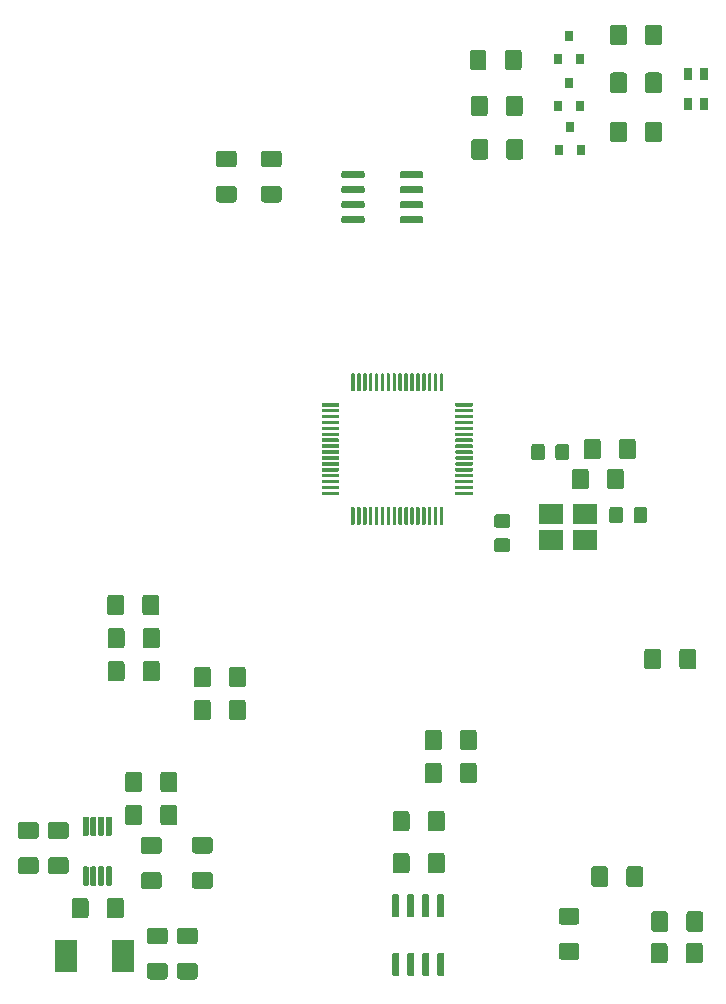
<source format=gbr>
G04 #@! TF.GenerationSoftware,KiCad,Pcbnew,5.1.5-52549c5~86~ubuntu18.04.1*
G04 #@! TF.CreationDate,2020-05-08T12:09:19-07:00*
G04 #@! TF.ProjectId,Extention Boards,45787465-6e74-4696-9f6e-20426f617264,rev?*
G04 #@! TF.SameCoordinates,Original*
G04 #@! TF.FileFunction,Paste,Top*
G04 #@! TF.FilePolarity,Positive*
%FSLAX46Y46*%
G04 Gerber Fmt 4.6, Leading zero omitted, Abs format (unit mm)*
G04 Created by KiCad (PCBNEW 5.1.5-52549c5~86~ubuntu18.04.1) date 2020-05-08 12:09:19*
%MOMM*%
%LPD*%
G04 APERTURE LIST*
%ADD10C,0.100000*%
%ADD11R,1.903000X2.790000*%
%ADD12R,0.800000X1.000000*%
%ADD13R,0.800000X0.900000*%
%ADD14R,2.100000X1.725000*%
G04 APERTURE END LIST*
D10*
G36*
X168127004Y-125364204D02*
G01*
X168151273Y-125367804D01*
X168175071Y-125373765D01*
X168198171Y-125382030D01*
X168220349Y-125392520D01*
X168241393Y-125405133D01*
X168261098Y-125419747D01*
X168279277Y-125436223D01*
X168295753Y-125454402D01*
X168310367Y-125474107D01*
X168322980Y-125495151D01*
X168333470Y-125517329D01*
X168341735Y-125540429D01*
X168347696Y-125564227D01*
X168351296Y-125588496D01*
X168352500Y-125613000D01*
X168352500Y-126863000D01*
X168351296Y-126887504D01*
X168347696Y-126911773D01*
X168341735Y-126935571D01*
X168333470Y-126958671D01*
X168322980Y-126980849D01*
X168310367Y-127001893D01*
X168295753Y-127021598D01*
X168279277Y-127039777D01*
X168261098Y-127056253D01*
X168241393Y-127070867D01*
X168220349Y-127083480D01*
X168198171Y-127093970D01*
X168175071Y-127102235D01*
X168151273Y-127108196D01*
X168127004Y-127111796D01*
X168102500Y-127113000D01*
X167177500Y-127113000D01*
X167152996Y-127111796D01*
X167128727Y-127108196D01*
X167104929Y-127102235D01*
X167081829Y-127093970D01*
X167059651Y-127083480D01*
X167038607Y-127070867D01*
X167018902Y-127056253D01*
X167000723Y-127039777D01*
X166984247Y-127021598D01*
X166969633Y-127001893D01*
X166957020Y-126980849D01*
X166946530Y-126958671D01*
X166938265Y-126935571D01*
X166932304Y-126911773D01*
X166928704Y-126887504D01*
X166927500Y-126863000D01*
X166927500Y-125613000D01*
X166928704Y-125588496D01*
X166932304Y-125564227D01*
X166938265Y-125540429D01*
X166946530Y-125517329D01*
X166957020Y-125495151D01*
X166969633Y-125474107D01*
X166984247Y-125454402D01*
X167000723Y-125436223D01*
X167018902Y-125419747D01*
X167038607Y-125405133D01*
X167059651Y-125392520D01*
X167081829Y-125382030D01*
X167104929Y-125373765D01*
X167128727Y-125367804D01*
X167152996Y-125364204D01*
X167177500Y-125363000D01*
X168102500Y-125363000D01*
X168127004Y-125364204D01*
G37*
G36*
X171102004Y-125364204D02*
G01*
X171126273Y-125367804D01*
X171150071Y-125373765D01*
X171173171Y-125382030D01*
X171195349Y-125392520D01*
X171216393Y-125405133D01*
X171236098Y-125419747D01*
X171254277Y-125436223D01*
X171270753Y-125454402D01*
X171285367Y-125474107D01*
X171297980Y-125495151D01*
X171308470Y-125517329D01*
X171316735Y-125540429D01*
X171322696Y-125564227D01*
X171326296Y-125588496D01*
X171327500Y-125613000D01*
X171327500Y-126863000D01*
X171326296Y-126887504D01*
X171322696Y-126911773D01*
X171316735Y-126935571D01*
X171308470Y-126958671D01*
X171297980Y-126980849D01*
X171285367Y-127001893D01*
X171270753Y-127021598D01*
X171254277Y-127039777D01*
X171236098Y-127056253D01*
X171216393Y-127070867D01*
X171195349Y-127083480D01*
X171173171Y-127093970D01*
X171150071Y-127102235D01*
X171126273Y-127108196D01*
X171102004Y-127111796D01*
X171077500Y-127113000D01*
X170152500Y-127113000D01*
X170127996Y-127111796D01*
X170103727Y-127108196D01*
X170079929Y-127102235D01*
X170056829Y-127093970D01*
X170034651Y-127083480D01*
X170013607Y-127070867D01*
X169993902Y-127056253D01*
X169975723Y-127039777D01*
X169959247Y-127021598D01*
X169944633Y-127001893D01*
X169932020Y-126980849D01*
X169921530Y-126958671D01*
X169913265Y-126935571D01*
X169907304Y-126911773D01*
X169903704Y-126887504D01*
X169902500Y-126863000D01*
X169902500Y-125613000D01*
X169903704Y-125588496D01*
X169907304Y-125564227D01*
X169913265Y-125540429D01*
X169921530Y-125517329D01*
X169932020Y-125495151D01*
X169944633Y-125474107D01*
X169959247Y-125454402D01*
X169975723Y-125436223D01*
X169993902Y-125419747D01*
X170013607Y-125405133D01*
X170034651Y-125392520D01*
X170056829Y-125382030D01*
X170079929Y-125373765D01*
X170103727Y-125367804D01*
X170127996Y-125364204D01*
X170152500Y-125363000D01*
X171077500Y-125363000D01*
X171102004Y-125364204D01*
G37*
G36*
X203032505Y-109029204D02*
G01*
X203056773Y-109032804D01*
X203080572Y-109038765D01*
X203103671Y-109047030D01*
X203125850Y-109057520D01*
X203146893Y-109070132D01*
X203166599Y-109084747D01*
X203184777Y-109101223D01*
X203201253Y-109119401D01*
X203215868Y-109139107D01*
X203228480Y-109160150D01*
X203238970Y-109182329D01*
X203247235Y-109205428D01*
X203253196Y-109229227D01*
X203256796Y-109253495D01*
X203258000Y-109277999D01*
X203258000Y-110178001D01*
X203256796Y-110202505D01*
X203253196Y-110226773D01*
X203247235Y-110250572D01*
X203238970Y-110273671D01*
X203228480Y-110295850D01*
X203215868Y-110316893D01*
X203201253Y-110336599D01*
X203184777Y-110354777D01*
X203166599Y-110371253D01*
X203146893Y-110385868D01*
X203125850Y-110398480D01*
X203103671Y-110408970D01*
X203080572Y-110417235D01*
X203056773Y-110423196D01*
X203032505Y-110426796D01*
X203008001Y-110428000D01*
X202357999Y-110428000D01*
X202333495Y-110426796D01*
X202309227Y-110423196D01*
X202285428Y-110417235D01*
X202262329Y-110408970D01*
X202240150Y-110398480D01*
X202219107Y-110385868D01*
X202199401Y-110371253D01*
X202181223Y-110354777D01*
X202164747Y-110336599D01*
X202150132Y-110316893D01*
X202137520Y-110295850D01*
X202127030Y-110273671D01*
X202118765Y-110250572D01*
X202112804Y-110226773D01*
X202109204Y-110202505D01*
X202108000Y-110178001D01*
X202108000Y-109277999D01*
X202109204Y-109253495D01*
X202112804Y-109229227D01*
X202118765Y-109205428D01*
X202127030Y-109182329D01*
X202137520Y-109160150D01*
X202150132Y-109139107D01*
X202164747Y-109119401D01*
X202181223Y-109101223D01*
X202199401Y-109084747D01*
X202219107Y-109070132D01*
X202240150Y-109057520D01*
X202262329Y-109047030D01*
X202285428Y-109038765D01*
X202309227Y-109032804D01*
X202333495Y-109029204D01*
X202357999Y-109028000D01*
X203008001Y-109028000D01*
X203032505Y-109029204D01*
G37*
G36*
X205082505Y-109029204D02*
G01*
X205106773Y-109032804D01*
X205130572Y-109038765D01*
X205153671Y-109047030D01*
X205175850Y-109057520D01*
X205196893Y-109070132D01*
X205216599Y-109084747D01*
X205234777Y-109101223D01*
X205251253Y-109119401D01*
X205265868Y-109139107D01*
X205278480Y-109160150D01*
X205288970Y-109182329D01*
X205297235Y-109205428D01*
X205303196Y-109229227D01*
X205306796Y-109253495D01*
X205308000Y-109277999D01*
X205308000Y-110178001D01*
X205306796Y-110202505D01*
X205303196Y-110226773D01*
X205297235Y-110250572D01*
X205288970Y-110273671D01*
X205278480Y-110295850D01*
X205265868Y-110316893D01*
X205251253Y-110336599D01*
X205234777Y-110354777D01*
X205216599Y-110371253D01*
X205196893Y-110385868D01*
X205175850Y-110398480D01*
X205153671Y-110408970D01*
X205130572Y-110417235D01*
X205106773Y-110423196D01*
X205082505Y-110426796D01*
X205058001Y-110428000D01*
X204407999Y-110428000D01*
X204383495Y-110426796D01*
X204359227Y-110423196D01*
X204335428Y-110417235D01*
X204312329Y-110408970D01*
X204290150Y-110398480D01*
X204269107Y-110385868D01*
X204249401Y-110371253D01*
X204231223Y-110354777D01*
X204214747Y-110336599D01*
X204200132Y-110316893D01*
X204187520Y-110295850D01*
X204177030Y-110273671D01*
X204168765Y-110250572D01*
X204162804Y-110226773D01*
X204159204Y-110202505D01*
X204158000Y-110178001D01*
X204158000Y-109277999D01*
X204159204Y-109253495D01*
X204162804Y-109229227D01*
X204168765Y-109205428D01*
X204177030Y-109182329D01*
X204187520Y-109160150D01*
X204200132Y-109139107D01*
X204214747Y-109119401D01*
X204231223Y-109101223D01*
X204249401Y-109084747D01*
X204269107Y-109070132D01*
X204290150Y-109057520D01*
X204312329Y-109047030D01*
X204335428Y-109038765D01*
X204359227Y-109032804D01*
X204383495Y-109029204D01*
X204407999Y-109028000D01*
X205058001Y-109028000D01*
X205082505Y-109029204D01*
G37*
G36*
X159862252Y-139476602D02*
G01*
X159874386Y-139478402D01*
X159886286Y-139481382D01*
X159897835Y-139485515D01*
X159908925Y-139490760D01*
X159919446Y-139497066D01*
X159929299Y-139504374D01*
X159938388Y-139512612D01*
X159946626Y-139521701D01*
X159953934Y-139531554D01*
X159960240Y-139542075D01*
X159965485Y-139553165D01*
X159969618Y-139564714D01*
X159972598Y-139576614D01*
X159974398Y-139588748D01*
X159975000Y-139601000D01*
X159975000Y-140976000D01*
X159974398Y-140988252D01*
X159972598Y-141000386D01*
X159969618Y-141012286D01*
X159965485Y-141023835D01*
X159960240Y-141034925D01*
X159953934Y-141045446D01*
X159946626Y-141055299D01*
X159938388Y-141064388D01*
X159929299Y-141072626D01*
X159919446Y-141079934D01*
X159908925Y-141086240D01*
X159897835Y-141091485D01*
X159886286Y-141095618D01*
X159874386Y-141098598D01*
X159862252Y-141100398D01*
X159850000Y-141101000D01*
X159600000Y-141101000D01*
X159587748Y-141100398D01*
X159575614Y-141098598D01*
X159563714Y-141095618D01*
X159552165Y-141091485D01*
X159541075Y-141086240D01*
X159530554Y-141079934D01*
X159520701Y-141072626D01*
X159511612Y-141064388D01*
X159503374Y-141055299D01*
X159496066Y-141045446D01*
X159489760Y-141034925D01*
X159484515Y-141023835D01*
X159480382Y-141012286D01*
X159477402Y-141000386D01*
X159475602Y-140988252D01*
X159475000Y-140976000D01*
X159475000Y-139601000D01*
X159475602Y-139588748D01*
X159477402Y-139576614D01*
X159480382Y-139564714D01*
X159484515Y-139553165D01*
X159489760Y-139542075D01*
X159496066Y-139531554D01*
X159503374Y-139521701D01*
X159511612Y-139512612D01*
X159520701Y-139504374D01*
X159530554Y-139497066D01*
X159541075Y-139490760D01*
X159552165Y-139485515D01*
X159563714Y-139481382D01*
X159575614Y-139478402D01*
X159587748Y-139476602D01*
X159600000Y-139476000D01*
X159850000Y-139476000D01*
X159862252Y-139476602D01*
G37*
G36*
X159212252Y-139476602D02*
G01*
X159224386Y-139478402D01*
X159236286Y-139481382D01*
X159247835Y-139485515D01*
X159258925Y-139490760D01*
X159269446Y-139497066D01*
X159279299Y-139504374D01*
X159288388Y-139512612D01*
X159296626Y-139521701D01*
X159303934Y-139531554D01*
X159310240Y-139542075D01*
X159315485Y-139553165D01*
X159319618Y-139564714D01*
X159322598Y-139576614D01*
X159324398Y-139588748D01*
X159325000Y-139601000D01*
X159325000Y-140976000D01*
X159324398Y-140988252D01*
X159322598Y-141000386D01*
X159319618Y-141012286D01*
X159315485Y-141023835D01*
X159310240Y-141034925D01*
X159303934Y-141045446D01*
X159296626Y-141055299D01*
X159288388Y-141064388D01*
X159279299Y-141072626D01*
X159269446Y-141079934D01*
X159258925Y-141086240D01*
X159247835Y-141091485D01*
X159236286Y-141095618D01*
X159224386Y-141098598D01*
X159212252Y-141100398D01*
X159200000Y-141101000D01*
X158950000Y-141101000D01*
X158937748Y-141100398D01*
X158925614Y-141098598D01*
X158913714Y-141095618D01*
X158902165Y-141091485D01*
X158891075Y-141086240D01*
X158880554Y-141079934D01*
X158870701Y-141072626D01*
X158861612Y-141064388D01*
X158853374Y-141055299D01*
X158846066Y-141045446D01*
X158839760Y-141034925D01*
X158834515Y-141023835D01*
X158830382Y-141012286D01*
X158827402Y-141000386D01*
X158825602Y-140988252D01*
X158825000Y-140976000D01*
X158825000Y-139601000D01*
X158825602Y-139588748D01*
X158827402Y-139576614D01*
X158830382Y-139564714D01*
X158834515Y-139553165D01*
X158839760Y-139542075D01*
X158846066Y-139531554D01*
X158853374Y-139521701D01*
X158861612Y-139512612D01*
X158870701Y-139504374D01*
X158880554Y-139497066D01*
X158891075Y-139490760D01*
X158902165Y-139485515D01*
X158913714Y-139481382D01*
X158925614Y-139478402D01*
X158937748Y-139476602D01*
X158950000Y-139476000D01*
X159200000Y-139476000D01*
X159212252Y-139476602D01*
G37*
G36*
X158562252Y-139476602D02*
G01*
X158574386Y-139478402D01*
X158586286Y-139481382D01*
X158597835Y-139485515D01*
X158608925Y-139490760D01*
X158619446Y-139497066D01*
X158629299Y-139504374D01*
X158638388Y-139512612D01*
X158646626Y-139521701D01*
X158653934Y-139531554D01*
X158660240Y-139542075D01*
X158665485Y-139553165D01*
X158669618Y-139564714D01*
X158672598Y-139576614D01*
X158674398Y-139588748D01*
X158675000Y-139601000D01*
X158675000Y-140976000D01*
X158674398Y-140988252D01*
X158672598Y-141000386D01*
X158669618Y-141012286D01*
X158665485Y-141023835D01*
X158660240Y-141034925D01*
X158653934Y-141045446D01*
X158646626Y-141055299D01*
X158638388Y-141064388D01*
X158629299Y-141072626D01*
X158619446Y-141079934D01*
X158608925Y-141086240D01*
X158597835Y-141091485D01*
X158586286Y-141095618D01*
X158574386Y-141098598D01*
X158562252Y-141100398D01*
X158550000Y-141101000D01*
X158300000Y-141101000D01*
X158287748Y-141100398D01*
X158275614Y-141098598D01*
X158263714Y-141095618D01*
X158252165Y-141091485D01*
X158241075Y-141086240D01*
X158230554Y-141079934D01*
X158220701Y-141072626D01*
X158211612Y-141064388D01*
X158203374Y-141055299D01*
X158196066Y-141045446D01*
X158189760Y-141034925D01*
X158184515Y-141023835D01*
X158180382Y-141012286D01*
X158177402Y-141000386D01*
X158175602Y-140988252D01*
X158175000Y-140976000D01*
X158175000Y-139601000D01*
X158175602Y-139588748D01*
X158177402Y-139576614D01*
X158180382Y-139564714D01*
X158184515Y-139553165D01*
X158189760Y-139542075D01*
X158196066Y-139531554D01*
X158203374Y-139521701D01*
X158211612Y-139512612D01*
X158220701Y-139504374D01*
X158230554Y-139497066D01*
X158241075Y-139490760D01*
X158252165Y-139485515D01*
X158263714Y-139481382D01*
X158275614Y-139478402D01*
X158287748Y-139476602D01*
X158300000Y-139476000D01*
X158550000Y-139476000D01*
X158562252Y-139476602D01*
G37*
G36*
X157912252Y-139476602D02*
G01*
X157924386Y-139478402D01*
X157936286Y-139481382D01*
X157947835Y-139485515D01*
X157958925Y-139490760D01*
X157969446Y-139497066D01*
X157979299Y-139504374D01*
X157988388Y-139512612D01*
X157996626Y-139521701D01*
X158003934Y-139531554D01*
X158010240Y-139542075D01*
X158015485Y-139553165D01*
X158019618Y-139564714D01*
X158022598Y-139576614D01*
X158024398Y-139588748D01*
X158025000Y-139601000D01*
X158025000Y-140976000D01*
X158024398Y-140988252D01*
X158022598Y-141000386D01*
X158019618Y-141012286D01*
X158015485Y-141023835D01*
X158010240Y-141034925D01*
X158003934Y-141045446D01*
X157996626Y-141055299D01*
X157988388Y-141064388D01*
X157979299Y-141072626D01*
X157969446Y-141079934D01*
X157958925Y-141086240D01*
X157947835Y-141091485D01*
X157936286Y-141095618D01*
X157924386Y-141098598D01*
X157912252Y-141100398D01*
X157900000Y-141101000D01*
X157650000Y-141101000D01*
X157637748Y-141100398D01*
X157625614Y-141098598D01*
X157613714Y-141095618D01*
X157602165Y-141091485D01*
X157591075Y-141086240D01*
X157580554Y-141079934D01*
X157570701Y-141072626D01*
X157561612Y-141064388D01*
X157553374Y-141055299D01*
X157546066Y-141045446D01*
X157539760Y-141034925D01*
X157534515Y-141023835D01*
X157530382Y-141012286D01*
X157527402Y-141000386D01*
X157525602Y-140988252D01*
X157525000Y-140976000D01*
X157525000Y-139601000D01*
X157525602Y-139588748D01*
X157527402Y-139576614D01*
X157530382Y-139564714D01*
X157534515Y-139553165D01*
X157539760Y-139542075D01*
X157546066Y-139531554D01*
X157553374Y-139521701D01*
X157561612Y-139512612D01*
X157570701Y-139504374D01*
X157580554Y-139497066D01*
X157591075Y-139490760D01*
X157602165Y-139485515D01*
X157613714Y-139481382D01*
X157625614Y-139478402D01*
X157637748Y-139476602D01*
X157650000Y-139476000D01*
X157900000Y-139476000D01*
X157912252Y-139476602D01*
G37*
G36*
X157912252Y-135251602D02*
G01*
X157924386Y-135253402D01*
X157936286Y-135256382D01*
X157947835Y-135260515D01*
X157958925Y-135265760D01*
X157969446Y-135272066D01*
X157979299Y-135279374D01*
X157988388Y-135287612D01*
X157996626Y-135296701D01*
X158003934Y-135306554D01*
X158010240Y-135317075D01*
X158015485Y-135328165D01*
X158019618Y-135339714D01*
X158022598Y-135351614D01*
X158024398Y-135363748D01*
X158025000Y-135376000D01*
X158025000Y-136751000D01*
X158024398Y-136763252D01*
X158022598Y-136775386D01*
X158019618Y-136787286D01*
X158015485Y-136798835D01*
X158010240Y-136809925D01*
X158003934Y-136820446D01*
X157996626Y-136830299D01*
X157988388Y-136839388D01*
X157979299Y-136847626D01*
X157969446Y-136854934D01*
X157958925Y-136861240D01*
X157947835Y-136866485D01*
X157936286Y-136870618D01*
X157924386Y-136873598D01*
X157912252Y-136875398D01*
X157900000Y-136876000D01*
X157650000Y-136876000D01*
X157637748Y-136875398D01*
X157625614Y-136873598D01*
X157613714Y-136870618D01*
X157602165Y-136866485D01*
X157591075Y-136861240D01*
X157580554Y-136854934D01*
X157570701Y-136847626D01*
X157561612Y-136839388D01*
X157553374Y-136830299D01*
X157546066Y-136820446D01*
X157539760Y-136809925D01*
X157534515Y-136798835D01*
X157530382Y-136787286D01*
X157527402Y-136775386D01*
X157525602Y-136763252D01*
X157525000Y-136751000D01*
X157525000Y-135376000D01*
X157525602Y-135363748D01*
X157527402Y-135351614D01*
X157530382Y-135339714D01*
X157534515Y-135328165D01*
X157539760Y-135317075D01*
X157546066Y-135306554D01*
X157553374Y-135296701D01*
X157561612Y-135287612D01*
X157570701Y-135279374D01*
X157580554Y-135272066D01*
X157591075Y-135265760D01*
X157602165Y-135260515D01*
X157613714Y-135256382D01*
X157625614Y-135253402D01*
X157637748Y-135251602D01*
X157650000Y-135251000D01*
X157900000Y-135251000D01*
X157912252Y-135251602D01*
G37*
G36*
X158562252Y-135251602D02*
G01*
X158574386Y-135253402D01*
X158586286Y-135256382D01*
X158597835Y-135260515D01*
X158608925Y-135265760D01*
X158619446Y-135272066D01*
X158629299Y-135279374D01*
X158638388Y-135287612D01*
X158646626Y-135296701D01*
X158653934Y-135306554D01*
X158660240Y-135317075D01*
X158665485Y-135328165D01*
X158669618Y-135339714D01*
X158672598Y-135351614D01*
X158674398Y-135363748D01*
X158675000Y-135376000D01*
X158675000Y-136751000D01*
X158674398Y-136763252D01*
X158672598Y-136775386D01*
X158669618Y-136787286D01*
X158665485Y-136798835D01*
X158660240Y-136809925D01*
X158653934Y-136820446D01*
X158646626Y-136830299D01*
X158638388Y-136839388D01*
X158629299Y-136847626D01*
X158619446Y-136854934D01*
X158608925Y-136861240D01*
X158597835Y-136866485D01*
X158586286Y-136870618D01*
X158574386Y-136873598D01*
X158562252Y-136875398D01*
X158550000Y-136876000D01*
X158300000Y-136876000D01*
X158287748Y-136875398D01*
X158275614Y-136873598D01*
X158263714Y-136870618D01*
X158252165Y-136866485D01*
X158241075Y-136861240D01*
X158230554Y-136854934D01*
X158220701Y-136847626D01*
X158211612Y-136839388D01*
X158203374Y-136830299D01*
X158196066Y-136820446D01*
X158189760Y-136809925D01*
X158184515Y-136798835D01*
X158180382Y-136787286D01*
X158177402Y-136775386D01*
X158175602Y-136763252D01*
X158175000Y-136751000D01*
X158175000Y-135376000D01*
X158175602Y-135363748D01*
X158177402Y-135351614D01*
X158180382Y-135339714D01*
X158184515Y-135328165D01*
X158189760Y-135317075D01*
X158196066Y-135306554D01*
X158203374Y-135296701D01*
X158211612Y-135287612D01*
X158220701Y-135279374D01*
X158230554Y-135272066D01*
X158241075Y-135265760D01*
X158252165Y-135260515D01*
X158263714Y-135256382D01*
X158275614Y-135253402D01*
X158287748Y-135251602D01*
X158300000Y-135251000D01*
X158550000Y-135251000D01*
X158562252Y-135251602D01*
G37*
G36*
X159212252Y-135251602D02*
G01*
X159224386Y-135253402D01*
X159236286Y-135256382D01*
X159247835Y-135260515D01*
X159258925Y-135265760D01*
X159269446Y-135272066D01*
X159279299Y-135279374D01*
X159288388Y-135287612D01*
X159296626Y-135296701D01*
X159303934Y-135306554D01*
X159310240Y-135317075D01*
X159315485Y-135328165D01*
X159319618Y-135339714D01*
X159322598Y-135351614D01*
X159324398Y-135363748D01*
X159325000Y-135376000D01*
X159325000Y-136751000D01*
X159324398Y-136763252D01*
X159322598Y-136775386D01*
X159319618Y-136787286D01*
X159315485Y-136798835D01*
X159310240Y-136809925D01*
X159303934Y-136820446D01*
X159296626Y-136830299D01*
X159288388Y-136839388D01*
X159279299Y-136847626D01*
X159269446Y-136854934D01*
X159258925Y-136861240D01*
X159247835Y-136866485D01*
X159236286Y-136870618D01*
X159224386Y-136873598D01*
X159212252Y-136875398D01*
X159200000Y-136876000D01*
X158950000Y-136876000D01*
X158937748Y-136875398D01*
X158925614Y-136873598D01*
X158913714Y-136870618D01*
X158902165Y-136866485D01*
X158891075Y-136861240D01*
X158880554Y-136854934D01*
X158870701Y-136847626D01*
X158861612Y-136839388D01*
X158853374Y-136830299D01*
X158846066Y-136820446D01*
X158839760Y-136809925D01*
X158834515Y-136798835D01*
X158830382Y-136787286D01*
X158827402Y-136775386D01*
X158825602Y-136763252D01*
X158825000Y-136751000D01*
X158825000Y-135376000D01*
X158825602Y-135363748D01*
X158827402Y-135351614D01*
X158830382Y-135339714D01*
X158834515Y-135328165D01*
X158839760Y-135317075D01*
X158846066Y-135306554D01*
X158853374Y-135296701D01*
X158861612Y-135287612D01*
X158870701Y-135279374D01*
X158880554Y-135272066D01*
X158891075Y-135265760D01*
X158902165Y-135260515D01*
X158913714Y-135256382D01*
X158925614Y-135253402D01*
X158937748Y-135251602D01*
X158950000Y-135251000D01*
X159200000Y-135251000D01*
X159212252Y-135251602D01*
G37*
G36*
X159862252Y-135251602D02*
G01*
X159874386Y-135253402D01*
X159886286Y-135256382D01*
X159897835Y-135260515D01*
X159908925Y-135265760D01*
X159919446Y-135272066D01*
X159929299Y-135279374D01*
X159938388Y-135287612D01*
X159946626Y-135296701D01*
X159953934Y-135306554D01*
X159960240Y-135317075D01*
X159965485Y-135328165D01*
X159969618Y-135339714D01*
X159972598Y-135351614D01*
X159974398Y-135363748D01*
X159975000Y-135376000D01*
X159975000Y-136751000D01*
X159974398Y-136763252D01*
X159972598Y-136775386D01*
X159969618Y-136787286D01*
X159965485Y-136798835D01*
X159960240Y-136809925D01*
X159953934Y-136820446D01*
X159946626Y-136830299D01*
X159938388Y-136839388D01*
X159929299Y-136847626D01*
X159919446Y-136854934D01*
X159908925Y-136861240D01*
X159897835Y-136866485D01*
X159886286Y-136870618D01*
X159874386Y-136873598D01*
X159862252Y-136875398D01*
X159850000Y-136876000D01*
X159600000Y-136876000D01*
X159587748Y-136875398D01*
X159575614Y-136873598D01*
X159563714Y-136870618D01*
X159552165Y-136866485D01*
X159541075Y-136861240D01*
X159530554Y-136854934D01*
X159520701Y-136847626D01*
X159511612Y-136839388D01*
X159503374Y-136830299D01*
X159496066Y-136820446D01*
X159489760Y-136809925D01*
X159484515Y-136798835D01*
X159480382Y-136787286D01*
X159477402Y-136775386D01*
X159475602Y-136763252D01*
X159475000Y-136751000D01*
X159475000Y-135376000D01*
X159475602Y-135363748D01*
X159477402Y-135351614D01*
X159480382Y-135339714D01*
X159484515Y-135328165D01*
X159489760Y-135317075D01*
X159496066Y-135306554D01*
X159503374Y-135296701D01*
X159511612Y-135287612D01*
X159520701Y-135279374D01*
X159530554Y-135272066D01*
X159541075Y-135265760D01*
X159552165Y-135260515D01*
X159563714Y-135256382D01*
X159575614Y-135253402D01*
X159587748Y-135251602D01*
X159600000Y-135251000D01*
X159850000Y-135251000D01*
X159862252Y-135251602D01*
G37*
G36*
X168289504Y-139931704D02*
G01*
X168313773Y-139935304D01*
X168337571Y-139941265D01*
X168360671Y-139949530D01*
X168382849Y-139960020D01*
X168403893Y-139972633D01*
X168423598Y-139987247D01*
X168441777Y-140003723D01*
X168458253Y-140021902D01*
X168472867Y-140041607D01*
X168485480Y-140062651D01*
X168495970Y-140084829D01*
X168504235Y-140107929D01*
X168510196Y-140131727D01*
X168513796Y-140155996D01*
X168515000Y-140180500D01*
X168515000Y-141105500D01*
X168513796Y-141130004D01*
X168510196Y-141154273D01*
X168504235Y-141178071D01*
X168495970Y-141201171D01*
X168485480Y-141223349D01*
X168472867Y-141244393D01*
X168458253Y-141264098D01*
X168441777Y-141282277D01*
X168423598Y-141298753D01*
X168403893Y-141313367D01*
X168382849Y-141325980D01*
X168360671Y-141336470D01*
X168337571Y-141344735D01*
X168313773Y-141350696D01*
X168289504Y-141354296D01*
X168265000Y-141355500D01*
X167015000Y-141355500D01*
X166990496Y-141354296D01*
X166966227Y-141350696D01*
X166942429Y-141344735D01*
X166919329Y-141336470D01*
X166897151Y-141325980D01*
X166876107Y-141313367D01*
X166856402Y-141298753D01*
X166838223Y-141282277D01*
X166821747Y-141264098D01*
X166807133Y-141244393D01*
X166794520Y-141223349D01*
X166784030Y-141201171D01*
X166775765Y-141178071D01*
X166769804Y-141154273D01*
X166766204Y-141130004D01*
X166765000Y-141105500D01*
X166765000Y-140180500D01*
X166766204Y-140155996D01*
X166769804Y-140131727D01*
X166775765Y-140107929D01*
X166784030Y-140084829D01*
X166794520Y-140062651D01*
X166807133Y-140041607D01*
X166821747Y-140021902D01*
X166838223Y-140003723D01*
X166856402Y-139987247D01*
X166876107Y-139972633D01*
X166897151Y-139960020D01*
X166919329Y-139949530D01*
X166942429Y-139941265D01*
X166966227Y-139935304D01*
X166990496Y-139931704D01*
X167015000Y-139930500D01*
X168265000Y-139930500D01*
X168289504Y-139931704D01*
G37*
G36*
X168289504Y-136956704D02*
G01*
X168313773Y-136960304D01*
X168337571Y-136966265D01*
X168360671Y-136974530D01*
X168382849Y-136985020D01*
X168403893Y-136997633D01*
X168423598Y-137012247D01*
X168441777Y-137028723D01*
X168458253Y-137046902D01*
X168472867Y-137066607D01*
X168485480Y-137087651D01*
X168495970Y-137109829D01*
X168504235Y-137132929D01*
X168510196Y-137156727D01*
X168513796Y-137180996D01*
X168515000Y-137205500D01*
X168515000Y-138130500D01*
X168513796Y-138155004D01*
X168510196Y-138179273D01*
X168504235Y-138203071D01*
X168495970Y-138226171D01*
X168485480Y-138248349D01*
X168472867Y-138269393D01*
X168458253Y-138289098D01*
X168441777Y-138307277D01*
X168423598Y-138323753D01*
X168403893Y-138338367D01*
X168382849Y-138350980D01*
X168360671Y-138361470D01*
X168337571Y-138369735D01*
X168313773Y-138375696D01*
X168289504Y-138379296D01*
X168265000Y-138380500D01*
X167015000Y-138380500D01*
X166990496Y-138379296D01*
X166966227Y-138375696D01*
X166942429Y-138369735D01*
X166919329Y-138361470D01*
X166897151Y-138350980D01*
X166876107Y-138338367D01*
X166856402Y-138323753D01*
X166838223Y-138307277D01*
X166821747Y-138289098D01*
X166807133Y-138269393D01*
X166794520Y-138248349D01*
X166784030Y-138226171D01*
X166775765Y-138203071D01*
X166769804Y-138179273D01*
X166766204Y-138155004D01*
X166765000Y-138130500D01*
X166765000Y-137205500D01*
X166766204Y-137180996D01*
X166769804Y-137156727D01*
X166775765Y-137132929D01*
X166784030Y-137109829D01*
X166794520Y-137087651D01*
X166807133Y-137066607D01*
X166821747Y-137046902D01*
X166838223Y-137028723D01*
X166856402Y-137012247D01*
X166876107Y-136997633D01*
X166897151Y-136985020D01*
X166919329Y-136974530D01*
X166942429Y-136966265D01*
X166966227Y-136960304D01*
X166990496Y-136956704D01*
X167015000Y-136955500D01*
X168265000Y-136955500D01*
X168289504Y-136956704D01*
G37*
G36*
X165296504Y-134254204D02*
G01*
X165320773Y-134257804D01*
X165344571Y-134263765D01*
X165367671Y-134272030D01*
X165389849Y-134282520D01*
X165410893Y-134295133D01*
X165430598Y-134309747D01*
X165448777Y-134326223D01*
X165465253Y-134344402D01*
X165479867Y-134364107D01*
X165492480Y-134385151D01*
X165502970Y-134407329D01*
X165511235Y-134430429D01*
X165517196Y-134454227D01*
X165520796Y-134478496D01*
X165522000Y-134503000D01*
X165522000Y-135753000D01*
X165520796Y-135777504D01*
X165517196Y-135801773D01*
X165511235Y-135825571D01*
X165502970Y-135848671D01*
X165492480Y-135870849D01*
X165479867Y-135891893D01*
X165465253Y-135911598D01*
X165448777Y-135929777D01*
X165430598Y-135946253D01*
X165410893Y-135960867D01*
X165389849Y-135973480D01*
X165367671Y-135983970D01*
X165344571Y-135992235D01*
X165320773Y-135998196D01*
X165296504Y-136001796D01*
X165272000Y-136003000D01*
X164347000Y-136003000D01*
X164322496Y-136001796D01*
X164298227Y-135998196D01*
X164274429Y-135992235D01*
X164251329Y-135983970D01*
X164229151Y-135973480D01*
X164208107Y-135960867D01*
X164188402Y-135946253D01*
X164170223Y-135929777D01*
X164153747Y-135911598D01*
X164139133Y-135891893D01*
X164126520Y-135870849D01*
X164116030Y-135848671D01*
X164107765Y-135825571D01*
X164101804Y-135801773D01*
X164098204Y-135777504D01*
X164097000Y-135753000D01*
X164097000Y-134503000D01*
X164098204Y-134478496D01*
X164101804Y-134454227D01*
X164107765Y-134430429D01*
X164116030Y-134407329D01*
X164126520Y-134385151D01*
X164139133Y-134364107D01*
X164153747Y-134344402D01*
X164170223Y-134326223D01*
X164188402Y-134309747D01*
X164208107Y-134295133D01*
X164229151Y-134282520D01*
X164251329Y-134272030D01*
X164274429Y-134263765D01*
X164298227Y-134257804D01*
X164322496Y-134254204D01*
X164347000Y-134253000D01*
X165272000Y-134253000D01*
X165296504Y-134254204D01*
G37*
G36*
X162321504Y-134254204D02*
G01*
X162345773Y-134257804D01*
X162369571Y-134263765D01*
X162392671Y-134272030D01*
X162414849Y-134282520D01*
X162435893Y-134295133D01*
X162455598Y-134309747D01*
X162473777Y-134326223D01*
X162490253Y-134344402D01*
X162504867Y-134364107D01*
X162517480Y-134385151D01*
X162527970Y-134407329D01*
X162536235Y-134430429D01*
X162542196Y-134454227D01*
X162545796Y-134478496D01*
X162547000Y-134503000D01*
X162547000Y-135753000D01*
X162545796Y-135777504D01*
X162542196Y-135801773D01*
X162536235Y-135825571D01*
X162527970Y-135848671D01*
X162517480Y-135870849D01*
X162504867Y-135891893D01*
X162490253Y-135911598D01*
X162473777Y-135929777D01*
X162455598Y-135946253D01*
X162435893Y-135960867D01*
X162414849Y-135973480D01*
X162392671Y-135983970D01*
X162369571Y-135992235D01*
X162345773Y-135998196D01*
X162321504Y-136001796D01*
X162297000Y-136003000D01*
X161372000Y-136003000D01*
X161347496Y-136001796D01*
X161323227Y-135998196D01*
X161299429Y-135992235D01*
X161276329Y-135983970D01*
X161254151Y-135973480D01*
X161233107Y-135960867D01*
X161213402Y-135946253D01*
X161195223Y-135929777D01*
X161178747Y-135911598D01*
X161164133Y-135891893D01*
X161151520Y-135870849D01*
X161141030Y-135848671D01*
X161132765Y-135825571D01*
X161126804Y-135801773D01*
X161123204Y-135777504D01*
X161122000Y-135753000D01*
X161122000Y-134503000D01*
X161123204Y-134478496D01*
X161126804Y-134454227D01*
X161132765Y-134430429D01*
X161141030Y-134407329D01*
X161151520Y-134385151D01*
X161164133Y-134364107D01*
X161178747Y-134344402D01*
X161195223Y-134326223D01*
X161213402Y-134309747D01*
X161233107Y-134295133D01*
X161254151Y-134282520D01*
X161276329Y-134272030D01*
X161299429Y-134263765D01*
X161323227Y-134257804D01*
X161347496Y-134254204D01*
X161372000Y-134253000D01*
X162297000Y-134253000D01*
X162321504Y-134254204D01*
G37*
G36*
X165296504Y-131460204D02*
G01*
X165320773Y-131463804D01*
X165344571Y-131469765D01*
X165367671Y-131478030D01*
X165389849Y-131488520D01*
X165410893Y-131501133D01*
X165430598Y-131515747D01*
X165448777Y-131532223D01*
X165465253Y-131550402D01*
X165479867Y-131570107D01*
X165492480Y-131591151D01*
X165502970Y-131613329D01*
X165511235Y-131636429D01*
X165517196Y-131660227D01*
X165520796Y-131684496D01*
X165522000Y-131709000D01*
X165522000Y-132959000D01*
X165520796Y-132983504D01*
X165517196Y-133007773D01*
X165511235Y-133031571D01*
X165502970Y-133054671D01*
X165492480Y-133076849D01*
X165479867Y-133097893D01*
X165465253Y-133117598D01*
X165448777Y-133135777D01*
X165430598Y-133152253D01*
X165410893Y-133166867D01*
X165389849Y-133179480D01*
X165367671Y-133189970D01*
X165344571Y-133198235D01*
X165320773Y-133204196D01*
X165296504Y-133207796D01*
X165272000Y-133209000D01*
X164347000Y-133209000D01*
X164322496Y-133207796D01*
X164298227Y-133204196D01*
X164274429Y-133198235D01*
X164251329Y-133189970D01*
X164229151Y-133179480D01*
X164208107Y-133166867D01*
X164188402Y-133152253D01*
X164170223Y-133135777D01*
X164153747Y-133117598D01*
X164139133Y-133097893D01*
X164126520Y-133076849D01*
X164116030Y-133054671D01*
X164107765Y-133031571D01*
X164101804Y-133007773D01*
X164098204Y-132983504D01*
X164097000Y-132959000D01*
X164097000Y-131709000D01*
X164098204Y-131684496D01*
X164101804Y-131660227D01*
X164107765Y-131636429D01*
X164116030Y-131613329D01*
X164126520Y-131591151D01*
X164139133Y-131570107D01*
X164153747Y-131550402D01*
X164170223Y-131532223D01*
X164188402Y-131515747D01*
X164208107Y-131501133D01*
X164229151Y-131488520D01*
X164251329Y-131478030D01*
X164274429Y-131469765D01*
X164298227Y-131463804D01*
X164322496Y-131460204D01*
X164347000Y-131459000D01*
X165272000Y-131459000D01*
X165296504Y-131460204D01*
G37*
G36*
X162321504Y-131460204D02*
G01*
X162345773Y-131463804D01*
X162369571Y-131469765D01*
X162392671Y-131478030D01*
X162414849Y-131488520D01*
X162435893Y-131501133D01*
X162455598Y-131515747D01*
X162473777Y-131532223D01*
X162490253Y-131550402D01*
X162504867Y-131570107D01*
X162517480Y-131591151D01*
X162527970Y-131613329D01*
X162536235Y-131636429D01*
X162542196Y-131660227D01*
X162545796Y-131684496D01*
X162547000Y-131709000D01*
X162547000Y-132959000D01*
X162545796Y-132983504D01*
X162542196Y-133007773D01*
X162536235Y-133031571D01*
X162527970Y-133054671D01*
X162517480Y-133076849D01*
X162504867Y-133097893D01*
X162490253Y-133117598D01*
X162473777Y-133135777D01*
X162455598Y-133152253D01*
X162435893Y-133166867D01*
X162414849Y-133179480D01*
X162392671Y-133189970D01*
X162369571Y-133198235D01*
X162345773Y-133204196D01*
X162321504Y-133207796D01*
X162297000Y-133209000D01*
X161372000Y-133209000D01*
X161347496Y-133207796D01*
X161323227Y-133204196D01*
X161299429Y-133198235D01*
X161276329Y-133189970D01*
X161254151Y-133179480D01*
X161233107Y-133166867D01*
X161213402Y-133152253D01*
X161195223Y-133135777D01*
X161178747Y-133117598D01*
X161164133Y-133097893D01*
X161151520Y-133076849D01*
X161141030Y-133054671D01*
X161132765Y-133031571D01*
X161126804Y-133007773D01*
X161123204Y-132983504D01*
X161122000Y-132959000D01*
X161122000Y-131709000D01*
X161123204Y-131684496D01*
X161126804Y-131660227D01*
X161132765Y-131636429D01*
X161141030Y-131613329D01*
X161151520Y-131591151D01*
X161164133Y-131570107D01*
X161178747Y-131550402D01*
X161195223Y-131532223D01*
X161213402Y-131515747D01*
X161233107Y-131501133D01*
X161254151Y-131488520D01*
X161276329Y-131478030D01*
X161299429Y-131469765D01*
X161323227Y-131463804D01*
X161347496Y-131460204D01*
X161372000Y-131459000D01*
X162297000Y-131459000D01*
X162321504Y-131460204D01*
G37*
G36*
X209238504Y-121046204D02*
G01*
X209262773Y-121049804D01*
X209286571Y-121055765D01*
X209309671Y-121064030D01*
X209331849Y-121074520D01*
X209352893Y-121087133D01*
X209372598Y-121101747D01*
X209390777Y-121118223D01*
X209407253Y-121136402D01*
X209421867Y-121156107D01*
X209434480Y-121177151D01*
X209444970Y-121199329D01*
X209453235Y-121222429D01*
X209459196Y-121246227D01*
X209462796Y-121270496D01*
X209464000Y-121295000D01*
X209464000Y-122545000D01*
X209462796Y-122569504D01*
X209459196Y-122593773D01*
X209453235Y-122617571D01*
X209444970Y-122640671D01*
X209434480Y-122662849D01*
X209421867Y-122683893D01*
X209407253Y-122703598D01*
X209390777Y-122721777D01*
X209372598Y-122738253D01*
X209352893Y-122752867D01*
X209331849Y-122765480D01*
X209309671Y-122775970D01*
X209286571Y-122784235D01*
X209262773Y-122790196D01*
X209238504Y-122793796D01*
X209214000Y-122795000D01*
X208289000Y-122795000D01*
X208264496Y-122793796D01*
X208240227Y-122790196D01*
X208216429Y-122784235D01*
X208193329Y-122775970D01*
X208171151Y-122765480D01*
X208150107Y-122752867D01*
X208130402Y-122738253D01*
X208112223Y-122721777D01*
X208095747Y-122703598D01*
X208081133Y-122683893D01*
X208068520Y-122662849D01*
X208058030Y-122640671D01*
X208049765Y-122617571D01*
X208043804Y-122593773D01*
X208040204Y-122569504D01*
X208039000Y-122545000D01*
X208039000Y-121295000D01*
X208040204Y-121270496D01*
X208043804Y-121246227D01*
X208049765Y-121222429D01*
X208058030Y-121199329D01*
X208068520Y-121177151D01*
X208081133Y-121156107D01*
X208095747Y-121136402D01*
X208112223Y-121118223D01*
X208130402Y-121101747D01*
X208150107Y-121087133D01*
X208171151Y-121074520D01*
X208193329Y-121064030D01*
X208216429Y-121055765D01*
X208240227Y-121049804D01*
X208264496Y-121046204D01*
X208289000Y-121045000D01*
X209214000Y-121045000D01*
X209238504Y-121046204D01*
G37*
G36*
X206263504Y-121046204D02*
G01*
X206287773Y-121049804D01*
X206311571Y-121055765D01*
X206334671Y-121064030D01*
X206356849Y-121074520D01*
X206377893Y-121087133D01*
X206397598Y-121101747D01*
X206415777Y-121118223D01*
X206432253Y-121136402D01*
X206446867Y-121156107D01*
X206459480Y-121177151D01*
X206469970Y-121199329D01*
X206478235Y-121222429D01*
X206484196Y-121246227D01*
X206487796Y-121270496D01*
X206489000Y-121295000D01*
X206489000Y-122545000D01*
X206487796Y-122569504D01*
X206484196Y-122593773D01*
X206478235Y-122617571D01*
X206469970Y-122640671D01*
X206459480Y-122662849D01*
X206446867Y-122683893D01*
X206432253Y-122703598D01*
X206415777Y-122721777D01*
X206397598Y-122738253D01*
X206377893Y-122752867D01*
X206356849Y-122765480D01*
X206334671Y-122775970D01*
X206311571Y-122784235D01*
X206287773Y-122790196D01*
X206263504Y-122793796D01*
X206239000Y-122795000D01*
X205314000Y-122795000D01*
X205289496Y-122793796D01*
X205265227Y-122790196D01*
X205241429Y-122784235D01*
X205218329Y-122775970D01*
X205196151Y-122765480D01*
X205175107Y-122752867D01*
X205155402Y-122738253D01*
X205137223Y-122721777D01*
X205120747Y-122703598D01*
X205106133Y-122683893D01*
X205093520Y-122662849D01*
X205083030Y-122640671D01*
X205074765Y-122617571D01*
X205068804Y-122593773D01*
X205065204Y-122569504D01*
X205064000Y-122545000D01*
X205064000Y-121295000D01*
X205065204Y-121270496D01*
X205068804Y-121246227D01*
X205074765Y-121222429D01*
X205083030Y-121199329D01*
X205093520Y-121177151D01*
X205106133Y-121156107D01*
X205120747Y-121136402D01*
X205137223Y-121118223D01*
X205155402Y-121101747D01*
X205175107Y-121087133D01*
X205196151Y-121074520D01*
X205218329Y-121064030D01*
X205241429Y-121055765D01*
X205265227Y-121049804D01*
X205289496Y-121046204D01*
X205314000Y-121045000D01*
X206239000Y-121045000D01*
X206263504Y-121046204D01*
G37*
G36*
X168127004Y-122570204D02*
G01*
X168151273Y-122573804D01*
X168175071Y-122579765D01*
X168198171Y-122588030D01*
X168220349Y-122598520D01*
X168241393Y-122611133D01*
X168261098Y-122625747D01*
X168279277Y-122642223D01*
X168295753Y-122660402D01*
X168310367Y-122680107D01*
X168322980Y-122701151D01*
X168333470Y-122723329D01*
X168341735Y-122746429D01*
X168347696Y-122770227D01*
X168351296Y-122794496D01*
X168352500Y-122819000D01*
X168352500Y-124069000D01*
X168351296Y-124093504D01*
X168347696Y-124117773D01*
X168341735Y-124141571D01*
X168333470Y-124164671D01*
X168322980Y-124186849D01*
X168310367Y-124207893D01*
X168295753Y-124227598D01*
X168279277Y-124245777D01*
X168261098Y-124262253D01*
X168241393Y-124276867D01*
X168220349Y-124289480D01*
X168198171Y-124299970D01*
X168175071Y-124308235D01*
X168151273Y-124314196D01*
X168127004Y-124317796D01*
X168102500Y-124319000D01*
X167177500Y-124319000D01*
X167152996Y-124317796D01*
X167128727Y-124314196D01*
X167104929Y-124308235D01*
X167081829Y-124299970D01*
X167059651Y-124289480D01*
X167038607Y-124276867D01*
X167018902Y-124262253D01*
X167000723Y-124245777D01*
X166984247Y-124227598D01*
X166969633Y-124207893D01*
X166957020Y-124186849D01*
X166946530Y-124164671D01*
X166938265Y-124141571D01*
X166932304Y-124117773D01*
X166928704Y-124093504D01*
X166927500Y-124069000D01*
X166927500Y-122819000D01*
X166928704Y-122794496D01*
X166932304Y-122770227D01*
X166938265Y-122746429D01*
X166946530Y-122723329D01*
X166957020Y-122701151D01*
X166969633Y-122680107D01*
X166984247Y-122660402D01*
X167000723Y-122642223D01*
X167018902Y-122625747D01*
X167038607Y-122611133D01*
X167059651Y-122598520D01*
X167081829Y-122588030D01*
X167104929Y-122579765D01*
X167128727Y-122573804D01*
X167152996Y-122570204D01*
X167177500Y-122569000D01*
X168102500Y-122569000D01*
X168127004Y-122570204D01*
G37*
G36*
X171102004Y-122570204D02*
G01*
X171126273Y-122573804D01*
X171150071Y-122579765D01*
X171173171Y-122588030D01*
X171195349Y-122598520D01*
X171216393Y-122611133D01*
X171236098Y-122625747D01*
X171254277Y-122642223D01*
X171270753Y-122660402D01*
X171285367Y-122680107D01*
X171297980Y-122701151D01*
X171308470Y-122723329D01*
X171316735Y-122746429D01*
X171322696Y-122770227D01*
X171326296Y-122794496D01*
X171327500Y-122819000D01*
X171327500Y-124069000D01*
X171326296Y-124093504D01*
X171322696Y-124117773D01*
X171316735Y-124141571D01*
X171308470Y-124164671D01*
X171297980Y-124186849D01*
X171285367Y-124207893D01*
X171270753Y-124227598D01*
X171254277Y-124245777D01*
X171236098Y-124262253D01*
X171216393Y-124276867D01*
X171195349Y-124289480D01*
X171173171Y-124299970D01*
X171150071Y-124308235D01*
X171126273Y-124314196D01*
X171102004Y-124317796D01*
X171077500Y-124319000D01*
X170152500Y-124319000D01*
X170127996Y-124317796D01*
X170103727Y-124314196D01*
X170079929Y-124308235D01*
X170056829Y-124299970D01*
X170034651Y-124289480D01*
X170013607Y-124276867D01*
X169993902Y-124262253D01*
X169975723Y-124245777D01*
X169959247Y-124227598D01*
X169944633Y-124207893D01*
X169932020Y-124186849D01*
X169921530Y-124164671D01*
X169913265Y-124141571D01*
X169907304Y-124117773D01*
X169903704Y-124093504D01*
X169902500Y-124069000D01*
X169902500Y-122819000D01*
X169903704Y-122794496D01*
X169907304Y-122770227D01*
X169913265Y-122746429D01*
X169921530Y-122723329D01*
X169932020Y-122701151D01*
X169944633Y-122680107D01*
X169959247Y-122660402D01*
X169975723Y-122642223D01*
X169993902Y-122625747D01*
X170013607Y-122611133D01*
X170034651Y-122598520D01*
X170056829Y-122588030D01*
X170079929Y-122579765D01*
X170103727Y-122573804D01*
X170127996Y-122570204D01*
X170152500Y-122569000D01*
X171077500Y-122569000D01*
X171102004Y-122570204D01*
G37*
G36*
X163809004Y-122062204D02*
G01*
X163833273Y-122065804D01*
X163857071Y-122071765D01*
X163880171Y-122080030D01*
X163902349Y-122090520D01*
X163923393Y-122103133D01*
X163943098Y-122117747D01*
X163961277Y-122134223D01*
X163977753Y-122152402D01*
X163992367Y-122172107D01*
X164004980Y-122193151D01*
X164015470Y-122215329D01*
X164023735Y-122238429D01*
X164029696Y-122262227D01*
X164033296Y-122286496D01*
X164034500Y-122311000D01*
X164034500Y-123561000D01*
X164033296Y-123585504D01*
X164029696Y-123609773D01*
X164023735Y-123633571D01*
X164015470Y-123656671D01*
X164004980Y-123678849D01*
X163992367Y-123699893D01*
X163977753Y-123719598D01*
X163961277Y-123737777D01*
X163943098Y-123754253D01*
X163923393Y-123768867D01*
X163902349Y-123781480D01*
X163880171Y-123791970D01*
X163857071Y-123800235D01*
X163833273Y-123806196D01*
X163809004Y-123809796D01*
X163784500Y-123811000D01*
X162859500Y-123811000D01*
X162834996Y-123809796D01*
X162810727Y-123806196D01*
X162786929Y-123800235D01*
X162763829Y-123791970D01*
X162741651Y-123781480D01*
X162720607Y-123768867D01*
X162700902Y-123754253D01*
X162682723Y-123737777D01*
X162666247Y-123719598D01*
X162651633Y-123699893D01*
X162639020Y-123678849D01*
X162628530Y-123656671D01*
X162620265Y-123633571D01*
X162614304Y-123609773D01*
X162610704Y-123585504D01*
X162609500Y-123561000D01*
X162609500Y-122311000D01*
X162610704Y-122286496D01*
X162614304Y-122262227D01*
X162620265Y-122238429D01*
X162628530Y-122215329D01*
X162639020Y-122193151D01*
X162651633Y-122172107D01*
X162666247Y-122152402D01*
X162682723Y-122134223D01*
X162700902Y-122117747D01*
X162720607Y-122103133D01*
X162741651Y-122090520D01*
X162763829Y-122080030D01*
X162786929Y-122071765D01*
X162810727Y-122065804D01*
X162834996Y-122062204D01*
X162859500Y-122061000D01*
X163784500Y-122061000D01*
X163809004Y-122062204D01*
G37*
G36*
X160834004Y-122062204D02*
G01*
X160858273Y-122065804D01*
X160882071Y-122071765D01*
X160905171Y-122080030D01*
X160927349Y-122090520D01*
X160948393Y-122103133D01*
X160968098Y-122117747D01*
X160986277Y-122134223D01*
X161002753Y-122152402D01*
X161017367Y-122172107D01*
X161029980Y-122193151D01*
X161040470Y-122215329D01*
X161048735Y-122238429D01*
X161054696Y-122262227D01*
X161058296Y-122286496D01*
X161059500Y-122311000D01*
X161059500Y-123561000D01*
X161058296Y-123585504D01*
X161054696Y-123609773D01*
X161048735Y-123633571D01*
X161040470Y-123656671D01*
X161029980Y-123678849D01*
X161017367Y-123699893D01*
X161002753Y-123719598D01*
X160986277Y-123737777D01*
X160968098Y-123754253D01*
X160948393Y-123768867D01*
X160927349Y-123781480D01*
X160905171Y-123791970D01*
X160882071Y-123800235D01*
X160858273Y-123806196D01*
X160834004Y-123809796D01*
X160809500Y-123811000D01*
X159884500Y-123811000D01*
X159859996Y-123809796D01*
X159835727Y-123806196D01*
X159811929Y-123800235D01*
X159788829Y-123791970D01*
X159766651Y-123781480D01*
X159745607Y-123768867D01*
X159725902Y-123754253D01*
X159707723Y-123737777D01*
X159691247Y-123719598D01*
X159676633Y-123699893D01*
X159664020Y-123678849D01*
X159653530Y-123656671D01*
X159645265Y-123633571D01*
X159639304Y-123609773D01*
X159635704Y-123585504D01*
X159634500Y-123561000D01*
X159634500Y-122311000D01*
X159635704Y-122286496D01*
X159639304Y-122262227D01*
X159645265Y-122238429D01*
X159653530Y-122215329D01*
X159664020Y-122193151D01*
X159676633Y-122172107D01*
X159691247Y-122152402D01*
X159707723Y-122134223D01*
X159725902Y-122117747D01*
X159745607Y-122103133D01*
X159766651Y-122090520D01*
X159788829Y-122080030D01*
X159811929Y-122071765D01*
X159835727Y-122065804D01*
X159859996Y-122062204D01*
X159884500Y-122061000D01*
X160809500Y-122061000D01*
X160834004Y-122062204D01*
G37*
G36*
X163809004Y-119268204D02*
G01*
X163833273Y-119271804D01*
X163857071Y-119277765D01*
X163880171Y-119286030D01*
X163902349Y-119296520D01*
X163923393Y-119309133D01*
X163943098Y-119323747D01*
X163961277Y-119340223D01*
X163977753Y-119358402D01*
X163992367Y-119378107D01*
X164004980Y-119399151D01*
X164015470Y-119421329D01*
X164023735Y-119444429D01*
X164029696Y-119468227D01*
X164033296Y-119492496D01*
X164034500Y-119517000D01*
X164034500Y-120767000D01*
X164033296Y-120791504D01*
X164029696Y-120815773D01*
X164023735Y-120839571D01*
X164015470Y-120862671D01*
X164004980Y-120884849D01*
X163992367Y-120905893D01*
X163977753Y-120925598D01*
X163961277Y-120943777D01*
X163943098Y-120960253D01*
X163923393Y-120974867D01*
X163902349Y-120987480D01*
X163880171Y-120997970D01*
X163857071Y-121006235D01*
X163833273Y-121012196D01*
X163809004Y-121015796D01*
X163784500Y-121017000D01*
X162859500Y-121017000D01*
X162834996Y-121015796D01*
X162810727Y-121012196D01*
X162786929Y-121006235D01*
X162763829Y-120997970D01*
X162741651Y-120987480D01*
X162720607Y-120974867D01*
X162700902Y-120960253D01*
X162682723Y-120943777D01*
X162666247Y-120925598D01*
X162651633Y-120905893D01*
X162639020Y-120884849D01*
X162628530Y-120862671D01*
X162620265Y-120839571D01*
X162614304Y-120815773D01*
X162610704Y-120791504D01*
X162609500Y-120767000D01*
X162609500Y-119517000D01*
X162610704Y-119492496D01*
X162614304Y-119468227D01*
X162620265Y-119444429D01*
X162628530Y-119421329D01*
X162639020Y-119399151D01*
X162651633Y-119378107D01*
X162666247Y-119358402D01*
X162682723Y-119340223D01*
X162700902Y-119323747D01*
X162720607Y-119309133D01*
X162741651Y-119296520D01*
X162763829Y-119286030D01*
X162786929Y-119277765D01*
X162810727Y-119271804D01*
X162834996Y-119268204D01*
X162859500Y-119267000D01*
X163784500Y-119267000D01*
X163809004Y-119268204D01*
G37*
G36*
X160834004Y-119268204D02*
G01*
X160858273Y-119271804D01*
X160882071Y-119277765D01*
X160905171Y-119286030D01*
X160927349Y-119296520D01*
X160948393Y-119309133D01*
X160968098Y-119323747D01*
X160986277Y-119340223D01*
X161002753Y-119358402D01*
X161017367Y-119378107D01*
X161029980Y-119399151D01*
X161040470Y-119421329D01*
X161048735Y-119444429D01*
X161054696Y-119468227D01*
X161058296Y-119492496D01*
X161059500Y-119517000D01*
X161059500Y-120767000D01*
X161058296Y-120791504D01*
X161054696Y-120815773D01*
X161048735Y-120839571D01*
X161040470Y-120862671D01*
X161029980Y-120884849D01*
X161017367Y-120905893D01*
X161002753Y-120925598D01*
X160986277Y-120943777D01*
X160968098Y-120960253D01*
X160948393Y-120974867D01*
X160927349Y-120987480D01*
X160905171Y-120997970D01*
X160882071Y-121006235D01*
X160858273Y-121012196D01*
X160834004Y-121015796D01*
X160809500Y-121017000D01*
X159884500Y-121017000D01*
X159859996Y-121015796D01*
X159835727Y-121012196D01*
X159811929Y-121006235D01*
X159788829Y-120997970D01*
X159766651Y-120987480D01*
X159745607Y-120974867D01*
X159725902Y-120960253D01*
X159707723Y-120943777D01*
X159691247Y-120925598D01*
X159676633Y-120905893D01*
X159664020Y-120884849D01*
X159653530Y-120862671D01*
X159645265Y-120839571D01*
X159639304Y-120815773D01*
X159635704Y-120791504D01*
X159634500Y-120767000D01*
X159634500Y-119517000D01*
X159635704Y-119492496D01*
X159639304Y-119468227D01*
X159645265Y-119444429D01*
X159653530Y-119421329D01*
X159664020Y-119399151D01*
X159676633Y-119378107D01*
X159691247Y-119358402D01*
X159707723Y-119340223D01*
X159725902Y-119323747D01*
X159745607Y-119309133D01*
X159766651Y-119296520D01*
X159788829Y-119286030D01*
X159811929Y-119277765D01*
X159835727Y-119271804D01*
X159859996Y-119268204D01*
X159884500Y-119267000D01*
X160809500Y-119267000D01*
X160834004Y-119268204D01*
G37*
G36*
X163772504Y-116474204D02*
G01*
X163796773Y-116477804D01*
X163820571Y-116483765D01*
X163843671Y-116492030D01*
X163865849Y-116502520D01*
X163886893Y-116515133D01*
X163906598Y-116529747D01*
X163924777Y-116546223D01*
X163941253Y-116564402D01*
X163955867Y-116584107D01*
X163968480Y-116605151D01*
X163978970Y-116627329D01*
X163987235Y-116650429D01*
X163993196Y-116674227D01*
X163996796Y-116698496D01*
X163998000Y-116723000D01*
X163998000Y-117973000D01*
X163996796Y-117997504D01*
X163993196Y-118021773D01*
X163987235Y-118045571D01*
X163978970Y-118068671D01*
X163968480Y-118090849D01*
X163955867Y-118111893D01*
X163941253Y-118131598D01*
X163924777Y-118149777D01*
X163906598Y-118166253D01*
X163886893Y-118180867D01*
X163865849Y-118193480D01*
X163843671Y-118203970D01*
X163820571Y-118212235D01*
X163796773Y-118218196D01*
X163772504Y-118221796D01*
X163748000Y-118223000D01*
X162823000Y-118223000D01*
X162798496Y-118221796D01*
X162774227Y-118218196D01*
X162750429Y-118212235D01*
X162727329Y-118203970D01*
X162705151Y-118193480D01*
X162684107Y-118180867D01*
X162664402Y-118166253D01*
X162646223Y-118149777D01*
X162629747Y-118131598D01*
X162615133Y-118111893D01*
X162602520Y-118090849D01*
X162592030Y-118068671D01*
X162583765Y-118045571D01*
X162577804Y-118021773D01*
X162574204Y-117997504D01*
X162573000Y-117973000D01*
X162573000Y-116723000D01*
X162574204Y-116698496D01*
X162577804Y-116674227D01*
X162583765Y-116650429D01*
X162592030Y-116627329D01*
X162602520Y-116605151D01*
X162615133Y-116584107D01*
X162629747Y-116564402D01*
X162646223Y-116546223D01*
X162664402Y-116529747D01*
X162684107Y-116515133D01*
X162705151Y-116502520D01*
X162727329Y-116492030D01*
X162750429Y-116483765D01*
X162774227Y-116477804D01*
X162798496Y-116474204D01*
X162823000Y-116473000D01*
X163748000Y-116473000D01*
X163772504Y-116474204D01*
G37*
G36*
X160797504Y-116474204D02*
G01*
X160821773Y-116477804D01*
X160845571Y-116483765D01*
X160868671Y-116492030D01*
X160890849Y-116502520D01*
X160911893Y-116515133D01*
X160931598Y-116529747D01*
X160949777Y-116546223D01*
X160966253Y-116564402D01*
X160980867Y-116584107D01*
X160993480Y-116605151D01*
X161003970Y-116627329D01*
X161012235Y-116650429D01*
X161018196Y-116674227D01*
X161021796Y-116698496D01*
X161023000Y-116723000D01*
X161023000Y-117973000D01*
X161021796Y-117997504D01*
X161018196Y-118021773D01*
X161012235Y-118045571D01*
X161003970Y-118068671D01*
X160993480Y-118090849D01*
X160980867Y-118111893D01*
X160966253Y-118131598D01*
X160949777Y-118149777D01*
X160931598Y-118166253D01*
X160911893Y-118180867D01*
X160890849Y-118193480D01*
X160868671Y-118203970D01*
X160845571Y-118212235D01*
X160821773Y-118218196D01*
X160797504Y-118221796D01*
X160773000Y-118223000D01*
X159848000Y-118223000D01*
X159823496Y-118221796D01*
X159799227Y-118218196D01*
X159775429Y-118212235D01*
X159752329Y-118203970D01*
X159730151Y-118193480D01*
X159709107Y-118180867D01*
X159689402Y-118166253D01*
X159671223Y-118149777D01*
X159654747Y-118131598D01*
X159640133Y-118111893D01*
X159627520Y-118090849D01*
X159617030Y-118068671D01*
X159608765Y-118045571D01*
X159602804Y-118021773D01*
X159599204Y-117997504D01*
X159598000Y-117973000D01*
X159598000Y-116723000D01*
X159599204Y-116698496D01*
X159602804Y-116674227D01*
X159608765Y-116650429D01*
X159617030Y-116627329D01*
X159627520Y-116605151D01*
X159640133Y-116584107D01*
X159654747Y-116564402D01*
X159671223Y-116546223D01*
X159689402Y-116529747D01*
X159709107Y-116515133D01*
X159730151Y-116502520D01*
X159752329Y-116492030D01*
X159775429Y-116483765D01*
X159799227Y-116477804D01*
X159823496Y-116474204D01*
X159848000Y-116473000D01*
X160773000Y-116473000D01*
X160797504Y-116474204D01*
G37*
D11*
X160922500Y-147066000D03*
X156069500Y-147066000D03*
D10*
G36*
X198469505Y-103695204D02*
G01*
X198493773Y-103698804D01*
X198517572Y-103704765D01*
X198540671Y-103713030D01*
X198562850Y-103723520D01*
X198583893Y-103736132D01*
X198603599Y-103750747D01*
X198621777Y-103767223D01*
X198638253Y-103785401D01*
X198652868Y-103805107D01*
X198665480Y-103826150D01*
X198675970Y-103848329D01*
X198684235Y-103871428D01*
X198690196Y-103895227D01*
X198693796Y-103919495D01*
X198695000Y-103943999D01*
X198695000Y-104844001D01*
X198693796Y-104868505D01*
X198690196Y-104892773D01*
X198684235Y-104916572D01*
X198675970Y-104939671D01*
X198665480Y-104961850D01*
X198652868Y-104982893D01*
X198638253Y-105002599D01*
X198621777Y-105020777D01*
X198603599Y-105037253D01*
X198583893Y-105051868D01*
X198562850Y-105064480D01*
X198540671Y-105074970D01*
X198517572Y-105083235D01*
X198493773Y-105089196D01*
X198469505Y-105092796D01*
X198445001Y-105094000D01*
X197794999Y-105094000D01*
X197770495Y-105092796D01*
X197746227Y-105089196D01*
X197722428Y-105083235D01*
X197699329Y-105074970D01*
X197677150Y-105064480D01*
X197656107Y-105051868D01*
X197636401Y-105037253D01*
X197618223Y-105020777D01*
X197601747Y-105002599D01*
X197587132Y-104982893D01*
X197574520Y-104961850D01*
X197564030Y-104939671D01*
X197555765Y-104916572D01*
X197549804Y-104892773D01*
X197546204Y-104868505D01*
X197545000Y-104844001D01*
X197545000Y-103943999D01*
X197546204Y-103919495D01*
X197549804Y-103895227D01*
X197555765Y-103871428D01*
X197564030Y-103848329D01*
X197574520Y-103826150D01*
X197587132Y-103805107D01*
X197601747Y-103785401D01*
X197618223Y-103767223D01*
X197636401Y-103750747D01*
X197656107Y-103736132D01*
X197677150Y-103723520D01*
X197699329Y-103713030D01*
X197722428Y-103704765D01*
X197746227Y-103698804D01*
X197770495Y-103695204D01*
X197794999Y-103694000D01*
X198445001Y-103694000D01*
X198469505Y-103695204D01*
G37*
G36*
X196419505Y-103695204D02*
G01*
X196443773Y-103698804D01*
X196467572Y-103704765D01*
X196490671Y-103713030D01*
X196512850Y-103723520D01*
X196533893Y-103736132D01*
X196553599Y-103750747D01*
X196571777Y-103767223D01*
X196588253Y-103785401D01*
X196602868Y-103805107D01*
X196615480Y-103826150D01*
X196625970Y-103848329D01*
X196634235Y-103871428D01*
X196640196Y-103895227D01*
X196643796Y-103919495D01*
X196645000Y-103943999D01*
X196645000Y-104844001D01*
X196643796Y-104868505D01*
X196640196Y-104892773D01*
X196634235Y-104916572D01*
X196625970Y-104939671D01*
X196615480Y-104961850D01*
X196602868Y-104982893D01*
X196588253Y-105002599D01*
X196571777Y-105020777D01*
X196553599Y-105037253D01*
X196533893Y-105051868D01*
X196512850Y-105064480D01*
X196490671Y-105074970D01*
X196467572Y-105083235D01*
X196443773Y-105089196D01*
X196419505Y-105092796D01*
X196395001Y-105094000D01*
X195744999Y-105094000D01*
X195720495Y-105092796D01*
X195696227Y-105089196D01*
X195672428Y-105083235D01*
X195649329Y-105074970D01*
X195627150Y-105064480D01*
X195606107Y-105051868D01*
X195586401Y-105037253D01*
X195568223Y-105020777D01*
X195551747Y-105002599D01*
X195537132Y-104982893D01*
X195524520Y-104961850D01*
X195514030Y-104939671D01*
X195505765Y-104916572D01*
X195499804Y-104892773D01*
X195496204Y-104868505D01*
X195495000Y-104844001D01*
X195495000Y-103943999D01*
X195496204Y-103919495D01*
X195499804Y-103895227D01*
X195505765Y-103871428D01*
X195514030Y-103848329D01*
X195524520Y-103826150D01*
X195537132Y-103805107D01*
X195551747Y-103785401D01*
X195568223Y-103767223D01*
X195586401Y-103750747D01*
X195606107Y-103736132D01*
X195627150Y-103723520D01*
X195649329Y-103713030D01*
X195672428Y-103704765D01*
X195696227Y-103698804D01*
X195720495Y-103695204D01*
X195744999Y-103694000D01*
X196395001Y-103694000D01*
X196419505Y-103695204D01*
G37*
G36*
X167019504Y-144649704D02*
G01*
X167043773Y-144653304D01*
X167067571Y-144659265D01*
X167090671Y-144667530D01*
X167112849Y-144678020D01*
X167133893Y-144690633D01*
X167153598Y-144705247D01*
X167171777Y-144721723D01*
X167188253Y-144739902D01*
X167202867Y-144759607D01*
X167215480Y-144780651D01*
X167225970Y-144802829D01*
X167234235Y-144825929D01*
X167240196Y-144849727D01*
X167243796Y-144873996D01*
X167245000Y-144898500D01*
X167245000Y-145823500D01*
X167243796Y-145848004D01*
X167240196Y-145872273D01*
X167234235Y-145896071D01*
X167225970Y-145919171D01*
X167215480Y-145941349D01*
X167202867Y-145962393D01*
X167188253Y-145982098D01*
X167171777Y-146000277D01*
X167153598Y-146016753D01*
X167133893Y-146031367D01*
X167112849Y-146043980D01*
X167090671Y-146054470D01*
X167067571Y-146062735D01*
X167043773Y-146068696D01*
X167019504Y-146072296D01*
X166995000Y-146073500D01*
X165745000Y-146073500D01*
X165720496Y-146072296D01*
X165696227Y-146068696D01*
X165672429Y-146062735D01*
X165649329Y-146054470D01*
X165627151Y-146043980D01*
X165606107Y-146031367D01*
X165586402Y-146016753D01*
X165568223Y-146000277D01*
X165551747Y-145982098D01*
X165537133Y-145962393D01*
X165524520Y-145941349D01*
X165514030Y-145919171D01*
X165505765Y-145896071D01*
X165499804Y-145872273D01*
X165496204Y-145848004D01*
X165495000Y-145823500D01*
X165495000Y-144898500D01*
X165496204Y-144873996D01*
X165499804Y-144849727D01*
X165505765Y-144825929D01*
X165514030Y-144802829D01*
X165524520Y-144780651D01*
X165537133Y-144759607D01*
X165551747Y-144739902D01*
X165568223Y-144721723D01*
X165586402Y-144705247D01*
X165606107Y-144690633D01*
X165627151Y-144678020D01*
X165649329Y-144667530D01*
X165672429Y-144659265D01*
X165696227Y-144653304D01*
X165720496Y-144649704D01*
X165745000Y-144648500D01*
X166995000Y-144648500D01*
X167019504Y-144649704D01*
G37*
G36*
X167019504Y-147624704D02*
G01*
X167043773Y-147628304D01*
X167067571Y-147634265D01*
X167090671Y-147642530D01*
X167112849Y-147653020D01*
X167133893Y-147665633D01*
X167153598Y-147680247D01*
X167171777Y-147696723D01*
X167188253Y-147714902D01*
X167202867Y-147734607D01*
X167215480Y-147755651D01*
X167225970Y-147777829D01*
X167234235Y-147800929D01*
X167240196Y-147824727D01*
X167243796Y-147848996D01*
X167245000Y-147873500D01*
X167245000Y-148798500D01*
X167243796Y-148823004D01*
X167240196Y-148847273D01*
X167234235Y-148871071D01*
X167225970Y-148894171D01*
X167215480Y-148916349D01*
X167202867Y-148937393D01*
X167188253Y-148957098D01*
X167171777Y-148975277D01*
X167153598Y-148991753D01*
X167133893Y-149006367D01*
X167112849Y-149018980D01*
X167090671Y-149029470D01*
X167067571Y-149037735D01*
X167043773Y-149043696D01*
X167019504Y-149047296D01*
X166995000Y-149048500D01*
X165745000Y-149048500D01*
X165720496Y-149047296D01*
X165696227Y-149043696D01*
X165672429Y-149037735D01*
X165649329Y-149029470D01*
X165627151Y-149018980D01*
X165606107Y-149006367D01*
X165586402Y-148991753D01*
X165568223Y-148975277D01*
X165551747Y-148957098D01*
X165537133Y-148937393D01*
X165524520Y-148916349D01*
X165514030Y-148894171D01*
X165505765Y-148871071D01*
X165499804Y-148847273D01*
X165496204Y-148823004D01*
X165495000Y-148798500D01*
X165495000Y-147873500D01*
X165496204Y-147848996D01*
X165499804Y-147824727D01*
X165505765Y-147800929D01*
X165514030Y-147777829D01*
X165524520Y-147755651D01*
X165537133Y-147734607D01*
X165551747Y-147714902D01*
X165568223Y-147696723D01*
X165586402Y-147680247D01*
X165606107Y-147665633D01*
X165627151Y-147653020D01*
X165649329Y-147642530D01*
X165672429Y-147634265D01*
X165696227Y-147628304D01*
X165720496Y-147624704D01*
X165745000Y-147623500D01*
X166995000Y-147623500D01*
X167019504Y-147624704D01*
G37*
G36*
X164479504Y-144649704D02*
G01*
X164503773Y-144653304D01*
X164527571Y-144659265D01*
X164550671Y-144667530D01*
X164572849Y-144678020D01*
X164593893Y-144690633D01*
X164613598Y-144705247D01*
X164631777Y-144721723D01*
X164648253Y-144739902D01*
X164662867Y-144759607D01*
X164675480Y-144780651D01*
X164685970Y-144802829D01*
X164694235Y-144825929D01*
X164700196Y-144849727D01*
X164703796Y-144873996D01*
X164705000Y-144898500D01*
X164705000Y-145823500D01*
X164703796Y-145848004D01*
X164700196Y-145872273D01*
X164694235Y-145896071D01*
X164685970Y-145919171D01*
X164675480Y-145941349D01*
X164662867Y-145962393D01*
X164648253Y-145982098D01*
X164631777Y-146000277D01*
X164613598Y-146016753D01*
X164593893Y-146031367D01*
X164572849Y-146043980D01*
X164550671Y-146054470D01*
X164527571Y-146062735D01*
X164503773Y-146068696D01*
X164479504Y-146072296D01*
X164455000Y-146073500D01*
X163205000Y-146073500D01*
X163180496Y-146072296D01*
X163156227Y-146068696D01*
X163132429Y-146062735D01*
X163109329Y-146054470D01*
X163087151Y-146043980D01*
X163066107Y-146031367D01*
X163046402Y-146016753D01*
X163028223Y-146000277D01*
X163011747Y-145982098D01*
X162997133Y-145962393D01*
X162984520Y-145941349D01*
X162974030Y-145919171D01*
X162965765Y-145896071D01*
X162959804Y-145872273D01*
X162956204Y-145848004D01*
X162955000Y-145823500D01*
X162955000Y-144898500D01*
X162956204Y-144873996D01*
X162959804Y-144849727D01*
X162965765Y-144825929D01*
X162974030Y-144802829D01*
X162984520Y-144780651D01*
X162997133Y-144759607D01*
X163011747Y-144739902D01*
X163028223Y-144721723D01*
X163046402Y-144705247D01*
X163066107Y-144690633D01*
X163087151Y-144678020D01*
X163109329Y-144667530D01*
X163132429Y-144659265D01*
X163156227Y-144653304D01*
X163180496Y-144649704D01*
X163205000Y-144648500D01*
X164455000Y-144648500D01*
X164479504Y-144649704D01*
G37*
G36*
X164479504Y-147624704D02*
G01*
X164503773Y-147628304D01*
X164527571Y-147634265D01*
X164550671Y-147642530D01*
X164572849Y-147653020D01*
X164593893Y-147665633D01*
X164613598Y-147680247D01*
X164631777Y-147696723D01*
X164648253Y-147714902D01*
X164662867Y-147734607D01*
X164675480Y-147755651D01*
X164685970Y-147777829D01*
X164694235Y-147800929D01*
X164700196Y-147824727D01*
X164703796Y-147848996D01*
X164705000Y-147873500D01*
X164705000Y-148798500D01*
X164703796Y-148823004D01*
X164700196Y-148847273D01*
X164694235Y-148871071D01*
X164685970Y-148894171D01*
X164675480Y-148916349D01*
X164662867Y-148937393D01*
X164648253Y-148957098D01*
X164631777Y-148975277D01*
X164613598Y-148991753D01*
X164593893Y-149006367D01*
X164572849Y-149018980D01*
X164550671Y-149029470D01*
X164527571Y-149037735D01*
X164503773Y-149043696D01*
X164479504Y-149047296D01*
X164455000Y-149048500D01*
X163205000Y-149048500D01*
X163180496Y-149047296D01*
X163156227Y-149043696D01*
X163132429Y-149037735D01*
X163109329Y-149029470D01*
X163087151Y-149018980D01*
X163066107Y-149006367D01*
X163046402Y-148991753D01*
X163028223Y-148975277D01*
X163011747Y-148957098D01*
X162997133Y-148937393D01*
X162984520Y-148916349D01*
X162974030Y-148894171D01*
X162965765Y-148871071D01*
X162959804Y-148847273D01*
X162956204Y-148823004D01*
X162955000Y-148798500D01*
X162955000Y-147873500D01*
X162956204Y-147848996D01*
X162959804Y-147824727D01*
X162965765Y-147800929D01*
X162974030Y-147777829D01*
X162984520Y-147755651D01*
X162997133Y-147734607D01*
X163011747Y-147714902D01*
X163028223Y-147696723D01*
X163046402Y-147680247D01*
X163066107Y-147665633D01*
X163087151Y-147653020D01*
X163109329Y-147642530D01*
X163132429Y-147634265D01*
X163156227Y-147628304D01*
X163180496Y-147624704D01*
X163205000Y-147623500D01*
X164455000Y-147623500D01*
X164479504Y-147624704D01*
G37*
G36*
X160761004Y-142128204D02*
G01*
X160785273Y-142131804D01*
X160809071Y-142137765D01*
X160832171Y-142146030D01*
X160854349Y-142156520D01*
X160875393Y-142169133D01*
X160895098Y-142183747D01*
X160913277Y-142200223D01*
X160929753Y-142218402D01*
X160944367Y-142238107D01*
X160956980Y-142259151D01*
X160967470Y-142281329D01*
X160975735Y-142304429D01*
X160981696Y-142328227D01*
X160985296Y-142352496D01*
X160986500Y-142377000D01*
X160986500Y-143627000D01*
X160985296Y-143651504D01*
X160981696Y-143675773D01*
X160975735Y-143699571D01*
X160967470Y-143722671D01*
X160956980Y-143744849D01*
X160944367Y-143765893D01*
X160929753Y-143785598D01*
X160913277Y-143803777D01*
X160895098Y-143820253D01*
X160875393Y-143834867D01*
X160854349Y-143847480D01*
X160832171Y-143857970D01*
X160809071Y-143866235D01*
X160785273Y-143872196D01*
X160761004Y-143875796D01*
X160736500Y-143877000D01*
X159811500Y-143877000D01*
X159786996Y-143875796D01*
X159762727Y-143872196D01*
X159738929Y-143866235D01*
X159715829Y-143857970D01*
X159693651Y-143847480D01*
X159672607Y-143834867D01*
X159652902Y-143820253D01*
X159634723Y-143803777D01*
X159618247Y-143785598D01*
X159603633Y-143765893D01*
X159591020Y-143744849D01*
X159580530Y-143722671D01*
X159572265Y-143699571D01*
X159566304Y-143675773D01*
X159562704Y-143651504D01*
X159561500Y-143627000D01*
X159561500Y-142377000D01*
X159562704Y-142352496D01*
X159566304Y-142328227D01*
X159572265Y-142304429D01*
X159580530Y-142281329D01*
X159591020Y-142259151D01*
X159603633Y-142238107D01*
X159618247Y-142218402D01*
X159634723Y-142200223D01*
X159652902Y-142183747D01*
X159672607Y-142169133D01*
X159693651Y-142156520D01*
X159715829Y-142146030D01*
X159738929Y-142137765D01*
X159762727Y-142131804D01*
X159786996Y-142128204D01*
X159811500Y-142127000D01*
X160736500Y-142127000D01*
X160761004Y-142128204D01*
G37*
G36*
X157786004Y-142128204D02*
G01*
X157810273Y-142131804D01*
X157834071Y-142137765D01*
X157857171Y-142146030D01*
X157879349Y-142156520D01*
X157900393Y-142169133D01*
X157920098Y-142183747D01*
X157938277Y-142200223D01*
X157954753Y-142218402D01*
X157969367Y-142238107D01*
X157981980Y-142259151D01*
X157992470Y-142281329D01*
X158000735Y-142304429D01*
X158006696Y-142328227D01*
X158010296Y-142352496D01*
X158011500Y-142377000D01*
X158011500Y-143627000D01*
X158010296Y-143651504D01*
X158006696Y-143675773D01*
X158000735Y-143699571D01*
X157992470Y-143722671D01*
X157981980Y-143744849D01*
X157969367Y-143765893D01*
X157954753Y-143785598D01*
X157938277Y-143803777D01*
X157920098Y-143820253D01*
X157900393Y-143834867D01*
X157879349Y-143847480D01*
X157857171Y-143857970D01*
X157834071Y-143866235D01*
X157810273Y-143872196D01*
X157786004Y-143875796D01*
X157761500Y-143877000D01*
X156836500Y-143877000D01*
X156811996Y-143875796D01*
X156787727Y-143872196D01*
X156763929Y-143866235D01*
X156740829Y-143857970D01*
X156718651Y-143847480D01*
X156697607Y-143834867D01*
X156677902Y-143820253D01*
X156659723Y-143803777D01*
X156643247Y-143785598D01*
X156628633Y-143765893D01*
X156616020Y-143744849D01*
X156605530Y-143722671D01*
X156597265Y-143699571D01*
X156591304Y-143675773D01*
X156587704Y-143651504D01*
X156586500Y-143627000D01*
X156586500Y-142377000D01*
X156587704Y-142352496D01*
X156591304Y-142328227D01*
X156597265Y-142304429D01*
X156605530Y-142281329D01*
X156616020Y-142259151D01*
X156628633Y-142238107D01*
X156643247Y-142218402D01*
X156659723Y-142200223D01*
X156677902Y-142183747D01*
X156697607Y-142169133D01*
X156718651Y-142156520D01*
X156740829Y-142146030D01*
X156763929Y-142137765D01*
X156787727Y-142131804D01*
X156811996Y-142128204D01*
X156836500Y-142127000D01*
X157761500Y-142127000D01*
X157786004Y-142128204D01*
G37*
G36*
X163971504Y-139968204D02*
G01*
X163995773Y-139971804D01*
X164019571Y-139977765D01*
X164042671Y-139986030D01*
X164064849Y-139996520D01*
X164085893Y-140009133D01*
X164105598Y-140023747D01*
X164123777Y-140040223D01*
X164140253Y-140058402D01*
X164154867Y-140078107D01*
X164167480Y-140099151D01*
X164177970Y-140121329D01*
X164186235Y-140144429D01*
X164192196Y-140168227D01*
X164195796Y-140192496D01*
X164197000Y-140217000D01*
X164197000Y-141142000D01*
X164195796Y-141166504D01*
X164192196Y-141190773D01*
X164186235Y-141214571D01*
X164177970Y-141237671D01*
X164167480Y-141259849D01*
X164154867Y-141280893D01*
X164140253Y-141300598D01*
X164123777Y-141318777D01*
X164105598Y-141335253D01*
X164085893Y-141349867D01*
X164064849Y-141362480D01*
X164042671Y-141372970D01*
X164019571Y-141381235D01*
X163995773Y-141387196D01*
X163971504Y-141390796D01*
X163947000Y-141392000D01*
X162697000Y-141392000D01*
X162672496Y-141390796D01*
X162648227Y-141387196D01*
X162624429Y-141381235D01*
X162601329Y-141372970D01*
X162579151Y-141362480D01*
X162558107Y-141349867D01*
X162538402Y-141335253D01*
X162520223Y-141318777D01*
X162503747Y-141300598D01*
X162489133Y-141280893D01*
X162476520Y-141259849D01*
X162466030Y-141237671D01*
X162457765Y-141214571D01*
X162451804Y-141190773D01*
X162448204Y-141166504D01*
X162447000Y-141142000D01*
X162447000Y-140217000D01*
X162448204Y-140192496D01*
X162451804Y-140168227D01*
X162457765Y-140144429D01*
X162466030Y-140121329D01*
X162476520Y-140099151D01*
X162489133Y-140078107D01*
X162503747Y-140058402D01*
X162520223Y-140040223D01*
X162538402Y-140023747D01*
X162558107Y-140009133D01*
X162579151Y-139996520D01*
X162601329Y-139986030D01*
X162624429Y-139977765D01*
X162648227Y-139971804D01*
X162672496Y-139968204D01*
X162697000Y-139967000D01*
X163947000Y-139967000D01*
X163971504Y-139968204D01*
G37*
G36*
X163971504Y-136993204D02*
G01*
X163995773Y-136996804D01*
X164019571Y-137002765D01*
X164042671Y-137011030D01*
X164064849Y-137021520D01*
X164085893Y-137034133D01*
X164105598Y-137048747D01*
X164123777Y-137065223D01*
X164140253Y-137083402D01*
X164154867Y-137103107D01*
X164167480Y-137124151D01*
X164177970Y-137146329D01*
X164186235Y-137169429D01*
X164192196Y-137193227D01*
X164195796Y-137217496D01*
X164197000Y-137242000D01*
X164197000Y-138167000D01*
X164195796Y-138191504D01*
X164192196Y-138215773D01*
X164186235Y-138239571D01*
X164177970Y-138262671D01*
X164167480Y-138284849D01*
X164154867Y-138305893D01*
X164140253Y-138325598D01*
X164123777Y-138343777D01*
X164105598Y-138360253D01*
X164085893Y-138374867D01*
X164064849Y-138387480D01*
X164042671Y-138397970D01*
X164019571Y-138406235D01*
X163995773Y-138412196D01*
X163971504Y-138415796D01*
X163947000Y-138417000D01*
X162697000Y-138417000D01*
X162672496Y-138415796D01*
X162648227Y-138412196D01*
X162624429Y-138406235D01*
X162601329Y-138397970D01*
X162579151Y-138387480D01*
X162558107Y-138374867D01*
X162538402Y-138360253D01*
X162520223Y-138343777D01*
X162503747Y-138325598D01*
X162489133Y-138305893D01*
X162476520Y-138284849D01*
X162466030Y-138262671D01*
X162457765Y-138239571D01*
X162451804Y-138215773D01*
X162448204Y-138191504D01*
X162447000Y-138167000D01*
X162447000Y-137242000D01*
X162448204Y-137217496D01*
X162451804Y-137193227D01*
X162457765Y-137169429D01*
X162466030Y-137146329D01*
X162476520Y-137124151D01*
X162489133Y-137103107D01*
X162503747Y-137083402D01*
X162520223Y-137065223D01*
X162538402Y-137048747D01*
X162558107Y-137034133D01*
X162579151Y-137021520D01*
X162601329Y-137011030D01*
X162624429Y-137002765D01*
X162648227Y-136996804D01*
X162672496Y-136993204D01*
X162697000Y-136992000D01*
X163947000Y-136992000D01*
X163971504Y-136993204D01*
G37*
G36*
X203106004Y-105806204D02*
G01*
X203130273Y-105809804D01*
X203154071Y-105815765D01*
X203177171Y-105824030D01*
X203199349Y-105834520D01*
X203220393Y-105847133D01*
X203240098Y-105861747D01*
X203258277Y-105878223D01*
X203274753Y-105896402D01*
X203289367Y-105916107D01*
X203301980Y-105937151D01*
X203312470Y-105959329D01*
X203320735Y-105982429D01*
X203326696Y-106006227D01*
X203330296Y-106030496D01*
X203331500Y-106055000D01*
X203331500Y-107305000D01*
X203330296Y-107329504D01*
X203326696Y-107353773D01*
X203320735Y-107377571D01*
X203312470Y-107400671D01*
X203301980Y-107422849D01*
X203289367Y-107443893D01*
X203274753Y-107463598D01*
X203258277Y-107481777D01*
X203240098Y-107498253D01*
X203220393Y-107512867D01*
X203199349Y-107525480D01*
X203177171Y-107535970D01*
X203154071Y-107544235D01*
X203130273Y-107550196D01*
X203106004Y-107553796D01*
X203081500Y-107555000D01*
X202156500Y-107555000D01*
X202131996Y-107553796D01*
X202107727Y-107550196D01*
X202083929Y-107544235D01*
X202060829Y-107535970D01*
X202038651Y-107525480D01*
X202017607Y-107512867D01*
X201997902Y-107498253D01*
X201979723Y-107481777D01*
X201963247Y-107463598D01*
X201948633Y-107443893D01*
X201936020Y-107422849D01*
X201925530Y-107400671D01*
X201917265Y-107377571D01*
X201911304Y-107353773D01*
X201907704Y-107329504D01*
X201906500Y-107305000D01*
X201906500Y-106055000D01*
X201907704Y-106030496D01*
X201911304Y-106006227D01*
X201917265Y-105982429D01*
X201925530Y-105959329D01*
X201936020Y-105937151D01*
X201948633Y-105916107D01*
X201963247Y-105896402D01*
X201979723Y-105878223D01*
X201997902Y-105861747D01*
X202017607Y-105847133D01*
X202038651Y-105834520D01*
X202060829Y-105824030D01*
X202083929Y-105815765D01*
X202107727Y-105809804D01*
X202131996Y-105806204D01*
X202156500Y-105805000D01*
X203081500Y-105805000D01*
X203106004Y-105806204D01*
G37*
G36*
X200131004Y-105806204D02*
G01*
X200155273Y-105809804D01*
X200179071Y-105815765D01*
X200202171Y-105824030D01*
X200224349Y-105834520D01*
X200245393Y-105847133D01*
X200265098Y-105861747D01*
X200283277Y-105878223D01*
X200299753Y-105896402D01*
X200314367Y-105916107D01*
X200326980Y-105937151D01*
X200337470Y-105959329D01*
X200345735Y-105982429D01*
X200351696Y-106006227D01*
X200355296Y-106030496D01*
X200356500Y-106055000D01*
X200356500Y-107305000D01*
X200355296Y-107329504D01*
X200351696Y-107353773D01*
X200345735Y-107377571D01*
X200337470Y-107400671D01*
X200326980Y-107422849D01*
X200314367Y-107443893D01*
X200299753Y-107463598D01*
X200283277Y-107481777D01*
X200265098Y-107498253D01*
X200245393Y-107512867D01*
X200224349Y-107525480D01*
X200202171Y-107535970D01*
X200179071Y-107544235D01*
X200155273Y-107550196D01*
X200131004Y-107553796D01*
X200106500Y-107555000D01*
X199181500Y-107555000D01*
X199156996Y-107553796D01*
X199132727Y-107550196D01*
X199108929Y-107544235D01*
X199085829Y-107535970D01*
X199063651Y-107525480D01*
X199042607Y-107512867D01*
X199022902Y-107498253D01*
X199004723Y-107481777D01*
X198988247Y-107463598D01*
X198973633Y-107443893D01*
X198961020Y-107422849D01*
X198950530Y-107400671D01*
X198942265Y-107377571D01*
X198936304Y-107353773D01*
X198932704Y-107329504D01*
X198931500Y-107305000D01*
X198931500Y-106055000D01*
X198932704Y-106030496D01*
X198936304Y-106006227D01*
X198942265Y-105982429D01*
X198950530Y-105959329D01*
X198961020Y-105937151D01*
X198973633Y-105916107D01*
X198988247Y-105896402D01*
X199004723Y-105878223D01*
X199022902Y-105861747D01*
X199042607Y-105847133D01*
X199063651Y-105834520D01*
X199085829Y-105824030D01*
X199108929Y-105815765D01*
X199132727Y-105809804D01*
X199156996Y-105806204D01*
X199181500Y-105805000D01*
X200106500Y-105805000D01*
X200131004Y-105806204D01*
G37*
G36*
X204122004Y-103266204D02*
G01*
X204146273Y-103269804D01*
X204170071Y-103275765D01*
X204193171Y-103284030D01*
X204215349Y-103294520D01*
X204236393Y-103307133D01*
X204256098Y-103321747D01*
X204274277Y-103338223D01*
X204290753Y-103356402D01*
X204305367Y-103376107D01*
X204317980Y-103397151D01*
X204328470Y-103419329D01*
X204336735Y-103442429D01*
X204342696Y-103466227D01*
X204346296Y-103490496D01*
X204347500Y-103515000D01*
X204347500Y-104765000D01*
X204346296Y-104789504D01*
X204342696Y-104813773D01*
X204336735Y-104837571D01*
X204328470Y-104860671D01*
X204317980Y-104882849D01*
X204305367Y-104903893D01*
X204290753Y-104923598D01*
X204274277Y-104941777D01*
X204256098Y-104958253D01*
X204236393Y-104972867D01*
X204215349Y-104985480D01*
X204193171Y-104995970D01*
X204170071Y-105004235D01*
X204146273Y-105010196D01*
X204122004Y-105013796D01*
X204097500Y-105015000D01*
X203172500Y-105015000D01*
X203147996Y-105013796D01*
X203123727Y-105010196D01*
X203099929Y-105004235D01*
X203076829Y-104995970D01*
X203054651Y-104985480D01*
X203033607Y-104972867D01*
X203013902Y-104958253D01*
X202995723Y-104941777D01*
X202979247Y-104923598D01*
X202964633Y-104903893D01*
X202952020Y-104882849D01*
X202941530Y-104860671D01*
X202933265Y-104837571D01*
X202927304Y-104813773D01*
X202923704Y-104789504D01*
X202922500Y-104765000D01*
X202922500Y-103515000D01*
X202923704Y-103490496D01*
X202927304Y-103466227D01*
X202933265Y-103442429D01*
X202941530Y-103419329D01*
X202952020Y-103397151D01*
X202964633Y-103376107D01*
X202979247Y-103356402D01*
X202995723Y-103338223D01*
X203013902Y-103321747D01*
X203033607Y-103307133D01*
X203054651Y-103294520D01*
X203076829Y-103284030D01*
X203099929Y-103275765D01*
X203123727Y-103269804D01*
X203147996Y-103266204D01*
X203172500Y-103265000D01*
X204097500Y-103265000D01*
X204122004Y-103266204D01*
G37*
G36*
X201147004Y-103266204D02*
G01*
X201171273Y-103269804D01*
X201195071Y-103275765D01*
X201218171Y-103284030D01*
X201240349Y-103294520D01*
X201261393Y-103307133D01*
X201281098Y-103321747D01*
X201299277Y-103338223D01*
X201315753Y-103356402D01*
X201330367Y-103376107D01*
X201342980Y-103397151D01*
X201353470Y-103419329D01*
X201361735Y-103442429D01*
X201367696Y-103466227D01*
X201371296Y-103490496D01*
X201372500Y-103515000D01*
X201372500Y-104765000D01*
X201371296Y-104789504D01*
X201367696Y-104813773D01*
X201361735Y-104837571D01*
X201353470Y-104860671D01*
X201342980Y-104882849D01*
X201330367Y-104903893D01*
X201315753Y-104923598D01*
X201299277Y-104941777D01*
X201281098Y-104958253D01*
X201261393Y-104972867D01*
X201240349Y-104985480D01*
X201218171Y-104995970D01*
X201195071Y-105004235D01*
X201171273Y-105010196D01*
X201147004Y-105013796D01*
X201122500Y-105015000D01*
X200197500Y-105015000D01*
X200172996Y-105013796D01*
X200148727Y-105010196D01*
X200124929Y-105004235D01*
X200101829Y-104995970D01*
X200079651Y-104985480D01*
X200058607Y-104972867D01*
X200038902Y-104958253D01*
X200020723Y-104941777D01*
X200004247Y-104923598D01*
X199989633Y-104903893D01*
X199977020Y-104882849D01*
X199966530Y-104860671D01*
X199958265Y-104837571D01*
X199952304Y-104813773D01*
X199948704Y-104789504D01*
X199947500Y-104765000D01*
X199947500Y-103515000D01*
X199948704Y-103490496D01*
X199952304Y-103466227D01*
X199958265Y-103442429D01*
X199966530Y-103419329D01*
X199977020Y-103397151D01*
X199989633Y-103376107D01*
X200004247Y-103356402D01*
X200020723Y-103338223D01*
X200038902Y-103321747D01*
X200058607Y-103307133D01*
X200079651Y-103294520D01*
X200101829Y-103284030D01*
X200124929Y-103275765D01*
X200148727Y-103269804D01*
X200172996Y-103266204D01*
X200197500Y-103265000D01*
X201122500Y-103265000D01*
X201147004Y-103266204D01*
G37*
G36*
X193514505Y-109653204D02*
G01*
X193538773Y-109656804D01*
X193562572Y-109662765D01*
X193585671Y-109671030D01*
X193607850Y-109681520D01*
X193628893Y-109694132D01*
X193648599Y-109708747D01*
X193666777Y-109725223D01*
X193683253Y-109743401D01*
X193697868Y-109763107D01*
X193710480Y-109784150D01*
X193720970Y-109806329D01*
X193729235Y-109829428D01*
X193735196Y-109853227D01*
X193738796Y-109877495D01*
X193740000Y-109901999D01*
X193740000Y-110552001D01*
X193738796Y-110576505D01*
X193735196Y-110600773D01*
X193729235Y-110624572D01*
X193720970Y-110647671D01*
X193710480Y-110669850D01*
X193697868Y-110690893D01*
X193683253Y-110710599D01*
X193666777Y-110728777D01*
X193648599Y-110745253D01*
X193628893Y-110759868D01*
X193607850Y-110772480D01*
X193585671Y-110782970D01*
X193562572Y-110791235D01*
X193538773Y-110797196D01*
X193514505Y-110800796D01*
X193490001Y-110802000D01*
X192589999Y-110802000D01*
X192565495Y-110800796D01*
X192541227Y-110797196D01*
X192517428Y-110791235D01*
X192494329Y-110782970D01*
X192472150Y-110772480D01*
X192451107Y-110759868D01*
X192431401Y-110745253D01*
X192413223Y-110728777D01*
X192396747Y-110710599D01*
X192382132Y-110690893D01*
X192369520Y-110669850D01*
X192359030Y-110647671D01*
X192350765Y-110624572D01*
X192344804Y-110600773D01*
X192341204Y-110576505D01*
X192340000Y-110552001D01*
X192340000Y-109901999D01*
X192341204Y-109877495D01*
X192344804Y-109853227D01*
X192350765Y-109829428D01*
X192359030Y-109806329D01*
X192369520Y-109784150D01*
X192382132Y-109763107D01*
X192396747Y-109743401D01*
X192413223Y-109725223D01*
X192431401Y-109708747D01*
X192451107Y-109694132D01*
X192472150Y-109681520D01*
X192494329Y-109671030D01*
X192517428Y-109662765D01*
X192541227Y-109656804D01*
X192565495Y-109653204D01*
X192589999Y-109652000D01*
X193490001Y-109652000D01*
X193514505Y-109653204D01*
G37*
G36*
X193514505Y-111703204D02*
G01*
X193538773Y-111706804D01*
X193562572Y-111712765D01*
X193585671Y-111721030D01*
X193607850Y-111731520D01*
X193628893Y-111744132D01*
X193648599Y-111758747D01*
X193666777Y-111775223D01*
X193683253Y-111793401D01*
X193697868Y-111813107D01*
X193710480Y-111834150D01*
X193720970Y-111856329D01*
X193729235Y-111879428D01*
X193735196Y-111903227D01*
X193738796Y-111927495D01*
X193740000Y-111951999D01*
X193740000Y-112602001D01*
X193738796Y-112626505D01*
X193735196Y-112650773D01*
X193729235Y-112674572D01*
X193720970Y-112697671D01*
X193710480Y-112719850D01*
X193697868Y-112740893D01*
X193683253Y-112760599D01*
X193666777Y-112778777D01*
X193648599Y-112795253D01*
X193628893Y-112809868D01*
X193607850Y-112822480D01*
X193585671Y-112832970D01*
X193562572Y-112841235D01*
X193538773Y-112847196D01*
X193514505Y-112850796D01*
X193490001Y-112852000D01*
X192589999Y-112852000D01*
X192565495Y-112850796D01*
X192541227Y-112847196D01*
X192517428Y-112841235D01*
X192494329Y-112832970D01*
X192472150Y-112822480D01*
X192451107Y-112809868D01*
X192431401Y-112795253D01*
X192413223Y-112778777D01*
X192396747Y-112760599D01*
X192382132Y-112740893D01*
X192369520Y-112719850D01*
X192359030Y-112697671D01*
X192350765Y-112674572D01*
X192344804Y-112650773D01*
X192341204Y-112626505D01*
X192340000Y-112602001D01*
X192340000Y-111951999D01*
X192341204Y-111927495D01*
X192344804Y-111903227D01*
X192350765Y-111879428D01*
X192359030Y-111856329D01*
X192369520Y-111834150D01*
X192382132Y-111813107D01*
X192396747Y-111793401D01*
X192413223Y-111775223D01*
X192431401Y-111758747D01*
X192451107Y-111744132D01*
X192472150Y-111731520D01*
X192494329Y-111721030D01*
X192517428Y-111712765D01*
X192541227Y-111706804D01*
X192565495Y-111703204D01*
X192589999Y-111702000D01*
X193490001Y-111702000D01*
X193514505Y-111703204D01*
G37*
G36*
X156097504Y-138698204D02*
G01*
X156121773Y-138701804D01*
X156145571Y-138707765D01*
X156168671Y-138716030D01*
X156190849Y-138726520D01*
X156211893Y-138739133D01*
X156231598Y-138753747D01*
X156249777Y-138770223D01*
X156266253Y-138788402D01*
X156280867Y-138808107D01*
X156293480Y-138829151D01*
X156303970Y-138851329D01*
X156312235Y-138874429D01*
X156318196Y-138898227D01*
X156321796Y-138922496D01*
X156323000Y-138947000D01*
X156323000Y-139872000D01*
X156321796Y-139896504D01*
X156318196Y-139920773D01*
X156312235Y-139944571D01*
X156303970Y-139967671D01*
X156293480Y-139989849D01*
X156280867Y-140010893D01*
X156266253Y-140030598D01*
X156249777Y-140048777D01*
X156231598Y-140065253D01*
X156211893Y-140079867D01*
X156190849Y-140092480D01*
X156168671Y-140102970D01*
X156145571Y-140111235D01*
X156121773Y-140117196D01*
X156097504Y-140120796D01*
X156073000Y-140122000D01*
X154823000Y-140122000D01*
X154798496Y-140120796D01*
X154774227Y-140117196D01*
X154750429Y-140111235D01*
X154727329Y-140102970D01*
X154705151Y-140092480D01*
X154684107Y-140079867D01*
X154664402Y-140065253D01*
X154646223Y-140048777D01*
X154629747Y-140030598D01*
X154615133Y-140010893D01*
X154602520Y-139989849D01*
X154592030Y-139967671D01*
X154583765Y-139944571D01*
X154577804Y-139920773D01*
X154574204Y-139896504D01*
X154573000Y-139872000D01*
X154573000Y-138947000D01*
X154574204Y-138922496D01*
X154577804Y-138898227D01*
X154583765Y-138874429D01*
X154592030Y-138851329D01*
X154602520Y-138829151D01*
X154615133Y-138808107D01*
X154629747Y-138788402D01*
X154646223Y-138770223D01*
X154664402Y-138753747D01*
X154684107Y-138739133D01*
X154705151Y-138726520D01*
X154727329Y-138716030D01*
X154750429Y-138707765D01*
X154774227Y-138701804D01*
X154798496Y-138698204D01*
X154823000Y-138697000D01*
X156073000Y-138697000D01*
X156097504Y-138698204D01*
G37*
G36*
X156097504Y-135723204D02*
G01*
X156121773Y-135726804D01*
X156145571Y-135732765D01*
X156168671Y-135741030D01*
X156190849Y-135751520D01*
X156211893Y-135764133D01*
X156231598Y-135778747D01*
X156249777Y-135795223D01*
X156266253Y-135813402D01*
X156280867Y-135833107D01*
X156293480Y-135854151D01*
X156303970Y-135876329D01*
X156312235Y-135899429D01*
X156318196Y-135923227D01*
X156321796Y-135947496D01*
X156323000Y-135972000D01*
X156323000Y-136897000D01*
X156321796Y-136921504D01*
X156318196Y-136945773D01*
X156312235Y-136969571D01*
X156303970Y-136992671D01*
X156293480Y-137014849D01*
X156280867Y-137035893D01*
X156266253Y-137055598D01*
X156249777Y-137073777D01*
X156231598Y-137090253D01*
X156211893Y-137104867D01*
X156190849Y-137117480D01*
X156168671Y-137127970D01*
X156145571Y-137136235D01*
X156121773Y-137142196D01*
X156097504Y-137145796D01*
X156073000Y-137147000D01*
X154823000Y-137147000D01*
X154798496Y-137145796D01*
X154774227Y-137142196D01*
X154750429Y-137136235D01*
X154727329Y-137127970D01*
X154705151Y-137117480D01*
X154684107Y-137104867D01*
X154664402Y-137090253D01*
X154646223Y-137073777D01*
X154629747Y-137055598D01*
X154615133Y-137035893D01*
X154602520Y-137014849D01*
X154592030Y-136992671D01*
X154583765Y-136969571D01*
X154577804Y-136945773D01*
X154574204Y-136921504D01*
X154573000Y-136897000D01*
X154573000Y-135972000D01*
X154574204Y-135947496D01*
X154577804Y-135923227D01*
X154583765Y-135899429D01*
X154592030Y-135876329D01*
X154602520Y-135854151D01*
X154615133Y-135833107D01*
X154629747Y-135813402D01*
X154646223Y-135795223D01*
X154664402Y-135778747D01*
X154684107Y-135764133D01*
X154705151Y-135751520D01*
X154727329Y-135741030D01*
X154750429Y-135732765D01*
X154774227Y-135726804D01*
X154798496Y-135723204D01*
X154823000Y-135722000D01*
X156073000Y-135722000D01*
X156097504Y-135723204D01*
G37*
G36*
X153557504Y-138698204D02*
G01*
X153581773Y-138701804D01*
X153605571Y-138707765D01*
X153628671Y-138716030D01*
X153650849Y-138726520D01*
X153671893Y-138739133D01*
X153691598Y-138753747D01*
X153709777Y-138770223D01*
X153726253Y-138788402D01*
X153740867Y-138808107D01*
X153753480Y-138829151D01*
X153763970Y-138851329D01*
X153772235Y-138874429D01*
X153778196Y-138898227D01*
X153781796Y-138922496D01*
X153783000Y-138947000D01*
X153783000Y-139872000D01*
X153781796Y-139896504D01*
X153778196Y-139920773D01*
X153772235Y-139944571D01*
X153763970Y-139967671D01*
X153753480Y-139989849D01*
X153740867Y-140010893D01*
X153726253Y-140030598D01*
X153709777Y-140048777D01*
X153691598Y-140065253D01*
X153671893Y-140079867D01*
X153650849Y-140092480D01*
X153628671Y-140102970D01*
X153605571Y-140111235D01*
X153581773Y-140117196D01*
X153557504Y-140120796D01*
X153533000Y-140122000D01*
X152283000Y-140122000D01*
X152258496Y-140120796D01*
X152234227Y-140117196D01*
X152210429Y-140111235D01*
X152187329Y-140102970D01*
X152165151Y-140092480D01*
X152144107Y-140079867D01*
X152124402Y-140065253D01*
X152106223Y-140048777D01*
X152089747Y-140030598D01*
X152075133Y-140010893D01*
X152062520Y-139989849D01*
X152052030Y-139967671D01*
X152043765Y-139944571D01*
X152037804Y-139920773D01*
X152034204Y-139896504D01*
X152033000Y-139872000D01*
X152033000Y-138947000D01*
X152034204Y-138922496D01*
X152037804Y-138898227D01*
X152043765Y-138874429D01*
X152052030Y-138851329D01*
X152062520Y-138829151D01*
X152075133Y-138808107D01*
X152089747Y-138788402D01*
X152106223Y-138770223D01*
X152124402Y-138753747D01*
X152144107Y-138739133D01*
X152165151Y-138726520D01*
X152187329Y-138716030D01*
X152210429Y-138707765D01*
X152234227Y-138701804D01*
X152258496Y-138698204D01*
X152283000Y-138697000D01*
X153533000Y-138697000D01*
X153557504Y-138698204D01*
G37*
G36*
X153557504Y-135723204D02*
G01*
X153581773Y-135726804D01*
X153605571Y-135732765D01*
X153628671Y-135741030D01*
X153650849Y-135751520D01*
X153671893Y-135764133D01*
X153691598Y-135778747D01*
X153709777Y-135795223D01*
X153726253Y-135813402D01*
X153740867Y-135833107D01*
X153753480Y-135854151D01*
X153763970Y-135876329D01*
X153772235Y-135899429D01*
X153778196Y-135923227D01*
X153781796Y-135947496D01*
X153783000Y-135972000D01*
X153783000Y-136897000D01*
X153781796Y-136921504D01*
X153778196Y-136945773D01*
X153772235Y-136969571D01*
X153763970Y-136992671D01*
X153753480Y-137014849D01*
X153740867Y-137035893D01*
X153726253Y-137055598D01*
X153709777Y-137073777D01*
X153691598Y-137090253D01*
X153671893Y-137104867D01*
X153650849Y-137117480D01*
X153628671Y-137127970D01*
X153605571Y-137136235D01*
X153581773Y-137142196D01*
X153557504Y-137145796D01*
X153533000Y-137147000D01*
X152283000Y-137147000D01*
X152258496Y-137145796D01*
X152234227Y-137142196D01*
X152210429Y-137136235D01*
X152187329Y-137127970D01*
X152165151Y-137117480D01*
X152144107Y-137104867D01*
X152124402Y-137090253D01*
X152106223Y-137073777D01*
X152089747Y-137055598D01*
X152075133Y-137035893D01*
X152062520Y-137014849D01*
X152052030Y-136992671D01*
X152043765Y-136969571D01*
X152037804Y-136945773D01*
X152034204Y-136921504D01*
X152033000Y-136897000D01*
X152033000Y-135972000D01*
X152034204Y-135947496D01*
X152037804Y-135923227D01*
X152043765Y-135899429D01*
X152052030Y-135876329D01*
X152062520Y-135854151D01*
X152075133Y-135833107D01*
X152089747Y-135813402D01*
X152106223Y-135795223D01*
X152124402Y-135778747D01*
X152144107Y-135764133D01*
X152165151Y-135751520D01*
X152187329Y-135741030D01*
X152210429Y-135732765D01*
X152234227Y-135726804D01*
X152258496Y-135723204D01*
X152283000Y-135722000D01*
X153533000Y-135722000D01*
X153557504Y-135723204D01*
G37*
D12*
X208744360Y-72404600D03*
X208744360Y-74904600D03*
X210144360Y-74904600D03*
X210144360Y-72404600D03*
D10*
G36*
X186194703Y-80599722D02*
G01*
X186209264Y-80601882D01*
X186223543Y-80605459D01*
X186237403Y-80610418D01*
X186250710Y-80616712D01*
X186263336Y-80624280D01*
X186275159Y-80633048D01*
X186286066Y-80642934D01*
X186295952Y-80653841D01*
X186304720Y-80665664D01*
X186312288Y-80678290D01*
X186318582Y-80691597D01*
X186323541Y-80705457D01*
X186327118Y-80719736D01*
X186329278Y-80734297D01*
X186330000Y-80749000D01*
X186330000Y-81049000D01*
X186329278Y-81063703D01*
X186327118Y-81078264D01*
X186323541Y-81092543D01*
X186318582Y-81106403D01*
X186312288Y-81119710D01*
X186304720Y-81132336D01*
X186295952Y-81144159D01*
X186286066Y-81155066D01*
X186275159Y-81164952D01*
X186263336Y-81173720D01*
X186250710Y-81181288D01*
X186237403Y-81187582D01*
X186223543Y-81192541D01*
X186209264Y-81196118D01*
X186194703Y-81198278D01*
X186180000Y-81199000D01*
X184530000Y-81199000D01*
X184515297Y-81198278D01*
X184500736Y-81196118D01*
X184486457Y-81192541D01*
X184472597Y-81187582D01*
X184459290Y-81181288D01*
X184446664Y-81173720D01*
X184434841Y-81164952D01*
X184423934Y-81155066D01*
X184414048Y-81144159D01*
X184405280Y-81132336D01*
X184397712Y-81119710D01*
X184391418Y-81106403D01*
X184386459Y-81092543D01*
X184382882Y-81078264D01*
X184380722Y-81063703D01*
X184380000Y-81049000D01*
X184380000Y-80749000D01*
X184380722Y-80734297D01*
X184382882Y-80719736D01*
X184386459Y-80705457D01*
X184391418Y-80691597D01*
X184397712Y-80678290D01*
X184405280Y-80665664D01*
X184414048Y-80653841D01*
X184423934Y-80642934D01*
X184434841Y-80633048D01*
X184446664Y-80624280D01*
X184459290Y-80616712D01*
X184472597Y-80610418D01*
X184486457Y-80605459D01*
X184500736Y-80601882D01*
X184515297Y-80599722D01*
X184530000Y-80599000D01*
X186180000Y-80599000D01*
X186194703Y-80599722D01*
G37*
G36*
X186194703Y-81869722D02*
G01*
X186209264Y-81871882D01*
X186223543Y-81875459D01*
X186237403Y-81880418D01*
X186250710Y-81886712D01*
X186263336Y-81894280D01*
X186275159Y-81903048D01*
X186286066Y-81912934D01*
X186295952Y-81923841D01*
X186304720Y-81935664D01*
X186312288Y-81948290D01*
X186318582Y-81961597D01*
X186323541Y-81975457D01*
X186327118Y-81989736D01*
X186329278Y-82004297D01*
X186330000Y-82019000D01*
X186330000Y-82319000D01*
X186329278Y-82333703D01*
X186327118Y-82348264D01*
X186323541Y-82362543D01*
X186318582Y-82376403D01*
X186312288Y-82389710D01*
X186304720Y-82402336D01*
X186295952Y-82414159D01*
X186286066Y-82425066D01*
X186275159Y-82434952D01*
X186263336Y-82443720D01*
X186250710Y-82451288D01*
X186237403Y-82457582D01*
X186223543Y-82462541D01*
X186209264Y-82466118D01*
X186194703Y-82468278D01*
X186180000Y-82469000D01*
X184530000Y-82469000D01*
X184515297Y-82468278D01*
X184500736Y-82466118D01*
X184486457Y-82462541D01*
X184472597Y-82457582D01*
X184459290Y-82451288D01*
X184446664Y-82443720D01*
X184434841Y-82434952D01*
X184423934Y-82425066D01*
X184414048Y-82414159D01*
X184405280Y-82402336D01*
X184397712Y-82389710D01*
X184391418Y-82376403D01*
X184386459Y-82362543D01*
X184382882Y-82348264D01*
X184380722Y-82333703D01*
X184380000Y-82319000D01*
X184380000Y-82019000D01*
X184380722Y-82004297D01*
X184382882Y-81989736D01*
X184386459Y-81975457D01*
X184391418Y-81961597D01*
X184397712Y-81948290D01*
X184405280Y-81935664D01*
X184414048Y-81923841D01*
X184423934Y-81912934D01*
X184434841Y-81903048D01*
X184446664Y-81894280D01*
X184459290Y-81886712D01*
X184472597Y-81880418D01*
X184486457Y-81875459D01*
X184500736Y-81871882D01*
X184515297Y-81869722D01*
X184530000Y-81869000D01*
X186180000Y-81869000D01*
X186194703Y-81869722D01*
G37*
G36*
X186194703Y-83139722D02*
G01*
X186209264Y-83141882D01*
X186223543Y-83145459D01*
X186237403Y-83150418D01*
X186250710Y-83156712D01*
X186263336Y-83164280D01*
X186275159Y-83173048D01*
X186286066Y-83182934D01*
X186295952Y-83193841D01*
X186304720Y-83205664D01*
X186312288Y-83218290D01*
X186318582Y-83231597D01*
X186323541Y-83245457D01*
X186327118Y-83259736D01*
X186329278Y-83274297D01*
X186330000Y-83289000D01*
X186330000Y-83589000D01*
X186329278Y-83603703D01*
X186327118Y-83618264D01*
X186323541Y-83632543D01*
X186318582Y-83646403D01*
X186312288Y-83659710D01*
X186304720Y-83672336D01*
X186295952Y-83684159D01*
X186286066Y-83695066D01*
X186275159Y-83704952D01*
X186263336Y-83713720D01*
X186250710Y-83721288D01*
X186237403Y-83727582D01*
X186223543Y-83732541D01*
X186209264Y-83736118D01*
X186194703Y-83738278D01*
X186180000Y-83739000D01*
X184530000Y-83739000D01*
X184515297Y-83738278D01*
X184500736Y-83736118D01*
X184486457Y-83732541D01*
X184472597Y-83727582D01*
X184459290Y-83721288D01*
X184446664Y-83713720D01*
X184434841Y-83704952D01*
X184423934Y-83695066D01*
X184414048Y-83684159D01*
X184405280Y-83672336D01*
X184397712Y-83659710D01*
X184391418Y-83646403D01*
X184386459Y-83632543D01*
X184382882Y-83618264D01*
X184380722Y-83603703D01*
X184380000Y-83589000D01*
X184380000Y-83289000D01*
X184380722Y-83274297D01*
X184382882Y-83259736D01*
X184386459Y-83245457D01*
X184391418Y-83231597D01*
X184397712Y-83218290D01*
X184405280Y-83205664D01*
X184414048Y-83193841D01*
X184423934Y-83182934D01*
X184434841Y-83173048D01*
X184446664Y-83164280D01*
X184459290Y-83156712D01*
X184472597Y-83150418D01*
X184486457Y-83145459D01*
X184500736Y-83141882D01*
X184515297Y-83139722D01*
X184530000Y-83139000D01*
X186180000Y-83139000D01*
X186194703Y-83139722D01*
G37*
G36*
X186194703Y-84409722D02*
G01*
X186209264Y-84411882D01*
X186223543Y-84415459D01*
X186237403Y-84420418D01*
X186250710Y-84426712D01*
X186263336Y-84434280D01*
X186275159Y-84443048D01*
X186286066Y-84452934D01*
X186295952Y-84463841D01*
X186304720Y-84475664D01*
X186312288Y-84488290D01*
X186318582Y-84501597D01*
X186323541Y-84515457D01*
X186327118Y-84529736D01*
X186329278Y-84544297D01*
X186330000Y-84559000D01*
X186330000Y-84859000D01*
X186329278Y-84873703D01*
X186327118Y-84888264D01*
X186323541Y-84902543D01*
X186318582Y-84916403D01*
X186312288Y-84929710D01*
X186304720Y-84942336D01*
X186295952Y-84954159D01*
X186286066Y-84965066D01*
X186275159Y-84974952D01*
X186263336Y-84983720D01*
X186250710Y-84991288D01*
X186237403Y-84997582D01*
X186223543Y-85002541D01*
X186209264Y-85006118D01*
X186194703Y-85008278D01*
X186180000Y-85009000D01*
X184530000Y-85009000D01*
X184515297Y-85008278D01*
X184500736Y-85006118D01*
X184486457Y-85002541D01*
X184472597Y-84997582D01*
X184459290Y-84991288D01*
X184446664Y-84983720D01*
X184434841Y-84974952D01*
X184423934Y-84965066D01*
X184414048Y-84954159D01*
X184405280Y-84942336D01*
X184397712Y-84929710D01*
X184391418Y-84916403D01*
X184386459Y-84902543D01*
X184382882Y-84888264D01*
X184380722Y-84873703D01*
X184380000Y-84859000D01*
X184380000Y-84559000D01*
X184380722Y-84544297D01*
X184382882Y-84529736D01*
X184386459Y-84515457D01*
X184391418Y-84501597D01*
X184397712Y-84488290D01*
X184405280Y-84475664D01*
X184414048Y-84463841D01*
X184423934Y-84452934D01*
X184434841Y-84443048D01*
X184446664Y-84434280D01*
X184459290Y-84426712D01*
X184472597Y-84420418D01*
X184486457Y-84415459D01*
X184500736Y-84411882D01*
X184515297Y-84409722D01*
X184530000Y-84409000D01*
X186180000Y-84409000D01*
X186194703Y-84409722D01*
G37*
G36*
X181244703Y-84409722D02*
G01*
X181259264Y-84411882D01*
X181273543Y-84415459D01*
X181287403Y-84420418D01*
X181300710Y-84426712D01*
X181313336Y-84434280D01*
X181325159Y-84443048D01*
X181336066Y-84452934D01*
X181345952Y-84463841D01*
X181354720Y-84475664D01*
X181362288Y-84488290D01*
X181368582Y-84501597D01*
X181373541Y-84515457D01*
X181377118Y-84529736D01*
X181379278Y-84544297D01*
X181380000Y-84559000D01*
X181380000Y-84859000D01*
X181379278Y-84873703D01*
X181377118Y-84888264D01*
X181373541Y-84902543D01*
X181368582Y-84916403D01*
X181362288Y-84929710D01*
X181354720Y-84942336D01*
X181345952Y-84954159D01*
X181336066Y-84965066D01*
X181325159Y-84974952D01*
X181313336Y-84983720D01*
X181300710Y-84991288D01*
X181287403Y-84997582D01*
X181273543Y-85002541D01*
X181259264Y-85006118D01*
X181244703Y-85008278D01*
X181230000Y-85009000D01*
X179580000Y-85009000D01*
X179565297Y-85008278D01*
X179550736Y-85006118D01*
X179536457Y-85002541D01*
X179522597Y-84997582D01*
X179509290Y-84991288D01*
X179496664Y-84983720D01*
X179484841Y-84974952D01*
X179473934Y-84965066D01*
X179464048Y-84954159D01*
X179455280Y-84942336D01*
X179447712Y-84929710D01*
X179441418Y-84916403D01*
X179436459Y-84902543D01*
X179432882Y-84888264D01*
X179430722Y-84873703D01*
X179430000Y-84859000D01*
X179430000Y-84559000D01*
X179430722Y-84544297D01*
X179432882Y-84529736D01*
X179436459Y-84515457D01*
X179441418Y-84501597D01*
X179447712Y-84488290D01*
X179455280Y-84475664D01*
X179464048Y-84463841D01*
X179473934Y-84452934D01*
X179484841Y-84443048D01*
X179496664Y-84434280D01*
X179509290Y-84426712D01*
X179522597Y-84420418D01*
X179536457Y-84415459D01*
X179550736Y-84411882D01*
X179565297Y-84409722D01*
X179580000Y-84409000D01*
X181230000Y-84409000D01*
X181244703Y-84409722D01*
G37*
G36*
X181244703Y-83139722D02*
G01*
X181259264Y-83141882D01*
X181273543Y-83145459D01*
X181287403Y-83150418D01*
X181300710Y-83156712D01*
X181313336Y-83164280D01*
X181325159Y-83173048D01*
X181336066Y-83182934D01*
X181345952Y-83193841D01*
X181354720Y-83205664D01*
X181362288Y-83218290D01*
X181368582Y-83231597D01*
X181373541Y-83245457D01*
X181377118Y-83259736D01*
X181379278Y-83274297D01*
X181380000Y-83289000D01*
X181380000Y-83589000D01*
X181379278Y-83603703D01*
X181377118Y-83618264D01*
X181373541Y-83632543D01*
X181368582Y-83646403D01*
X181362288Y-83659710D01*
X181354720Y-83672336D01*
X181345952Y-83684159D01*
X181336066Y-83695066D01*
X181325159Y-83704952D01*
X181313336Y-83713720D01*
X181300710Y-83721288D01*
X181287403Y-83727582D01*
X181273543Y-83732541D01*
X181259264Y-83736118D01*
X181244703Y-83738278D01*
X181230000Y-83739000D01*
X179580000Y-83739000D01*
X179565297Y-83738278D01*
X179550736Y-83736118D01*
X179536457Y-83732541D01*
X179522597Y-83727582D01*
X179509290Y-83721288D01*
X179496664Y-83713720D01*
X179484841Y-83704952D01*
X179473934Y-83695066D01*
X179464048Y-83684159D01*
X179455280Y-83672336D01*
X179447712Y-83659710D01*
X179441418Y-83646403D01*
X179436459Y-83632543D01*
X179432882Y-83618264D01*
X179430722Y-83603703D01*
X179430000Y-83589000D01*
X179430000Y-83289000D01*
X179430722Y-83274297D01*
X179432882Y-83259736D01*
X179436459Y-83245457D01*
X179441418Y-83231597D01*
X179447712Y-83218290D01*
X179455280Y-83205664D01*
X179464048Y-83193841D01*
X179473934Y-83182934D01*
X179484841Y-83173048D01*
X179496664Y-83164280D01*
X179509290Y-83156712D01*
X179522597Y-83150418D01*
X179536457Y-83145459D01*
X179550736Y-83141882D01*
X179565297Y-83139722D01*
X179580000Y-83139000D01*
X181230000Y-83139000D01*
X181244703Y-83139722D01*
G37*
G36*
X181244703Y-81869722D02*
G01*
X181259264Y-81871882D01*
X181273543Y-81875459D01*
X181287403Y-81880418D01*
X181300710Y-81886712D01*
X181313336Y-81894280D01*
X181325159Y-81903048D01*
X181336066Y-81912934D01*
X181345952Y-81923841D01*
X181354720Y-81935664D01*
X181362288Y-81948290D01*
X181368582Y-81961597D01*
X181373541Y-81975457D01*
X181377118Y-81989736D01*
X181379278Y-82004297D01*
X181380000Y-82019000D01*
X181380000Y-82319000D01*
X181379278Y-82333703D01*
X181377118Y-82348264D01*
X181373541Y-82362543D01*
X181368582Y-82376403D01*
X181362288Y-82389710D01*
X181354720Y-82402336D01*
X181345952Y-82414159D01*
X181336066Y-82425066D01*
X181325159Y-82434952D01*
X181313336Y-82443720D01*
X181300710Y-82451288D01*
X181287403Y-82457582D01*
X181273543Y-82462541D01*
X181259264Y-82466118D01*
X181244703Y-82468278D01*
X181230000Y-82469000D01*
X179580000Y-82469000D01*
X179565297Y-82468278D01*
X179550736Y-82466118D01*
X179536457Y-82462541D01*
X179522597Y-82457582D01*
X179509290Y-82451288D01*
X179496664Y-82443720D01*
X179484841Y-82434952D01*
X179473934Y-82425066D01*
X179464048Y-82414159D01*
X179455280Y-82402336D01*
X179447712Y-82389710D01*
X179441418Y-82376403D01*
X179436459Y-82362543D01*
X179432882Y-82348264D01*
X179430722Y-82333703D01*
X179430000Y-82319000D01*
X179430000Y-82019000D01*
X179430722Y-82004297D01*
X179432882Y-81989736D01*
X179436459Y-81975457D01*
X179441418Y-81961597D01*
X179447712Y-81948290D01*
X179455280Y-81935664D01*
X179464048Y-81923841D01*
X179473934Y-81912934D01*
X179484841Y-81903048D01*
X179496664Y-81894280D01*
X179509290Y-81886712D01*
X179522597Y-81880418D01*
X179536457Y-81875459D01*
X179550736Y-81871882D01*
X179565297Y-81869722D01*
X179580000Y-81869000D01*
X181230000Y-81869000D01*
X181244703Y-81869722D01*
G37*
G36*
X181244703Y-80599722D02*
G01*
X181259264Y-80601882D01*
X181273543Y-80605459D01*
X181287403Y-80610418D01*
X181300710Y-80616712D01*
X181313336Y-80624280D01*
X181325159Y-80633048D01*
X181336066Y-80642934D01*
X181345952Y-80653841D01*
X181354720Y-80665664D01*
X181362288Y-80678290D01*
X181368582Y-80691597D01*
X181373541Y-80705457D01*
X181377118Y-80719736D01*
X181379278Y-80734297D01*
X181380000Y-80749000D01*
X181380000Y-81049000D01*
X181379278Y-81063703D01*
X181377118Y-81078264D01*
X181373541Y-81092543D01*
X181368582Y-81106403D01*
X181362288Y-81119710D01*
X181354720Y-81132336D01*
X181345952Y-81144159D01*
X181336066Y-81155066D01*
X181325159Y-81164952D01*
X181313336Y-81173720D01*
X181300710Y-81181288D01*
X181287403Y-81187582D01*
X181273543Y-81192541D01*
X181259264Y-81196118D01*
X181244703Y-81198278D01*
X181230000Y-81199000D01*
X179580000Y-81199000D01*
X179565297Y-81198278D01*
X179550736Y-81196118D01*
X179536457Y-81192541D01*
X179522597Y-81187582D01*
X179509290Y-81181288D01*
X179496664Y-81173720D01*
X179484841Y-81164952D01*
X179473934Y-81155066D01*
X179464048Y-81144159D01*
X179455280Y-81132336D01*
X179447712Y-81119710D01*
X179441418Y-81106403D01*
X179436459Y-81092543D01*
X179432882Y-81078264D01*
X179430722Y-81063703D01*
X179430000Y-81049000D01*
X179430000Y-80749000D01*
X179430722Y-80734297D01*
X179432882Y-80719736D01*
X179436459Y-80705457D01*
X179441418Y-80691597D01*
X179447712Y-80678290D01*
X179455280Y-80665664D01*
X179464048Y-80653841D01*
X179473934Y-80642934D01*
X179484841Y-80633048D01*
X179496664Y-80624280D01*
X179509290Y-80616712D01*
X179522597Y-80610418D01*
X179536457Y-80605459D01*
X179550736Y-80601882D01*
X179565297Y-80599722D01*
X179580000Y-80599000D01*
X181230000Y-80599000D01*
X181244703Y-80599722D01*
G37*
G36*
X184187703Y-141838722D02*
G01*
X184202264Y-141840882D01*
X184216543Y-141844459D01*
X184230403Y-141849418D01*
X184243710Y-141855712D01*
X184256336Y-141863280D01*
X184268159Y-141872048D01*
X184279066Y-141881934D01*
X184288952Y-141892841D01*
X184297720Y-141904664D01*
X184305288Y-141917290D01*
X184311582Y-141930597D01*
X184316541Y-141944457D01*
X184320118Y-141958736D01*
X184322278Y-141973297D01*
X184323000Y-141988000D01*
X184323000Y-143638000D01*
X184322278Y-143652703D01*
X184320118Y-143667264D01*
X184316541Y-143681543D01*
X184311582Y-143695403D01*
X184305288Y-143708710D01*
X184297720Y-143721336D01*
X184288952Y-143733159D01*
X184279066Y-143744066D01*
X184268159Y-143753952D01*
X184256336Y-143762720D01*
X184243710Y-143770288D01*
X184230403Y-143776582D01*
X184216543Y-143781541D01*
X184202264Y-143785118D01*
X184187703Y-143787278D01*
X184173000Y-143788000D01*
X183873000Y-143788000D01*
X183858297Y-143787278D01*
X183843736Y-143785118D01*
X183829457Y-143781541D01*
X183815597Y-143776582D01*
X183802290Y-143770288D01*
X183789664Y-143762720D01*
X183777841Y-143753952D01*
X183766934Y-143744066D01*
X183757048Y-143733159D01*
X183748280Y-143721336D01*
X183740712Y-143708710D01*
X183734418Y-143695403D01*
X183729459Y-143681543D01*
X183725882Y-143667264D01*
X183723722Y-143652703D01*
X183723000Y-143638000D01*
X183723000Y-141988000D01*
X183723722Y-141973297D01*
X183725882Y-141958736D01*
X183729459Y-141944457D01*
X183734418Y-141930597D01*
X183740712Y-141917290D01*
X183748280Y-141904664D01*
X183757048Y-141892841D01*
X183766934Y-141881934D01*
X183777841Y-141872048D01*
X183789664Y-141863280D01*
X183802290Y-141855712D01*
X183815597Y-141849418D01*
X183829457Y-141844459D01*
X183843736Y-141840882D01*
X183858297Y-141838722D01*
X183873000Y-141838000D01*
X184173000Y-141838000D01*
X184187703Y-141838722D01*
G37*
G36*
X185457703Y-141838722D02*
G01*
X185472264Y-141840882D01*
X185486543Y-141844459D01*
X185500403Y-141849418D01*
X185513710Y-141855712D01*
X185526336Y-141863280D01*
X185538159Y-141872048D01*
X185549066Y-141881934D01*
X185558952Y-141892841D01*
X185567720Y-141904664D01*
X185575288Y-141917290D01*
X185581582Y-141930597D01*
X185586541Y-141944457D01*
X185590118Y-141958736D01*
X185592278Y-141973297D01*
X185593000Y-141988000D01*
X185593000Y-143638000D01*
X185592278Y-143652703D01*
X185590118Y-143667264D01*
X185586541Y-143681543D01*
X185581582Y-143695403D01*
X185575288Y-143708710D01*
X185567720Y-143721336D01*
X185558952Y-143733159D01*
X185549066Y-143744066D01*
X185538159Y-143753952D01*
X185526336Y-143762720D01*
X185513710Y-143770288D01*
X185500403Y-143776582D01*
X185486543Y-143781541D01*
X185472264Y-143785118D01*
X185457703Y-143787278D01*
X185443000Y-143788000D01*
X185143000Y-143788000D01*
X185128297Y-143787278D01*
X185113736Y-143785118D01*
X185099457Y-143781541D01*
X185085597Y-143776582D01*
X185072290Y-143770288D01*
X185059664Y-143762720D01*
X185047841Y-143753952D01*
X185036934Y-143744066D01*
X185027048Y-143733159D01*
X185018280Y-143721336D01*
X185010712Y-143708710D01*
X185004418Y-143695403D01*
X184999459Y-143681543D01*
X184995882Y-143667264D01*
X184993722Y-143652703D01*
X184993000Y-143638000D01*
X184993000Y-141988000D01*
X184993722Y-141973297D01*
X184995882Y-141958736D01*
X184999459Y-141944457D01*
X185004418Y-141930597D01*
X185010712Y-141917290D01*
X185018280Y-141904664D01*
X185027048Y-141892841D01*
X185036934Y-141881934D01*
X185047841Y-141872048D01*
X185059664Y-141863280D01*
X185072290Y-141855712D01*
X185085597Y-141849418D01*
X185099457Y-141844459D01*
X185113736Y-141840882D01*
X185128297Y-141838722D01*
X185143000Y-141838000D01*
X185443000Y-141838000D01*
X185457703Y-141838722D01*
G37*
G36*
X186727703Y-141838722D02*
G01*
X186742264Y-141840882D01*
X186756543Y-141844459D01*
X186770403Y-141849418D01*
X186783710Y-141855712D01*
X186796336Y-141863280D01*
X186808159Y-141872048D01*
X186819066Y-141881934D01*
X186828952Y-141892841D01*
X186837720Y-141904664D01*
X186845288Y-141917290D01*
X186851582Y-141930597D01*
X186856541Y-141944457D01*
X186860118Y-141958736D01*
X186862278Y-141973297D01*
X186863000Y-141988000D01*
X186863000Y-143638000D01*
X186862278Y-143652703D01*
X186860118Y-143667264D01*
X186856541Y-143681543D01*
X186851582Y-143695403D01*
X186845288Y-143708710D01*
X186837720Y-143721336D01*
X186828952Y-143733159D01*
X186819066Y-143744066D01*
X186808159Y-143753952D01*
X186796336Y-143762720D01*
X186783710Y-143770288D01*
X186770403Y-143776582D01*
X186756543Y-143781541D01*
X186742264Y-143785118D01*
X186727703Y-143787278D01*
X186713000Y-143788000D01*
X186413000Y-143788000D01*
X186398297Y-143787278D01*
X186383736Y-143785118D01*
X186369457Y-143781541D01*
X186355597Y-143776582D01*
X186342290Y-143770288D01*
X186329664Y-143762720D01*
X186317841Y-143753952D01*
X186306934Y-143744066D01*
X186297048Y-143733159D01*
X186288280Y-143721336D01*
X186280712Y-143708710D01*
X186274418Y-143695403D01*
X186269459Y-143681543D01*
X186265882Y-143667264D01*
X186263722Y-143652703D01*
X186263000Y-143638000D01*
X186263000Y-141988000D01*
X186263722Y-141973297D01*
X186265882Y-141958736D01*
X186269459Y-141944457D01*
X186274418Y-141930597D01*
X186280712Y-141917290D01*
X186288280Y-141904664D01*
X186297048Y-141892841D01*
X186306934Y-141881934D01*
X186317841Y-141872048D01*
X186329664Y-141863280D01*
X186342290Y-141855712D01*
X186355597Y-141849418D01*
X186369457Y-141844459D01*
X186383736Y-141840882D01*
X186398297Y-141838722D01*
X186413000Y-141838000D01*
X186713000Y-141838000D01*
X186727703Y-141838722D01*
G37*
G36*
X187997703Y-141838722D02*
G01*
X188012264Y-141840882D01*
X188026543Y-141844459D01*
X188040403Y-141849418D01*
X188053710Y-141855712D01*
X188066336Y-141863280D01*
X188078159Y-141872048D01*
X188089066Y-141881934D01*
X188098952Y-141892841D01*
X188107720Y-141904664D01*
X188115288Y-141917290D01*
X188121582Y-141930597D01*
X188126541Y-141944457D01*
X188130118Y-141958736D01*
X188132278Y-141973297D01*
X188133000Y-141988000D01*
X188133000Y-143638000D01*
X188132278Y-143652703D01*
X188130118Y-143667264D01*
X188126541Y-143681543D01*
X188121582Y-143695403D01*
X188115288Y-143708710D01*
X188107720Y-143721336D01*
X188098952Y-143733159D01*
X188089066Y-143744066D01*
X188078159Y-143753952D01*
X188066336Y-143762720D01*
X188053710Y-143770288D01*
X188040403Y-143776582D01*
X188026543Y-143781541D01*
X188012264Y-143785118D01*
X187997703Y-143787278D01*
X187983000Y-143788000D01*
X187683000Y-143788000D01*
X187668297Y-143787278D01*
X187653736Y-143785118D01*
X187639457Y-143781541D01*
X187625597Y-143776582D01*
X187612290Y-143770288D01*
X187599664Y-143762720D01*
X187587841Y-143753952D01*
X187576934Y-143744066D01*
X187567048Y-143733159D01*
X187558280Y-143721336D01*
X187550712Y-143708710D01*
X187544418Y-143695403D01*
X187539459Y-143681543D01*
X187535882Y-143667264D01*
X187533722Y-143652703D01*
X187533000Y-143638000D01*
X187533000Y-141988000D01*
X187533722Y-141973297D01*
X187535882Y-141958736D01*
X187539459Y-141944457D01*
X187544418Y-141930597D01*
X187550712Y-141917290D01*
X187558280Y-141904664D01*
X187567048Y-141892841D01*
X187576934Y-141881934D01*
X187587841Y-141872048D01*
X187599664Y-141863280D01*
X187612290Y-141855712D01*
X187625597Y-141849418D01*
X187639457Y-141844459D01*
X187653736Y-141840882D01*
X187668297Y-141838722D01*
X187683000Y-141838000D01*
X187983000Y-141838000D01*
X187997703Y-141838722D01*
G37*
G36*
X187997703Y-146788722D02*
G01*
X188012264Y-146790882D01*
X188026543Y-146794459D01*
X188040403Y-146799418D01*
X188053710Y-146805712D01*
X188066336Y-146813280D01*
X188078159Y-146822048D01*
X188089066Y-146831934D01*
X188098952Y-146842841D01*
X188107720Y-146854664D01*
X188115288Y-146867290D01*
X188121582Y-146880597D01*
X188126541Y-146894457D01*
X188130118Y-146908736D01*
X188132278Y-146923297D01*
X188133000Y-146938000D01*
X188133000Y-148588000D01*
X188132278Y-148602703D01*
X188130118Y-148617264D01*
X188126541Y-148631543D01*
X188121582Y-148645403D01*
X188115288Y-148658710D01*
X188107720Y-148671336D01*
X188098952Y-148683159D01*
X188089066Y-148694066D01*
X188078159Y-148703952D01*
X188066336Y-148712720D01*
X188053710Y-148720288D01*
X188040403Y-148726582D01*
X188026543Y-148731541D01*
X188012264Y-148735118D01*
X187997703Y-148737278D01*
X187983000Y-148738000D01*
X187683000Y-148738000D01*
X187668297Y-148737278D01*
X187653736Y-148735118D01*
X187639457Y-148731541D01*
X187625597Y-148726582D01*
X187612290Y-148720288D01*
X187599664Y-148712720D01*
X187587841Y-148703952D01*
X187576934Y-148694066D01*
X187567048Y-148683159D01*
X187558280Y-148671336D01*
X187550712Y-148658710D01*
X187544418Y-148645403D01*
X187539459Y-148631543D01*
X187535882Y-148617264D01*
X187533722Y-148602703D01*
X187533000Y-148588000D01*
X187533000Y-146938000D01*
X187533722Y-146923297D01*
X187535882Y-146908736D01*
X187539459Y-146894457D01*
X187544418Y-146880597D01*
X187550712Y-146867290D01*
X187558280Y-146854664D01*
X187567048Y-146842841D01*
X187576934Y-146831934D01*
X187587841Y-146822048D01*
X187599664Y-146813280D01*
X187612290Y-146805712D01*
X187625597Y-146799418D01*
X187639457Y-146794459D01*
X187653736Y-146790882D01*
X187668297Y-146788722D01*
X187683000Y-146788000D01*
X187983000Y-146788000D01*
X187997703Y-146788722D01*
G37*
G36*
X186727703Y-146788722D02*
G01*
X186742264Y-146790882D01*
X186756543Y-146794459D01*
X186770403Y-146799418D01*
X186783710Y-146805712D01*
X186796336Y-146813280D01*
X186808159Y-146822048D01*
X186819066Y-146831934D01*
X186828952Y-146842841D01*
X186837720Y-146854664D01*
X186845288Y-146867290D01*
X186851582Y-146880597D01*
X186856541Y-146894457D01*
X186860118Y-146908736D01*
X186862278Y-146923297D01*
X186863000Y-146938000D01*
X186863000Y-148588000D01*
X186862278Y-148602703D01*
X186860118Y-148617264D01*
X186856541Y-148631543D01*
X186851582Y-148645403D01*
X186845288Y-148658710D01*
X186837720Y-148671336D01*
X186828952Y-148683159D01*
X186819066Y-148694066D01*
X186808159Y-148703952D01*
X186796336Y-148712720D01*
X186783710Y-148720288D01*
X186770403Y-148726582D01*
X186756543Y-148731541D01*
X186742264Y-148735118D01*
X186727703Y-148737278D01*
X186713000Y-148738000D01*
X186413000Y-148738000D01*
X186398297Y-148737278D01*
X186383736Y-148735118D01*
X186369457Y-148731541D01*
X186355597Y-148726582D01*
X186342290Y-148720288D01*
X186329664Y-148712720D01*
X186317841Y-148703952D01*
X186306934Y-148694066D01*
X186297048Y-148683159D01*
X186288280Y-148671336D01*
X186280712Y-148658710D01*
X186274418Y-148645403D01*
X186269459Y-148631543D01*
X186265882Y-148617264D01*
X186263722Y-148602703D01*
X186263000Y-148588000D01*
X186263000Y-146938000D01*
X186263722Y-146923297D01*
X186265882Y-146908736D01*
X186269459Y-146894457D01*
X186274418Y-146880597D01*
X186280712Y-146867290D01*
X186288280Y-146854664D01*
X186297048Y-146842841D01*
X186306934Y-146831934D01*
X186317841Y-146822048D01*
X186329664Y-146813280D01*
X186342290Y-146805712D01*
X186355597Y-146799418D01*
X186369457Y-146794459D01*
X186383736Y-146790882D01*
X186398297Y-146788722D01*
X186413000Y-146788000D01*
X186713000Y-146788000D01*
X186727703Y-146788722D01*
G37*
G36*
X185457703Y-146788722D02*
G01*
X185472264Y-146790882D01*
X185486543Y-146794459D01*
X185500403Y-146799418D01*
X185513710Y-146805712D01*
X185526336Y-146813280D01*
X185538159Y-146822048D01*
X185549066Y-146831934D01*
X185558952Y-146842841D01*
X185567720Y-146854664D01*
X185575288Y-146867290D01*
X185581582Y-146880597D01*
X185586541Y-146894457D01*
X185590118Y-146908736D01*
X185592278Y-146923297D01*
X185593000Y-146938000D01*
X185593000Y-148588000D01*
X185592278Y-148602703D01*
X185590118Y-148617264D01*
X185586541Y-148631543D01*
X185581582Y-148645403D01*
X185575288Y-148658710D01*
X185567720Y-148671336D01*
X185558952Y-148683159D01*
X185549066Y-148694066D01*
X185538159Y-148703952D01*
X185526336Y-148712720D01*
X185513710Y-148720288D01*
X185500403Y-148726582D01*
X185486543Y-148731541D01*
X185472264Y-148735118D01*
X185457703Y-148737278D01*
X185443000Y-148738000D01*
X185143000Y-148738000D01*
X185128297Y-148737278D01*
X185113736Y-148735118D01*
X185099457Y-148731541D01*
X185085597Y-148726582D01*
X185072290Y-148720288D01*
X185059664Y-148712720D01*
X185047841Y-148703952D01*
X185036934Y-148694066D01*
X185027048Y-148683159D01*
X185018280Y-148671336D01*
X185010712Y-148658710D01*
X185004418Y-148645403D01*
X184999459Y-148631543D01*
X184995882Y-148617264D01*
X184993722Y-148602703D01*
X184993000Y-148588000D01*
X184993000Y-146938000D01*
X184993722Y-146923297D01*
X184995882Y-146908736D01*
X184999459Y-146894457D01*
X185004418Y-146880597D01*
X185010712Y-146867290D01*
X185018280Y-146854664D01*
X185027048Y-146842841D01*
X185036934Y-146831934D01*
X185047841Y-146822048D01*
X185059664Y-146813280D01*
X185072290Y-146805712D01*
X185085597Y-146799418D01*
X185099457Y-146794459D01*
X185113736Y-146790882D01*
X185128297Y-146788722D01*
X185143000Y-146788000D01*
X185443000Y-146788000D01*
X185457703Y-146788722D01*
G37*
G36*
X184187703Y-146788722D02*
G01*
X184202264Y-146790882D01*
X184216543Y-146794459D01*
X184230403Y-146799418D01*
X184243710Y-146805712D01*
X184256336Y-146813280D01*
X184268159Y-146822048D01*
X184279066Y-146831934D01*
X184288952Y-146842841D01*
X184297720Y-146854664D01*
X184305288Y-146867290D01*
X184311582Y-146880597D01*
X184316541Y-146894457D01*
X184320118Y-146908736D01*
X184322278Y-146923297D01*
X184323000Y-146938000D01*
X184323000Y-148588000D01*
X184322278Y-148602703D01*
X184320118Y-148617264D01*
X184316541Y-148631543D01*
X184311582Y-148645403D01*
X184305288Y-148658710D01*
X184297720Y-148671336D01*
X184288952Y-148683159D01*
X184279066Y-148694066D01*
X184268159Y-148703952D01*
X184256336Y-148712720D01*
X184243710Y-148720288D01*
X184230403Y-148726582D01*
X184216543Y-148731541D01*
X184202264Y-148735118D01*
X184187703Y-148737278D01*
X184173000Y-148738000D01*
X183873000Y-148738000D01*
X183858297Y-148737278D01*
X183843736Y-148735118D01*
X183829457Y-148731541D01*
X183815597Y-148726582D01*
X183802290Y-148720288D01*
X183789664Y-148712720D01*
X183777841Y-148703952D01*
X183766934Y-148694066D01*
X183757048Y-148683159D01*
X183748280Y-148671336D01*
X183740712Y-148658710D01*
X183734418Y-148645403D01*
X183729459Y-148631543D01*
X183725882Y-148617264D01*
X183723722Y-148602703D01*
X183723000Y-148588000D01*
X183723000Y-146938000D01*
X183723722Y-146923297D01*
X183725882Y-146908736D01*
X183729459Y-146894457D01*
X183734418Y-146880597D01*
X183740712Y-146867290D01*
X183748280Y-146854664D01*
X183757048Y-146842841D01*
X183766934Y-146831934D01*
X183777841Y-146822048D01*
X183789664Y-146813280D01*
X183802290Y-146805712D01*
X183815597Y-146799418D01*
X183829457Y-146794459D01*
X183843736Y-146790882D01*
X183858297Y-146788722D01*
X183873000Y-146788000D01*
X184173000Y-146788000D01*
X184187703Y-146788722D01*
G37*
G36*
X190482351Y-100240361D02*
G01*
X190489632Y-100241441D01*
X190496771Y-100243229D01*
X190503701Y-100245709D01*
X190510355Y-100248856D01*
X190516668Y-100252640D01*
X190522579Y-100257024D01*
X190528033Y-100261967D01*
X190532976Y-100267421D01*
X190537360Y-100273332D01*
X190541144Y-100279645D01*
X190544291Y-100286299D01*
X190546771Y-100293229D01*
X190548559Y-100300368D01*
X190549639Y-100307649D01*
X190550000Y-100315000D01*
X190550000Y-100465000D01*
X190549639Y-100472351D01*
X190548559Y-100479632D01*
X190546771Y-100486771D01*
X190544291Y-100493701D01*
X190541144Y-100500355D01*
X190537360Y-100506668D01*
X190532976Y-100512579D01*
X190528033Y-100518033D01*
X190522579Y-100522976D01*
X190516668Y-100527360D01*
X190510355Y-100531144D01*
X190503701Y-100534291D01*
X190496771Y-100536771D01*
X190489632Y-100538559D01*
X190482351Y-100539639D01*
X190475000Y-100540000D01*
X189150000Y-100540000D01*
X189142649Y-100539639D01*
X189135368Y-100538559D01*
X189128229Y-100536771D01*
X189121299Y-100534291D01*
X189114645Y-100531144D01*
X189108332Y-100527360D01*
X189102421Y-100522976D01*
X189096967Y-100518033D01*
X189092024Y-100512579D01*
X189087640Y-100506668D01*
X189083856Y-100500355D01*
X189080709Y-100493701D01*
X189078229Y-100486771D01*
X189076441Y-100479632D01*
X189075361Y-100472351D01*
X189075000Y-100465000D01*
X189075000Y-100315000D01*
X189075361Y-100307649D01*
X189076441Y-100300368D01*
X189078229Y-100293229D01*
X189080709Y-100286299D01*
X189083856Y-100279645D01*
X189087640Y-100273332D01*
X189092024Y-100267421D01*
X189096967Y-100261967D01*
X189102421Y-100257024D01*
X189108332Y-100252640D01*
X189114645Y-100248856D01*
X189121299Y-100245709D01*
X189128229Y-100243229D01*
X189135368Y-100241441D01*
X189142649Y-100240361D01*
X189150000Y-100240000D01*
X190475000Y-100240000D01*
X190482351Y-100240361D01*
G37*
G36*
X190482351Y-100740361D02*
G01*
X190489632Y-100741441D01*
X190496771Y-100743229D01*
X190503701Y-100745709D01*
X190510355Y-100748856D01*
X190516668Y-100752640D01*
X190522579Y-100757024D01*
X190528033Y-100761967D01*
X190532976Y-100767421D01*
X190537360Y-100773332D01*
X190541144Y-100779645D01*
X190544291Y-100786299D01*
X190546771Y-100793229D01*
X190548559Y-100800368D01*
X190549639Y-100807649D01*
X190550000Y-100815000D01*
X190550000Y-100965000D01*
X190549639Y-100972351D01*
X190548559Y-100979632D01*
X190546771Y-100986771D01*
X190544291Y-100993701D01*
X190541144Y-101000355D01*
X190537360Y-101006668D01*
X190532976Y-101012579D01*
X190528033Y-101018033D01*
X190522579Y-101022976D01*
X190516668Y-101027360D01*
X190510355Y-101031144D01*
X190503701Y-101034291D01*
X190496771Y-101036771D01*
X190489632Y-101038559D01*
X190482351Y-101039639D01*
X190475000Y-101040000D01*
X189150000Y-101040000D01*
X189142649Y-101039639D01*
X189135368Y-101038559D01*
X189128229Y-101036771D01*
X189121299Y-101034291D01*
X189114645Y-101031144D01*
X189108332Y-101027360D01*
X189102421Y-101022976D01*
X189096967Y-101018033D01*
X189092024Y-101012579D01*
X189087640Y-101006668D01*
X189083856Y-101000355D01*
X189080709Y-100993701D01*
X189078229Y-100986771D01*
X189076441Y-100979632D01*
X189075361Y-100972351D01*
X189075000Y-100965000D01*
X189075000Y-100815000D01*
X189075361Y-100807649D01*
X189076441Y-100800368D01*
X189078229Y-100793229D01*
X189080709Y-100786299D01*
X189083856Y-100779645D01*
X189087640Y-100773332D01*
X189092024Y-100767421D01*
X189096967Y-100761967D01*
X189102421Y-100757024D01*
X189108332Y-100752640D01*
X189114645Y-100748856D01*
X189121299Y-100745709D01*
X189128229Y-100743229D01*
X189135368Y-100741441D01*
X189142649Y-100740361D01*
X189150000Y-100740000D01*
X190475000Y-100740000D01*
X190482351Y-100740361D01*
G37*
G36*
X190482351Y-101240361D02*
G01*
X190489632Y-101241441D01*
X190496771Y-101243229D01*
X190503701Y-101245709D01*
X190510355Y-101248856D01*
X190516668Y-101252640D01*
X190522579Y-101257024D01*
X190528033Y-101261967D01*
X190532976Y-101267421D01*
X190537360Y-101273332D01*
X190541144Y-101279645D01*
X190544291Y-101286299D01*
X190546771Y-101293229D01*
X190548559Y-101300368D01*
X190549639Y-101307649D01*
X190550000Y-101315000D01*
X190550000Y-101465000D01*
X190549639Y-101472351D01*
X190548559Y-101479632D01*
X190546771Y-101486771D01*
X190544291Y-101493701D01*
X190541144Y-101500355D01*
X190537360Y-101506668D01*
X190532976Y-101512579D01*
X190528033Y-101518033D01*
X190522579Y-101522976D01*
X190516668Y-101527360D01*
X190510355Y-101531144D01*
X190503701Y-101534291D01*
X190496771Y-101536771D01*
X190489632Y-101538559D01*
X190482351Y-101539639D01*
X190475000Y-101540000D01*
X189150000Y-101540000D01*
X189142649Y-101539639D01*
X189135368Y-101538559D01*
X189128229Y-101536771D01*
X189121299Y-101534291D01*
X189114645Y-101531144D01*
X189108332Y-101527360D01*
X189102421Y-101522976D01*
X189096967Y-101518033D01*
X189092024Y-101512579D01*
X189087640Y-101506668D01*
X189083856Y-101500355D01*
X189080709Y-101493701D01*
X189078229Y-101486771D01*
X189076441Y-101479632D01*
X189075361Y-101472351D01*
X189075000Y-101465000D01*
X189075000Y-101315000D01*
X189075361Y-101307649D01*
X189076441Y-101300368D01*
X189078229Y-101293229D01*
X189080709Y-101286299D01*
X189083856Y-101279645D01*
X189087640Y-101273332D01*
X189092024Y-101267421D01*
X189096967Y-101261967D01*
X189102421Y-101257024D01*
X189108332Y-101252640D01*
X189114645Y-101248856D01*
X189121299Y-101245709D01*
X189128229Y-101243229D01*
X189135368Y-101241441D01*
X189142649Y-101240361D01*
X189150000Y-101240000D01*
X190475000Y-101240000D01*
X190482351Y-101240361D01*
G37*
G36*
X190482351Y-101740361D02*
G01*
X190489632Y-101741441D01*
X190496771Y-101743229D01*
X190503701Y-101745709D01*
X190510355Y-101748856D01*
X190516668Y-101752640D01*
X190522579Y-101757024D01*
X190528033Y-101761967D01*
X190532976Y-101767421D01*
X190537360Y-101773332D01*
X190541144Y-101779645D01*
X190544291Y-101786299D01*
X190546771Y-101793229D01*
X190548559Y-101800368D01*
X190549639Y-101807649D01*
X190550000Y-101815000D01*
X190550000Y-101965000D01*
X190549639Y-101972351D01*
X190548559Y-101979632D01*
X190546771Y-101986771D01*
X190544291Y-101993701D01*
X190541144Y-102000355D01*
X190537360Y-102006668D01*
X190532976Y-102012579D01*
X190528033Y-102018033D01*
X190522579Y-102022976D01*
X190516668Y-102027360D01*
X190510355Y-102031144D01*
X190503701Y-102034291D01*
X190496771Y-102036771D01*
X190489632Y-102038559D01*
X190482351Y-102039639D01*
X190475000Y-102040000D01*
X189150000Y-102040000D01*
X189142649Y-102039639D01*
X189135368Y-102038559D01*
X189128229Y-102036771D01*
X189121299Y-102034291D01*
X189114645Y-102031144D01*
X189108332Y-102027360D01*
X189102421Y-102022976D01*
X189096967Y-102018033D01*
X189092024Y-102012579D01*
X189087640Y-102006668D01*
X189083856Y-102000355D01*
X189080709Y-101993701D01*
X189078229Y-101986771D01*
X189076441Y-101979632D01*
X189075361Y-101972351D01*
X189075000Y-101965000D01*
X189075000Y-101815000D01*
X189075361Y-101807649D01*
X189076441Y-101800368D01*
X189078229Y-101793229D01*
X189080709Y-101786299D01*
X189083856Y-101779645D01*
X189087640Y-101773332D01*
X189092024Y-101767421D01*
X189096967Y-101761967D01*
X189102421Y-101757024D01*
X189108332Y-101752640D01*
X189114645Y-101748856D01*
X189121299Y-101745709D01*
X189128229Y-101743229D01*
X189135368Y-101741441D01*
X189142649Y-101740361D01*
X189150000Y-101740000D01*
X190475000Y-101740000D01*
X190482351Y-101740361D01*
G37*
G36*
X190482351Y-102240361D02*
G01*
X190489632Y-102241441D01*
X190496771Y-102243229D01*
X190503701Y-102245709D01*
X190510355Y-102248856D01*
X190516668Y-102252640D01*
X190522579Y-102257024D01*
X190528033Y-102261967D01*
X190532976Y-102267421D01*
X190537360Y-102273332D01*
X190541144Y-102279645D01*
X190544291Y-102286299D01*
X190546771Y-102293229D01*
X190548559Y-102300368D01*
X190549639Y-102307649D01*
X190550000Y-102315000D01*
X190550000Y-102465000D01*
X190549639Y-102472351D01*
X190548559Y-102479632D01*
X190546771Y-102486771D01*
X190544291Y-102493701D01*
X190541144Y-102500355D01*
X190537360Y-102506668D01*
X190532976Y-102512579D01*
X190528033Y-102518033D01*
X190522579Y-102522976D01*
X190516668Y-102527360D01*
X190510355Y-102531144D01*
X190503701Y-102534291D01*
X190496771Y-102536771D01*
X190489632Y-102538559D01*
X190482351Y-102539639D01*
X190475000Y-102540000D01*
X189150000Y-102540000D01*
X189142649Y-102539639D01*
X189135368Y-102538559D01*
X189128229Y-102536771D01*
X189121299Y-102534291D01*
X189114645Y-102531144D01*
X189108332Y-102527360D01*
X189102421Y-102522976D01*
X189096967Y-102518033D01*
X189092024Y-102512579D01*
X189087640Y-102506668D01*
X189083856Y-102500355D01*
X189080709Y-102493701D01*
X189078229Y-102486771D01*
X189076441Y-102479632D01*
X189075361Y-102472351D01*
X189075000Y-102465000D01*
X189075000Y-102315000D01*
X189075361Y-102307649D01*
X189076441Y-102300368D01*
X189078229Y-102293229D01*
X189080709Y-102286299D01*
X189083856Y-102279645D01*
X189087640Y-102273332D01*
X189092024Y-102267421D01*
X189096967Y-102261967D01*
X189102421Y-102257024D01*
X189108332Y-102252640D01*
X189114645Y-102248856D01*
X189121299Y-102245709D01*
X189128229Y-102243229D01*
X189135368Y-102241441D01*
X189142649Y-102240361D01*
X189150000Y-102240000D01*
X190475000Y-102240000D01*
X190482351Y-102240361D01*
G37*
G36*
X190482351Y-102740361D02*
G01*
X190489632Y-102741441D01*
X190496771Y-102743229D01*
X190503701Y-102745709D01*
X190510355Y-102748856D01*
X190516668Y-102752640D01*
X190522579Y-102757024D01*
X190528033Y-102761967D01*
X190532976Y-102767421D01*
X190537360Y-102773332D01*
X190541144Y-102779645D01*
X190544291Y-102786299D01*
X190546771Y-102793229D01*
X190548559Y-102800368D01*
X190549639Y-102807649D01*
X190550000Y-102815000D01*
X190550000Y-102965000D01*
X190549639Y-102972351D01*
X190548559Y-102979632D01*
X190546771Y-102986771D01*
X190544291Y-102993701D01*
X190541144Y-103000355D01*
X190537360Y-103006668D01*
X190532976Y-103012579D01*
X190528033Y-103018033D01*
X190522579Y-103022976D01*
X190516668Y-103027360D01*
X190510355Y-103031144D01*
X190503701Y-103034291D01*
X190496771Y-103036771D01*
X190489632Y-103038559D01*
X190482351Y-103039639D01*
X190475000Y-103040000D01*
X189150000Y-103040000D01*
X189142649Y-103039639D01*
X189135368Y-103038559D01*
X189128229Y-103036771D01*
X189121299Y-103034291D01*
X189114645Y-103031144D01*
X189108332Y-103027360D01*
X189102421Y-103022976D01*
X189096967Y-103018033D01*
X189092024Y-103012579D01*
X189087640Y-103006668D01*
X189083856Y-103000355D01*
X189080709Y-102993701D01*
X189078229Y-102986771D01*
X189076441Y-102979632D01*
X189075361Y-102972351D01*
X189075000Y-102965000D01*
X189075000Y-102815000D01*
X189075361Y-102807649D01*
X189076441Y-102800368D01*
X189078229Y-102793229D01*
X189080709Y-102786299D01*
X189083856Y-102779645D01*
X189087640Y-102773332D01*
X189092024Y-102767421D01*
X189096967Y-102761967D01*
X189102421Y-102757024D01*
X189108332Y-102752640D01*
X189114645Y-102748856D01*
X189121299Y-102745709D01*
X189128229Y-102743229D01*
X189135368Y-102741441D01*
X189142649Y-102740361D01*
X189150000Y-102740000D01*
X190475000Y-102740000D01*
X190482351Y-102740361D01*
G37*
G36*
X190482351Y-103240361D02*
G01*
X190489632Y-103241441D01*
X190496771Y-103243229D01*
X190503701Y-103245709D01*
X190510355Y-103248856D01*
X190516668Y-103252640D01*
X190522579Y-103257024D01*
X190528033Y-103261967D01*
X190532976Y-103267421D01*
X190537360Y-103273332D01*
X190541144Y-103279645D01*
X190544291Y-103286299D01*
X190546771Y-103293229D01*
X190548559Y-103300368D01*
X190549639Y-103307649D01*
X190550000Y-103315000D01*
X190550000Y-103465000D01*
X190549639Y-103472351D01*
X190548559Y-103479632D01*
X190546771Y-103486771D01*
X190544291Y-103493701D01*
X190541144Y-103500355D01*
X190537360Y-103506668D01*
X190532976Y-103512579D01*
X190528033Y-103518033D01*
X190522579Y-103522976D01*
X190516668Y-103527360D01*
X190510355Y-103531144D01*
X190503701Y-103534291D01*
X190496771Y-103536771D01*
X190489632Y-103538559D01*
X190482351Y-103539639D01*
X190475000Y-103540000D01*
X189150000Y-103540000D01*
X189142649Y-103539639D01*
X189135368Y-103538559D01*
X189128229Y-103536771D01*
X189121299Y-103534291D01*
X189114645Y-103531144D01*
X189108332Y-103527360D01*
X189102421Y-103522976D01*
X189096967Y-103518033D01*
X189092024Y-103512579D01*
X189087640Y-103506668D01*
X189083856Y-103500355D01*
X189080709Y-103493701D01*
X189078229Y-103486771D01*
X189076441Y-103479632D01*
X189075361Y-103472351D01*
X189075000Y-103465000D01*
X189075000Y-103315000D01*
X189075361Y-103307649D01*
X189076441Y-103300368D01*
X189078229Y-103293229D01*
X189080709Y-103286299D01*
X189083856Y-103279645D01*
X189087640Y-103273332D01*
X189092024Y-103267421D01*
X189096967Y-103261967D01*
X189102421Y-103257024D01*
X189108332Y-103252640D01*
X189114645Y-103248856D01*
X189121299Y-103245709D01*
X189128229Y-103243229D01*
X189135368Y-103241441D01*
X189142649Y-103240361D01*
X189150000Y-103240000D01*
X190475000Y-103240000D01*
X190482351Y-103240361D01*
G37*
G36*
X190482351Y-103740361D02*
G01*
X190489632Y-103741441D01*
X190496771Y-103743229D01*
X190503701Y-103745709D01*
X190510355Y-103748856D01*
X190516668Y-103752640D01*
X190522579Y-103757024D01*
X190528033Y-103761967D01*
X190532976Y-103767421D01*
X190537360Y-103773332D01*
X190541144Y-103779645D01*
X190544291Y-103786299D01*
X190546771Y-103793229D01*
X190548559Y-103800368D01*
X190549639Y-103807649D01*
X190550000Y-103815000D01*
X190550000Y-103965000D01*
X190549639Y-103972351D01*
X190548559Y-103979632D01*
X190546771Y-103986771D01*
X190544291Y-103993701D01*
X190541144Y-104000355D01*
X190537360Y-104006668D01*
X190532976Y-104012579D01*
X190528033Y-104018033D01*
X190522579Y-104022976D01*
X190516668Y-104027360D01*
X190510355Y-104031144D01*
X190503701Y-104034291D01*
X190496771Y-104036771D01*
X190489632Y-104038559D01*
X190482351Y-104039639D01*
X190475000Y-104040000D01*
X189150000Y-104040000D01*
X189142649Y-104039639D01*
X189135368Y-104038559D01*
X189128229Y-104036771D01*
X189121299Y-104034291D01*
X189114645Y-104031144D01*
X189108332Y-104027360D01*
X189102421Y-104022976D01*
X189096967Y-104018033D01*
X189092024Y-104012579D01*
X189087640Y-104006668D01*
X189083856Y-104000355D01*
X189080709Y-103993701D01*
X189078229Y-103986771D01*
X189076441Y-103979632D01*
X189075361Y-103972351D01*
X189075000Y-103965000D01*
X189075000Y-103815000D01*
X189075361Y-103807649D01*
X189076441Y-103800368D01*
X189078229Y-103793229D01*
X189080709Y-103786299D01*
X189083856Y-103779645D01*
X189087640Y-103773332D01*
X189092024Y-103767421D01*
X189096967Y-103761967D01*
X189102421Y-103757024D01*
X189108332Y-103752640D01*
X189114645Y-103748856D01*
X189121299Y-103745709D01*
X189128229Y-103743229D01*
X189135368Y-103741441D01*
X189142649Y-103740361D01*
X189150000Y-103740000D01*
X190475000Y-103740000D01*
X190482351Y-103740361D01*
G37*
G36*
X190482351Y-104240361D02*
G01*
X190489632Y-104241441D01*
X190496771Y-104243229D01*
X190503701Y-104245709D01*
X190510355Y-104248856D01*
X190516668Y-104252640D01*
X190522579Y-104257024D01*
X190528033Y-104261967D01*
X190532976Y-104267421D01*
X190537360Y-104273332D01*
X190541144Y-104279645D01*
X190544291Y-104286299D01*
X190546771Y-104293229D01*
X190548559Y-104300368D01*
X190549639Y-104307649D01*
X190550000Y-104315000D01*
X190550000Y-104465000D01*
X190549639Y-104472351D01*
X190548559Y-104479632D01*
X190546771Y-104486771D01*
X190544291Y-104493701D01*
X190541144Y-104500355D01*
X190537360Y-104506668D01*
X190532976Y-104512579D01*
X190528033Y-104518033D01*
X190522579Y-104522976D01*
X190516668Y-104527360D01*
X190510355Y-104531144D01*
X190503701Y-104534291D01*
X190496771Y-104536771D01*
X190489632Y-104538559D01*
X190482351Y-104539639D01*
X190475000Y-104540000D01*
X189150000Y-104540000D01*
X189142649Y-104539639D01*
X189135368Y-104538559D01*
X189128229Y-104536771D01*
X189121299Y-104534291D01*
X189114645Y-104531144D01*
X189108332Y-104527360D01*
X189102421Y-104522976D01*
X189096967Y-104518033D01*
X189092024Y-104512579D01*
X189087640Y-104506668D01*
X189083856Y-104500355D01*
X189080709Y-104493701D01*
X189078229Y-104486771D01*
X189076441Y-104479632D01*
X189075361Y-104472351D01*
X189075000Y-104465000D01*
X189075000Y-104315000D01*
X189075361Y-104307649D01*
X189076441Y-104300368D01*
X189078229Y-104293229D01*
X189080709Y-104286299D01*
X189083856Y-104279645D01*
X189087640Y-104273332D01*
X189092024Y-104267421D01*
X189096967Y-104261967D01*
X189102421Y-104257024D01*
X189108332Y-104252640D01*
X189114645Y-104248856D01*
X189121299Y-104245709D01*
X189128229Y-104243229D01*
X189135368Y-104241441D01*
X189142649Y-104240361D01*
X189150000Y-104240000D01*
X190475000Y-104240000D01*
X190482351Y-104240361D01*
G37*
G36*
X190482351Y-104740361D02*
G01*
X190489632Y-104741441D01*
X190496771Y-104743229D01*
X190503701Y-104745709D01*
X190510355Y-104748856D01*
X190516668Y-104752640D01*
X190522579Y-104757024D01*
X190528033Y-104761967D01*
X190532976Y-104767421D01*
X190537360Y-104773332D01*
X190541144Y-104779645D01*
X190544291Y-104786299D01*
X190546771Y-104793229D01*
X190548559Y-104800368D01*
X190549639Y-104807649D01*
X190550000Y-104815000D01*
X190550000Y-104965000D01*
X190549639Y-104972351D01*
X190548559Y-104979632D01*
X190546771Y-104986771D01*
X190544291Y-104993701D01*
X190541144Y-105000355D01*
X190537360Y-105006668D01*
X190532976Y-105012579D01*
X190528033Y-105018033D01*
X190522579Y-105022976D01*
X190516668Y-105027360D01*
X190510355Y-105031144D01*
X190503701Y-105034291D01*
X190496771Y-105036771D01*
X190489632Y-105038559D01*
X190482351Y-105039639D01*
X190475000Y-105040000D01*
X189150000Y-105040000D01*
X189142649Y-105039639D01*
X189135368Y-105038559D01*
X189128229Y-105036771D01*
X189121299Y-105034291D01*
X189114645Y-105031144D01*
X189108332Y-105027360D01*
X189102421Y-105022976D01*
X189096967Y-105018033D01*
X189092024Y-105012579D01*
X189087640Y-105006668D01*
X189083856Y-105000355D01*
X189080709Y-104993701D01*
X189078229Y-104986771D01*
X189076441Y-104979632D01*
X189075361Y-104972351D01*
X189075000Y-104965000D01*
X189075000Y-104815000D01*
X189075361Y-104807649D01*
X189076441Y-104800368D01*
X189078229Y-104793229D01*
X189080709Y-104786299D01*
X189083856Y-104779645D01*
X189087640Y-104773332D01*
X189092024Y-104767421D01*
X189096967Y-104761967D01*
X189102421Y-104757024D01*
X189108332Y-104752640D01*
X189114645Y-104748856D01*
X189121299Y-104745709D01*
X189128229Y-104743229D01*
X189135368Y-104741441D01*
X189142649Y-104740361D01*
X189150000Y-104740000D01*
X190475000Y-104740000D01*
X190482351Y-104740361D01*
G37*
G36*
X190482351Y-105240361D02*
G01*
X190489632Y-105241441D01*
X190496771Y-105243229D01*
X190503701Y-105245709D01*
X190510355Y-105248856D01*
X190516668Y-105252640D01*
X190522579Y-105257024D01*
X190528033Y-105261967D01*
X190532976Y-105267421D01*
X190537360Y-105273332D01*
X190541144Y-105279645D01*
X190544291Y-105286299D01*
X190546771Y-105293229D01*
X190548559Y-105300368D01*
X190549639Y-105307649D01*
X190550000Y-105315000D01*
X190550000Y-105465000D01*
X190549639Y-105472351D01*
X190548559Y-105479632D01*
X190546771Y-105486771D01*
X190544291Y-105493701D01*
X190541144Y-105500355D01*
X190537360Y-105506668D01*
X190532976Y-105512579D01*
X190528033Y-105518033D01*
X190522579Y-105522976D01*
X190516668Y-105527360D01*
X190510355Y-105531144D01*
X190503701Y-105534291D01*
X190496771Y-105536771D01*
X190489632Y-105538559D01*
X190482351Y-105539639D01*
X190475000Y-105540000D01*
X189150000Y-105540000D01*
X189142649Y-105539639D01*
X189135368Y-105538559D01*
X189128229Y-105536771D01*
X189121299Y-105534291D01*
X189114645Y-105531144D01*
X189108332Y-105527360D01*
X189102421Y-105522976D01*
X189096967Y-105518033D01*
X189092024Y-105512579D01*
X189087640Y-105506668D01*
X189083856Y-105500355D01*
X189080709Y-105493701D01*
X189078229Y-105486771D01*
X189076441Y-105479632D01*
X189075361Y-105472351D01*
X189075000Y-105465000D01*
X189075000Y-105315000D01*
X189075361Y-105307649D01*
X189076441Y-105300368D01*
X189078229Y-105293229D01*
X189080709Y-105286299D01*
X189083856Y-105279645D01*
X189087640Y-105273332D01*
X189092024Y-105267421D01*
X189096967Y-105261967D01*
X189102421Y-105257024D01*
X189108332Y-105252640D01*
X189114645Y-105248856D01*
X189121299Y-105245709D01*
X189128229Y-105243229D01*
X189135368Y-105241441D01*
X189142649Y-105240361D01*
X189150000Y-105240000D01*
X190475000Y-105240000D01*
X190482351Y-105240361D01*
G37*
G36*
X190482351Y-105740361D02*
G01*
X190489632Y-105741441D01*
X190496771Y-105743229D01*
X190503701Y-105745709D01*
X190510355Y-105748856D01*
X190516668Y-105752640D01*
X190522579Y-105757024D01*
X190528033Y-105761967D01*
X190532976Y-105767421D01*
X190537360Y-105773332D01*
X190541144Y-105779645D01*
X190544291Y-105786299D01*
X190546771Y-105793229D01*
X190548559Y-105800368D01*
X190549639Y-105807649D01*
X190550000Y-105815000D01*
X190550000Y-105965000D01*
X190549639Y-105972351D01*
X190548559Y-105979632D01*
X190546771Y-105986771D01*
X190544291Y-105993701D01*
X190541144Y-106000355D01*
X190537360Y-106006668D01*
X190532976Y-106012579D01*
X190528033Y-106018033D01*
X190522579Y-106022976D01*
X190516668Y-106027360D01*
X190510355Y-106031144D01*
X190503701Y-106034291D01*
X190496771Y-106036771D01*
X190489632Y-106038559D01*
X190482351Y-106039639D01*
X190475000Y-106040000D01*
X189150000Y-106040000D01*
X189142649Y-106039639D01*
X189135368Y-106038559D01*
X189128229Y-106036771D01*
X189121299Y-106034291D01*
X189114645Y-106031144D01*
X189108332Y-106027360D01*
X189102421Y-106022976D01*
X189096967Y-106018033D01*
X189092024Y-106012579D01*
X189087640Y-106006668D01*
X189083856Y-106000355D01*
X189080709Y-105993701D01*
X189078229Y-105986771D01*
X189076441Y-105979632D01*
X189075361Y-105972351D01*
X189075000Y-105965000D01*
X189075000Y-105815000D01*
X189075361Y-105807649D01*
X189076441Y-105800368D01*
X189078229Y-105793229D01*
X189080709Y-105786299D01*
X189083856Y-105779645D01*
X189087640Y-105773332D01*
X189092024Y-105767421D01*
X189096967Y-105761967D01*
X189102421Y-105757024D01*
X189108332Y-105752640D01*
X189114645Y-105748856D01*
X189121299Y-105745709D01*
X189128229Y-105743229D01*
X189135368Y-105741441D01*
X189142649Y-105740361D01*
X189150000Y-105740000D01*
X190475000Y-105740000D01*
X190482351Y-105740361D01*
G37*
G36*
X190482351Y-106240361D02*
G01*
X190489632Y-106241441D01*
X190496771Y-106243229D01*
X190503701Y-106245709D01*
X190510355Y-106248856D01*
X190516668Y-106252640D01*
X190522579Y-106257024D01*
X190528033Y-106261967D01*
X190532976Y-106267421D01*
X190537360Y-106273332D01*
X190541144Y-106279645D01*
X190544291Y-106286299D01*
X190546771Y-106293229D01*
X190548559Y-106300368D01*
X190549639Y-106307649D01*
X190550000Y-106315000D01*
X190550000Y-106465000D01*
X190549639Y-106472351D01*
X190548559Y-106479632D01*
X190546771Y-106486771D01*
X190544291Y-106493701D01*
X190541144Y-106500355D01*
X190537360Y-106506668D01*
X190532976Y-106512579D01*
X190528033Y-106518033D01*
X190522579Y-106522976D01*
X190516668Y-106527360D01*
X190510355Y-106531144D01*
X190503701Y-106534291D01*
X190496771Y-106536771D01*
X190489632Y-106538559D01*
X190482351Y-106539639D01*
X190475000Y-106540000D01*
X189150000Y-106540000D01*
X189142649Y-106539639D01*
X189135368Y-106538559D01*
X189128229Y-106536771D01*
X189121299Y-106534291D01*
X189114645Y-106531144D01*
X189108332Y-106527360D01*
X189102421Y-106522976D01*
X189096967Y-106518033D01*
X189092024Y-106512579D01*
X189087640Y-106506668D01*
X189083856Y-106500355D01*
X189080709Y-106493701D01*
X189078229Y-106486771D01*
X189076441Y-106479632D01*
X189075361Y-106472351D01*
X189075000Y-106465000D01*
X189075000Y-106315000D01*
X189075361Y-106307649D01*
X189076441Y-106300368D01*
X189078229Y-106293229D01*
X189080709Y-106286299D01*
X189083856Y-106279645D01*
X189087640Y-106273332D01*
X189092024Y-106267421D01*
X189096967Y-106261967D01*
X189102421Y-106257024D01*
X189108332Y-106252640D01*
X189114645Y-106248856D01*
X189121299Y-106245709D01*
X189128229Y-106243229D01*
X189135368Y-106241441D01*
X189142649Y-106240361D01*
X189150000Y-106240000D01*
X190475000Y-106240000D01*
X190482351Y-106240361D01*
G37*
G36*
X190482351Y-106740361D02*
G01*
X190489632Y-106741441D01*
X190496771Y-106743229D01*
X190503701Y-106745709D01*
X190510355Y-106748856D01*
X190516668Y-106752640D01*
X190522579Y-106757024D01*
X190528033Y-106761967D01*
X190532976Y-106767421D01*
X190537360Y-106773332D01*
X190541144Y-106779645D01*
X190544291Y-106786299D01*
X190546771Y-106793229D01*
X190548559Y-106800368D01*
X190549639Y-106807649D01*
X190550000Y-106815000D01*
X190550000Y-106965000D01*
X190549639Y-106972351D01*
X190548559Y-106979632D01*
X190546771Y-106986771D01*
X190544291Y-106993701D01*
X190541144Y-107000355D01*
X190537360Y-107006668D01*
X190532976Y-107012579D01*
X190528033Y-107018033D01*
X190522579Y-107022976D01*
X190516668Y-107027360D01*
X190510355Y-107031144D01*
X190503701Y-107034291D01*
X190496771Y-107036771D01*
X190489632Y-107038559D01*
X190482351Y-107039639D01*
X190475000Y-107040000D01*
X189150000Y-107040000D01*
X189142649Y-107039639D01*
X189135368Y-107038559D01*
X189128229Y-107036771D01*
X189121299Y-107034291D01*
X189114645Y-107031144D01*
X189108332Y-107027360D01*
X189102421Y-107022976D01*
X189096967Y-107018033D01*
X189092024Y-107012579D01*
X189087640Y-107006668D01*
X189083856Y-107000355D01*
X189080709Y-106993701D01*
X189078229Y-106986771D01*
X189076441Y-106979632D01*
X189075361Y-106972351D01*
X189075000Y-106965000D01*
X189075000Y-106815000D01*
X189075361Y-106807649D01*
X189076441Y-106800368D01*
X189078229Y-106793229D01*
X189080709Y-106786299D01*
X189083856Y-106779645D01*
X189087640Y-106773332D01*
X189092024Y-106767421D01*
X189096967Y-106761967D01*
X189102421Y-106757024D01*
X189108332Y-106752640D01*
X189114645Y-106748856D01*
X189121299Y-106745709D01*
X189128229Y-106743229D01*
X189135368Y-106741441D01*
X189142649Y-106740361D01*
X189150000Y-106740000D01*
X190475000Y-106740000D01*
X190482351Y-106740361D01*
G37*
G36*
X190482351Y-107240361D02*
G01*
X190489632Y-107241441D01*
X190496771Y-107243229D01*
X190503701Y-107245709D01*
X190510355Y-107248856D01*
X190516668Y-107252640D01*
X190522579Y-107257024D01*
X190528033Y-107261967D01*
X190532976Y-107267421D01*
X190537360Y-107273332D01*
X190541144Y-107279645D01*
X190544291Y-107286299D01*
X190546771Y-107293229D01*
X190548559Y-107300368D01*
X190549639Y-107307649D01*
X190550000Y-107315000D01*
X190550000Y-107465000D01*
X190549639Y-107472351D01*
X190548559Y-107479632D01*
X190546771Y-107486771D01*
X190544291Y-107493701D01*
X190541144Y-107500355D01*
X190537360Y-107506668D01*
X190532976Y-107512579D01*
X190528033Y-107518033D01*
X190522579Y-107522976D01*
X190516668Y-107527360D01*
X190510355Y-107531144D01*
X190503701Y-107534291D01*
X190496771Y-107536771D01*
X190489632Y-107538559D01*
X190482351Y-107539639D01*
X190475000Y-107540000D01*
X189150000Y-107540000D01*
X189142649Y-107539639D01*
X189135368Y-107538559D01*
X189128229Y-107536771D01*
X189121299Y-107534291D01*
X189114645Y-107531144D01*
X189108332Y-107527360D01*
X189102421Y-107522976D01*
X189096967Y-107518033D01*
X189092024Y-107512579D01*
X189087640Y-107506668D01*
X189083856Y-107500355D01*
X189080709Y-107493701D01*
X189078229Y-107486771D01*
X189076441Y-107479632D01*
X189075361Y-107472351D01*
X189075000Y-107465000D01*
X189075000Y-107315000D01*
X189075361Y-107307649D01*
X189076441Y-107300368D01*
X189078229Y-107293229D01*
X189080709Y-107286299D01*
X189083856Y-107279645D01*
X189087640Y-107273332D01*
X189092024Y-107267421D01*
X189096967Y-107261967D01*
X189102421Y-107257024D01*
X189108332Y-107252640D01*
X189114645Y-107248856D01*
X189121299Y-107245709D01*
X189128229Y-107243229D01*
X189135368Y-107241441D01*
X189142649Y-107240361D01*
X189150000Y-107240000D01*
X190475000Y-107240000D01*
X190482351Y-107240361D01*
G37*
G36*
X190482351Y-107740361D02*
G01*
X190489632Y-107741441D01*
X190496771Y-107743229D01*
X190503701Y-107745709D01*
X190510355Y-107748856D01*
X190516668Y-107752640D01*
X190522579Y-107757024D01*
X190528033Y-107761967D01*
X190532976Y-107767421D01*
X190537360Y-107773332D01*
X190541144Y-107779645D01*
X190544291Y-107786299D01*
X190546771Y-107793229D01*
X190548559Y-107800368D01*
X190549639Y-107807649D01*
X190550000Y-107815000D01*
X190550000Y-107965000D01*
X190549639Y-107972351D01*
X190548559Y-107979632D01*
X190546771Y-107986771D01*
X190544291Y-107993701D01*
X190541144Y-108000355D01*
X190537360Y-108006668D01*
X190532976Y-108012579D01*
X190528033Y-108018033D01*
X190522579Y-108022976D01*
X190516668Y-108027360D01*
X190510355Y-108031144D01*
X190503701Y-108034291D01*
X190496771Y-108036771D01*
X190489632Y-108038559D01*
X190482351Y-108039639D01*
X190475000Y-108040000D01*
X189150000Y-108040000D01*
X189142649Y-108039639D01*
X189135368Y-108038559D01*
X189128229Y-108036771D01*
X189121299Y-108034291D01*
X189114645Y-108031144D01*
X189108332Y-108027360D01*
X189102421Y-108022976D01*
X189096967Y-108018033D01*
X189092024Y-108012579D01*
X189087640Y-108006668D01*
X189083856Y-108000355D01*
X189080709Y-107993701D01*
X189078229Y-107986771D01*
X189076441Y-107979632D01*
X189075361Y-107972351D01*
X189075000Y-107965000D01*
X189075000Y-107815000D01*
X189075361Y-107807649D01*
X189076441Y-107800368D01*
X189078229Y-107793229D01*
X189080709Y-107786299D01*
X189083856Y-107779645D01*
X189087640Y-107773332D01*
X189092024Y-107767421D01*
X189096967Y-107761967D01*
X189102421Y-107757024D01*
X189108332Y-107752640D01*
X189114645Y-107748856D01*
X189121299Y-107745709D01*
X189128229Y-107743229D01*
X189135368Y-107741441D01*
X189142649Y-107740361D01*
X189150000Y-107740000D01*
X190475000Y-107740000D01*
X190482351Y-107740361D01*
G37*
G36*
X187982351Y-109065361D02*
G01*
X187989632Y-109066441D01*
X187996771Y-109068229D01*
X188003701Y-109070709D01*
X188010355Y-109073856D01*
X188016668Y-109077640D01*
X188022579Y-109082024D01*
X188028033Y-109086967D01*
X188032976Y-109092421D01*
X188037360Y-109098332D01*
X188041144Y-109104645D01*
X188044291Y-109111299D01*
X188046771Y-109118229D01*
X188048559Y-109125368D01*
X188049639Y-109132649D01*
X188050000Y-109140000D01*
X188050000Y-110465000D01*
X188049639Y-110472351D01*
X188048559Y-110479632D01*
X188046771Y-110486771D01*
X188044291Y-110493701D01*
X188041144Y-110500355D01*
X188037360Y-110506668D01*
X188032976Y-110512579D01*
X188028033Y-110518033D01*
X188022579Y-110522976D01*
X188016668Y-110527360D01*
X188010355Y-110531144D01*
X188003701Y-110534291D01*
X187996771Y-110536771D01*
X187989632Y-110538559D01*
X187982351Y-110539639D01*
X187975000Y-110540000D01*
X187825000Y-110540000D01*
X187817649Y-110539639D01*
X187810368Y-110538559D01*
X187803229Y-110536771D01*
X187796299Y-110534291D01*
X187789645Y-110531144D01*
X187783332Y-110527360D01*
X187777421Y-110522976D01*
X187771967Y-110518033D01*
X187767024Y-110512579D01*
X187762640Y-110506668D01*
X187758856Y-110500355D01*
X187755709Y-110493701D01*
X187753229Y-110486771D01*
X187751441Y-110479632D01*
X187750361Y-110472351D01*
X187750000Y-110465000D01*
X187750000Y-109140000D01*
X187750361Y-109132649D01*
X187751441Y-109125368D01*
X187753229Y-109118229D01*
X187755709Y-109111299D01*
X187758856Y-109104645D01*
X187762640Y-109098332D01*
X187767024Y-109092421D01*
X187771967Y-109086967D01*
X187777421Y-109082024D01*
X187783332Y-109077640D01*
X187789645Y-109073856D01*
X187796299Y-109070709D01*
X187803229Y-109068229D01*
X187810368Y-109066441D01*
X187817649Y-109065361D01*
X187825000Y-109065000D01*
X187975000Y-109065000D01*
X187982351Y-109065361D01*
G37*
G36*
X187482351Y-109065361D02*
G01*
X187489632Y-109066441D01*
X187496771Y-109068229D01*
X187503701Y-109070709D01*
X187510355Y-109073856D01*
X187516668Y-109077640D01*
X187522579Y-109082024D01*
X187528033Y-109086967D01*
X187532976Y-109092421D01*
X187537360Y-109098332D01*
X187541144Y-109104645D01*
X187544291Y-109111299D01*
X187546771Y-109118229D01*
X187548559Y-109125368D01*
X187549639Y-109132649D01*
X187550000Y-109140000D01*
X187550000Y-110465000D01*
X187549639Y-110472351D01*
X187548559Y-110479632D01*
X187546771Y-110486771D01*
X187544291Y-110493701D01*
X187541144Y-110500355D01*
X187537360Y-110506668D01*
X187532976Y-110512579D01*
X187528033Y-110518033D01*
X187522579Y-110522976D01*
X187516668Y-110527360D01*
X187510355Y-110531144D01*
X187503701Y-110534291D01*
X187496771Y-110536771D01*
X187489632Y-110538559D01*
X187482351Y-110539639D01*
X187475000Y-110540000D01*
X187325000Y-110540000D01*
X187317649Y-110539639D01*
X187310368Y-110538559D01*
X187303229Y-110536771D01*
X187296299Y-110534291D01*
X187289645Y-110531144D01*
X187283332Y-110527360D01*
X187277421Y-110522976D01*
X187271967Y-110518033D01*
X187267024Y-110512579D01*
X187262640Y-110506668D01*
X187258856Y-110500355D01*
X187255709Y-110493701D01*
X187253229Y-110486771D01*
X187251441Y-110479632D01*
X187250361Y-110472351D01*
X187250000Y-110465000D01*
X187250000Y-109140000D01*
X187250361Y-109132649D01*
X187251441Y-109125368D01*
X187253229Y-109118229D01*
X187255709Y-109111299D01*
X187258856Y-109104645D01*
X187262640Y-109098332D01*
X187267024Y-109092421D01*
X187271967Y-109086967D01*
X187277421Y-109082024D01*
X187283332Y-109077640D01*
X187289645Y-109073856D01*
X187296299Y-109070709D01*
X187303229Y-109068229D01*
X187310368Y-109066441D01*
X187317649Y-109065361D01*
X187325000Y-109065000D01*
X187475000Y-109065000D01*
X187482351Y-109065361D01*
G37*
G36*
X186982351Y-109065361D02*
G01*
X186989632Y-109066441D01*
X186996771Y-109068229D01*
X187003701Y-109070709D01*
X187010355Y-109073856D01*
X187016668Y-109077640D01*
X187022579Y-109082024D01*
X187028033Y-109086967D01*
X187032976Y-109092421D01*
X187037360Y-109098332D01*
X187041144Y-109104645D01*
X187044291Y-109111299D01*
X187046771Y-109118229D01*
X187048559Y-109125368D01*
X187049639Y-109132649D01*
X187050000Y-109140000D01*
X187050000Y-110465000D01*
X187049639Y-110472351D01*
X187048559Y-110479632D01*
X187046771Y-110486771D01*
X187044291Y-110493701D01*
X187041144Y-110500355D01*
X187037360Y-110506668D01*
X187032976Y-110512579D01*
X187028033Y-110518033D01*
X187022579Y-110522976D01*
X187016668Y-110527360D01*
X187010355Y-110531144D01*
X187003701Y-110534291D01*
X186996771Y-110536771D01*
X186989632Y-110538559D01*
X186982351Y-110539639D01*
X186975000Y-110540000D01*
X186825000Y-110540000D01*
X186817649Y-110539639D01*
X186810368Y-110538559D01*
X186803229Y-110536771D01*
X186796299Y-110534291D01*
X186789645Y-110531144D01*
X186783332Y-110527360D01*
X186777421Y-110522976D01*
X186771967Y-110518033D01*
X186767024Y-110512579D01*
X186762640Y-110506668D01*
X186758856Y-110500355D01*
X186755709Y-110493701D01*
X186753229Y-110486771D01*
X186751441Y-110479632D01*
X186750361Y-110472351D01*
X186750000Y-110465000D01*
X186750000Y-109140000D01*
X186750361Y-109132649D01*
X186751441Y-109125368D01*
X186753229Y-109118229D01*
X186755709Y-109111299D01*
X186758856Y-109104645D01*
X186762640Y-109098332D01*
X186767024Y-109092421D01*
X186771967Y-109086967D01*
X186777421Y-109082024D01*
X186783332Y-109077640D01*
X186789645Y-109073856D01*
X186796299Y-109070709D01*
X186803229Y-109068229D01*
X186810368Y-109066441D01*
X186817649Y-109065361D01*
X186825000Y-109065000D01*
X186975000Y-109065000D01*
X186982351Y-109065361D01*
G37*
G36*
X186482351Y-109065361D02*
G01*
X186489632Y-109066441D01*
X186496771Y-109068229D01*
X186503701Y-109070709D01*
X186510355Y-109073856D01*
X186516668Y-109077640D01*
X186522579Y-109082024D01*
X186528033Y-109086967D01*
X186532976Y-109092421D01*
X186537360Y-109098332D01*
X186541144Y-109104645D01*
X186544291Y-109111299D01*
X186546771Y-109118229D01*
X186548559Y-109125368D01*
X186549639Y-109132649D01*
X186550000Y-109140000D01*
X186550000Y-110465000D01*
X186549639Y-110472351D01*
X186548559Y-110479632D01*
X186546771Y-110486771D01*
X186544291Y-110493701D01*
X186541144Y-110500355D01*
X186537360Y-110506668D01*
X186532976Y-110512579D01*
X186528033Y-110518033D01*
X186522579Y-110522976D01*
X186516668Y-110527360D01*
X186510355Y-110531144D01*
X186503701Y-110534291D01*
X186496771Y-110536771D01*
X186489632Y-110538559D01*
X186482351Y-110539639D01*
X186475000Y-110540000D01*
X186325000Y-110540000D01*
X186317649Y-110539639D01*
X186310368Y-110538559D01*
X186303229Y-110536771D01*
X186296299Y-110534291D01*
X186289645Y-110531144D01*
X186283332Y-110527360D01*
X186277421Y-110522976D01*
X186271967Y-110518033D01*
X186267024Y-110512579D01*
X186262640Y-110506668D01*
X186258856Y-110500355D01*
X186255709Y-110493701D01*
X186253229Y-110486771D01*
X186251441Y-110479632D01*
X186250361Y-110472351D01*
X186250000Y-110465000D01*
X186250000Y-109140000D01*
X186250361Y-109132649D01*
X186251441Y-109125368D01*
X186253229Y-109118229D01*
X186255709Y-109111299D01*
X186258856Y-109104645D01*
X186262640Y-109098332D01*
X186267024Y-109092421D01*
X186271967Y-109086967D01*
X186277421Y-109082024D01*
X186283332Y-109077640D01*
X186289645Y-109073856D01*
X186296299Y-109070709D01*
X186303229Y-109068229D01*
X186310368Y-109066441D01*
X186317649Y-109065361D01*
X186325000Y-109065000D01*
X186475000Y-109065000D01*
X186482351Y-109065361D01*
G37*
G36*
X185982351Y-109065361D02*
G01*
X185989632Y-109066441D01*
X185996771Y-109068229D01*
X186003701Y-109070709D01*
X186010355Y-109073856D01*
X186016668Y-109077640D01*
X186022579Y-109082024D01*
X186028033Y-109086967D01*
X186032976Y-109092421D01*
X186037360Y-109098332D01*
X186041144Y-109104645D01*
X186044291Y-109111299D01*
X186046771Y-109118229D01*
X186048559Y-109125368D01*
X186049639Y-109132649D01*
X186050000Y-109140000D01*
X186050000Y-110465000D01*
X186049639Y-110472351D01*
X186048559Y-110479632D01*
X186046771Y-110486771D01*
X186044291Y-110493701D01*
X186041144Y-110500355D01*
X186037360Y-110506668D01*
X186032976Y-110512579D01*
X186028033Y-110518033D01*
X186022579Y-110522976D01*
X186016668Y-110527360D01*
X186010355Y-110531144D01*
X186003701Y-110534291D01*
X185996771Y-110536771D01*
X185989632Y-110538559D01*
X185982351Y-110539639D01*
X185975000Y-110540000D01*
X185825000Y-110540000D01*
X185817649Y-110539639D01*
X185810368Y-110538559D01*
X185803229Y-110536771D01*
X185796299Y-110534291D01*
X185789645Y-110531144D01*
X185783332Y-110527360D01*
X185777421Y-110522976D01*
X185771967Y-110518033D01*
X185767024Y-110512579D01*
X185762640Y-110506668D01*
X185758856Y-110500355D01*
X185755709Y-110493701D01*
X185753229Y-110486771D01*
X185751441Y-110479632D01*
X185750361Y-110472351D01*
X185750000Y-110465000D01*
X185750000Y-109140000D01*
X185750361Y-109132649D01*
X185751441Y-109125368D01*
X185753229Y-109118229D01*
X185755709Y-109111299D01*
X185758856Y-109104645D01*
X185762640Y-109098332D01*
X185767024Y-109092421D01*
X185771967Y-109086967D01*
X185777421Y-109082024D01*
X185783332Y-109077640D01*
X185789645Y-109073856D01*
X185796299Y-109070709D01*
X185803229Y-109068229D01*
X185810368Y-109066441D01*
X185817649Y-109065361D01*
X185825000Y-109065000D01*
X185975000Y-109065000D01*
X185982351Y-109065361D01*
G37*
G36*
X185482351Y-109065361D02*
G01*
X185489632Y-109066441D01*
X185496771Y-109068229D01*
X185503701Y-109070709D01*
X185510355Y-109073856D01*
X185516668Y-109077640D01*
X185522579Y-109082024D01*
X185528033Y-109086967D01*
X185532976Y-109092421D01*
X185537360Y-109098332D01*
X185541144Y-109104645D01*
X185544291Y-109111299D01*
X185546771Y-109118229D01*
X185548559Y-109125368D01*
X185549639Y-109132649D01*
X185550000Y-109140000D01*
X185550000Y-110465000D01*
X185549639Y-110472351D01*
X185548559Y-110479632D01*
X185546771Y-110486771D01*
X185544291Y-110493701D01*
X185541144Y-110500355D01*
X185537360Y-110506668D01*
X185532976Y-110512579D01*
X185528033Y-110518033D01*
X185522579Y-110522976D01*
X185516668Y-110527360D01*
X185510355Y-110531144D01*
X185503701Y-110534291D01*
X185496771Y-110536771D01*
X185489632Y-110538559D01*
X185482351Y-110539639D01*
X185475000Y-110540000D01*
X185325000Y-110540000D01*
X185317649Y-110539639D01*
X185310368Y-110538559D01*
X185303229Y-110536771D01*
X185296299Y-110534291D01*
X185289645Y-110531144D01*
X185283332Y-110527360D01*
X185277421Y-110522976D01*
X185271967Y-110518033D01*
X185267024Y-110512579D01*
X185262640Y-110506668D01*
X185258856Y-110500355D01*
X185255709Y-110493701D01*
X185253229Y-110486771D01*
X185251441Y-110479632D01*
X185250361Y-110472351D01*
X185250000Y-110465000D01*
X185250000Y-109140000D01*
X185250361Y-109132649D01*
X185251441Y-109125368D01*
X185253229Y-109118229D01*
X185255709Y-109111299D01*
X185258856Y-109104645D01*
X185262640Y-109098332D01*
X185267024Y-109092421D01*
X185271967Y-109086967D01*
X185277421Y-109082024D01*
X185283332Y-109077640D01*
X185289645Y-109073856D01*
X185296299Y-109070709D01*
X185303229Y-109068229D01*
X185310368Y-109066441D01*
X185317649Y-109065361D01*
X185325000Y-109065000D01*
X185475000Y-109065000D01*
X185482351Y-109065361D01*
G37*
G36*
X184982351Y-109065361D02*
G01*
X184989632Y-109066441D01*
X184996771Y-109068229D01*
X185003701Y-109070709D01*
X185010355Y-109073856D01*
X185016668Y-109077640D01*
X185022579Y-109082024D01*
X185028033Y-109086967D01*
X185032976Y-109092421D01*
X185037360Y-109098332D01*
X185041144Y-109104645D01*
X185044291Y-109111299D01*
X185046771Y-109118229D01*
X185048559Y-109125368D01*
X185049639Y-109132649D01*
X185050000Y-109140000D01*
X185050000Y-110465000D01*
X185049639Y-110472351D01*
X185048559Y-110479632D01*
X185046771Y-110486771D01*
X185044291Y-110493701D01*
X185041144Y-110500355D01*
X185037360Y-110506668D01*
X185032976Y-110512579D01*
X185028033Y-110518033D01*
X185022579Y-110522976D01*
X185016668Y-110527360D01*
X185010355Y-110531144D01*
X185003701Y-110534291D01*
X184996771Y-110536771D01*
X184989632Y-110538559D01*
X184982351Y-110539639D01*
X184975000Y-110540000D01*
X184825000Y-110540000D01*
X184817649Y-110539639D01*
X184810368Y-110538559D01*
X184803229Y-110536771D01*
X184796299Y-110534291D01*
X184789645Y-110531144D01*
X184783332Y-110527360D01*
X184777421Y-110522976D01*
X184771967Y-110518033D01*
X184767024Y-110512579D01*
X184762640Y-110506668D01*
X184758856Y-110500355D01*
X184755709Y-110493701D01*
X184753229Y-110486771D01*
X184751441Y-110479632D01*
X184750361Y-110472351D01*
X184750000Y-110465000D01*
X184750000Y-109140000D01*
X184750361Y-109132649D01*
X184751441Y-109125368D01*
X184753229Y-109118229D01*
X184755709Y-109111299D01*
X184758856Y-109104645D01*
X184762640Y-109098332D01*
X184767024Y-109092421D01*
X184771967Y-109086967D01*
X184777421Y-109082024D01*
X184783332Y-109077640D01*
X184789645Y-109073856D01*
X184796299Y-109070709D01*
X184803229Y-109068229D01*
X184810368Y-109066441D01*
X184817649Y-109065361D01*
X184825000Y-109065000D01*
X184975000Y-109065000D01*
X184982351Y-109065361D01*
G37*
G36*
X184482351Y-109065361D02*
G01*
X184489632Y-109066441D01*
X184496771Y-109068229D01*
X184503701Y-109070709D01*
X184510355Y-109073856D01*
X184516668Y-109077640D01*
X184522579Y-109082024D01*
X184528033Y-109086967D01*
X184532976Y-109092421D01*
X184537360Y-109098332D01*
X184541144Y-109104645D01*
X184544291Y-109111299D01*
X184546771Y-109118229D01*
X184548559Y-109125368D01*
X184549639Y-109132649D01*
X184550000Y-109140000D01*
X184550000Y-110465000D01*
X184549639Y-110472351D01*
X184548559Y-110479632D01*
X184546771Y-110486771D01*
X184544291Y-110493701D01*
X184541144Y-110500355D01*
X184537360Y-110506668D01*
X184532976Y-110512579D01*
X184528033Y-110518033D01*
X184522579Y-110522976D01*
X184516668Y-110527360D01*
X184510355Y-110531144D01*
X184503701Y-110534291D01*
X184496771Y-110536771D01*
X184489632Y-110538559D01*
X184482351Y-110539639D01*
X184475000Y-110540000D01*
X184325000Y-110540000D01*
X184317649Y-110539639D01*
X184310368Y-110538559D01*
X184303229Y-110536771D01*
X184296299Y-110534291D01*
X184289645Y-110531144D01*
X184283332Y-110527360D01*
X184277421Y-110522976D01*
X184271967Y-110518033D01*
X184267024Y-110512579D01*
X184262640Y-110506668D01*
X184258856Y-110500355D01*
X184255709Y-110493701D01*
X184253229Y-110486771D01*
X184251441Y-110479632D01*
X184250361Y-110472351D01*
X184250000Y-110465000D01*
X184250000Y-109140000D01*
X184250361Y-109132649D01*
X184251441Y-109125368D01*
X184253229Y-109118229D01*
X184255709Y-109111299D01*
X184258856Y-109104645D01*
X184262640Y-109098332D01*
X184267024Y-109092421D01*
X184271967Y-109086967D01*
X184277421Y-109082024D01*
X184283332Y-109077640D01*
X184289645Y-109073856D01*
X184296299Y-109070709D01*
X184303229Y-109068229D01*
X184310368Y-109066441D01*
X184317649Y-109065361D01*
X184325000Y-109065000D01*
X184475000Y-109065000D01*
X184482351Y-109065361D01*
G37*
G36*
X183982351Y-109065361D02*
G01*
X183989632Y-109066441D01*
X183996771Y-109068229D01*
X184003701Y-109070709D01*
X184010355Y-109073856D01*
X184016668Y-109077640D01*
X184022579Y-109082024D01*
X184028033Y-109086967D01*
X184032976Y-109092421D01*
X184037360Y-109098332D01*
X184041144Y-109104645D01*
X184044291Y-109111299D01*
X184046771Y-109118229D01*
X184048559Y-109125368D01*
X184049639Y-109132649D01*
X184050000Y-109140000D01*
X184050000Y-110465000D01*
X184049639Y-110472351D01*
X184048559Y-110479632D01*
X184046771Y-110486771D01*
X184044291Y-110493701D01*
X184041144Y-110500355D01*
X184037360Y-110506668D01*
X184032976Y-110512579D01*
X184028033Y-110518033D01*
X184022579Y-110522976D01*
X184016668Y-110527360D01*
X184010355Y-110531144D01*
X184003701Y-110534291D01*
X183996771Y-110536771D01*
X183989632Y-110538559D01*
X183982351Y-110539639D01*
X183975000Y-110540000D01*
X183825000Y-110540000D01*
X183817649Y-110539639D01*
X183810368Y-110538559D01*
X183803229Y-110536771D01*
X183796299Y-110534291D01*
X183789645Y-110531144D01*
X183783332Y-110527360D01*
X183777421Y-110522976D01*
X183771967Y-110518033D01*
X183767024Y-110512579D01*
X183762640Y-110506668D01*
X183758856Y-110500355D01*
X183755709Y-110493701D01*
X183753229Y-110486771D01*
X183751441Y-110479632D01*
X183750361Y-110472351D01*
X183750000Y-110465000D01*
X183750000Y-109140000D01*
X183750361Y-109132649D01*
X183751441Y-109125368D01*
X183753229Y-109118229D01*
X183755709Y-109111299D01*
X183758856Y-109104645D01*
X183762640Y-109098332D01*
X183767024Y-109092421D01*
X183771967Y-109086967D01*
X183777421Y-109082024D01*
X183783332Y-109077640D01*
X183789645Y-109073856D01*
X183796299Y-109070709D01*
X183803229Y-109068229D01*
X183810368Y-109066441D01*
X183817649Y-109065361D01*
X183825000Y-109065000D01*
X183975000Y-109065000D01*
X183982351Y-109065361D01*
G37*
G36*
X183482351Y-109065361D02*
G01*
X183489632Y-109066441D01*
X183496771Y-109068229D01*
X183503701Y-109070709D01*
X183510355Y-109073856D01*
X183516668Y-109077640D01*
X183522579Y-109082024D01*
X183528033Y-109086967D01*
X183532976Y-109092421D01*
X183537360Y-109098332D01*
X183541144Y-109104645D01*
X183544291Y-109111299D01*
X183546771Y-109118229D01*
X183548559Y-109125368D01*
X183549639Y-109132649D01*
X183550000Y-109140000D01*
X183550000Y-110465000D01*
X183549639Y-110472351D01*
X183548559Y-110479632D01*
X183546771Y-110486771D01*
X183544291Y-110493701D01*
X183541144Y-110500355D01*
X183537360Y-110506668D01*
X183532976Y-110512579D01*
X183528033Y-110518033D01*
X183522579Y-110522976D01*
X183516668Y-110527360D01*
X183510355Y-110531144D01*
X183503701Y-110534291D01*
X183496771Y-110536771D01*
X183489632Y-110538559D01*
X183482351Y-110539639D01*
X183475000Y-110540000D01*
X183325000Y-110540000D01*
X183317649Y-110539639D01*
X183310368Y-110538559D01*
X183303229Y-110536771D01*
X183296299Y-110534291D01*
X183289645Y-110531144D01*
X183283332Y-110527360D01*
X183277421Y-110522976D01*
X183271967Y-110518033D01*
X183267024Y-110512579D01*
X183262640Y-110506668D01*
X183258856Y-110500355D01*
X183255709Y-110493701D01*
X183253229Y-110486771D01*
X183251441Y-110479632D01*
X183250361Y-110472351D01*
X183250000Y-110465000D01*
X183250000Y-109140000D01*
X183250361Y-109132649D01*
X183251441Y-109125368D01*
X183253229Y-109118229D01*
X183255709Y-109111299D01*
X183258856Y-109104645D01*
X183262640Y-109098332D01*
X183267024Y-109092421D01*
X183271967Y-109086967D01*
X183277421Y-109082024D01*
X183283332Y-109077640D01*
X183289645Y-109073856D01*
X183296299Y-109070709D01*
X183303229Y-109068229D01*
X183310368Y-109066441D01*
X183317649Y-109065361D01*
X183325000Y-109065000D01*
X183475000Y-109065000D01*
X183482351Y-109065361D01*
G37*
G36*
X182982351Y-109065361D02*
G01*
X182989632Y-109066441D01*
X182996771Y-109068229D01*
X183003701Y-109070709D01*
X183010355Y-109073856D01*
X183016668Y-109077640D01*
X183022579Y-109082024D01*
X183028033Y-109086967D01*
X183032976Y-109092421D01*
X183037360Y-109098332D01*
X183041144Y-109104645D01*
X183044291Y-109111299D01*
X183046771Y-109118229D01*
X183048559Y-109125368D01*
X183049639Y-109132649D01*
X183050000Y-109140000D01*
X183050000Y-110465000D01*
X183049639Y-110472351D01*
X183048559Y-110479632D01*
X183046771Y-110486771D01*
X183044291Y-110493701D01*
X183041144Y-110500355D01*
X183037360Y-110506668D01*
X183032976Y-110512579D01*
X183028033Y-110518033D01*
X183022579Y-110522976D01*
X183016668Y-110527360D01*
X183010355Y-110531144D01*
X183003701Y-110534291D01*
X182996771Y-110536771D01*
X182989632Y-110538559D01*
X182982351Y-110539639D01*
X182975000Y-110540000D01*
X182825000Y-110540000D01*
X182817649Y-110539639D01*
X182810368Y-110538559D01*
X182803229Y-110536771D01*
X182796299Y-110534291D01*
X182789645Y-110531144D01*
X182783332Y-110527360D01*
X182777421Y-110522976D01*
X182771967Y-110518033D01*
X182767024Y-110512579D01*
X182762640Y-110506668D01*
X182758856Y-110500355D01*
X182755709Y-110493701D01*
X182753229Y-110486771D01*
X182751441Y-110479632D01*
X182750361Y-110472351D01*
X182750000Y-110465000D01*
X182750000Y-109140000D01*
X182750361Y-109132649D01*
X182751441Y-109125368D01*
X182753229Y-109118229D01*
X182755709Y-109111299D01*
X182758856Y-109104645D01*
X182762640Y-109098332D01*
X182767024Y-109092421D01*
X182771967Y-109086967D01*
X182777421Y-109082024D01*
X182783332Y-109077640D01*
X182789645Y-109073856D01*
X182796299Y-109070709D01*
X182803229Y-109068229D01*
X182810368Y-109066441D01*
X182817649Y-109065361D01*
X182825000Y-109065000D01*
X182975000Y-109065000D01*
X182982351Y-109065361D01*
G37*
G36*
X182482351Y-109065361D02*
G01*
X182489632Y-109066441D01*
X182496771Y-109068229D01*
X182503701Y-109070709D01*
X182510355Y-109073856D01*
X182516668Y-109077640D01*
X182522579Y-109082024D01*
X182528033Y-109086967D01*
X182532976Y-109092421D01*
X182537360Y-109098332D01*
X182541144Y-109104645D01*
X182544291Y-109111299D01*
X182546771Y-109118229D01*
X182548559Y-109125368D01*
X182549639Y-109132649D01*
X182550000Y-109140000D01*
X182550000Y-110465000D01*
X182549639Y-110472351D01*
X182548559Y-110479632D01*
X182546771Y-110486771D01*
X182544291Y-110493701D01*
X182541144Y-110500355D01*
X182537360Y-110506668D01*
X182532976Y-110512579D01*
X182528033Y-110518033D01*
X182522579Y-110522976D01*
X182516668Y-110527360D01*
X182510355Y-110531144D01*
X182503701Y-110534291D01*
X182496771Y-110536771D01*
X182489632Y-110538559D01*
X182482351Y-110539639D01*
X182475000Y-110540000D01*
X182325000Y-110540000D01*
X182317649Y-110539639D01*
X182310368Y-110538559D01*
X182303229Y-110536771D01*
X182296299Y-110534291D01*
X182289645Y-110531144D01*
X182283332Y-110527360D01*
X182277421Y-110522976D01*
X182271967Y-110518033D01*
X182267024Y-110512579D01*
X182262640Y-110506668D01*
X182258856Y-110500355D01*
X182255709Y-110493701D01*
X182253229Y-110486771D01*
X182251441Y-110479632D01*
X182250361Y-110472351D01*
X182250000Y-110465000D01*
X182250000Y-109140000D01*
X182250361Y-109132649D01*
X182251441Y-109125368D01*
X182253229Y-109118229D01*
X182255709Y-109111299D01*
X182258856Y-109104645D01*
X182262640Y-109098332D01*
X182267024Y-109092421D01*
X182271967Y-109086967D01*
X182277421Y-109082024D01*
X182283332Y-109077640D01*
X182289645Y-109073856D01*
X182296299Y-109070709D01*
X182303229Y-109068229D01*
X182310368Y-109066441D01*
X182317649Y-109065361D01*
X182325000Y-109065000D01*
X182475000Y-109065000D01*
X182482351Y-109065361D01*
G37*
G36*
X181982351Y-109065361D02*
G01*
X181989632Y-109066441D01*
X181996771Y-109068229D01*
X182003701Y-109070709D01*
X182010355Y-109073856D01*
X182016668Y-109077640D01*
X182022579Y-109082024D01*
X182028033Y-109086967D01*
X182032976Y-109092421D01*
X182037360Y-109098332D01*
X182041144Y-109104645D01*
X182044291Y-109111299D01*
X182046771Y-109118229D01*
X182048559Y-109125368D01*
X182049639Y-109132649D01*
X182050000Y-109140000D01*
X182050000Y-110465000D01*
X182049639Y-110472351D01*
X182048559Y-110479632D01*
X182046771Y-110486771D01*
X182044291Y-110493701D01*
X182041144Y-110500355D01*
X182037360Y-110506668D01*
X182032976Y-110512579D01*
X182028033Y-110518033D01*
X182022579Y-110522976D01*
X182016668Y-110527360D01*
X182010355Y-110531144D01*
X182003701Y-110534291D01*
X181996771Y-110536771D01*
X181989632Y-110538559D01*
X181982351Y-110539639D01*
X181975000Y-110540000D01*
X181825000Y-110540000D01*
X181817649Y-110539639D01*
X181810368Y-110538559D01*
X181803229Y-110536771D01*
X181796299Y-110534291D01*
X181789645Y-110531144D01*
X181783332Y-110527360D01*
X181777421Y-110522976D01*
X181771967Y-110518033D01*
X181767024Y-110512579D01*
X181762640Y-110506668D01*
X181758856Y-110500355D01*
X181755709Y-110493701D01*
X181753229Y-110486771D01*
X181751441Y-110479632D01*
X181750361Y-110472351D01*
X181750000Y-110465000D01*
X181750000Y-109140000D01*
X181750361Y-109132649D01*
X181751441Y-109125368D01*
X181753229Y-109118229D01*
X181755709Y-109111299D01*
X181758856Y-109104645D01*
X181762640Y-109098332D01*
X181767024Y-109092421D01*
X181771967Y-109086967D01*
X181777421Y-109082024D01*
X181783332Y-109077640D01*
X181789645Y-109073856D01*
X181796299Y-109070709D01*
X181803229Y-109068229D01*
X181810368Y-109066441D01*
X181817649Y-109065361D01*
X181825000Y-109065000D01*
X181975000Y-109065000D01*
X181982351Y-109065361D01*
G37*
G36*
X181482351Y-109065361D02*
G01*
X181489632Y-109066441D01*
X181496771Y-109068229D01*
X181503701Y-109070709D01*
X181510355Y-109073856D01*
X181516668Y-109077640D01*
X181522579Y-109082024D01*
X181528033Y-109086967D01*
X181532976Y-109092421D01*
X181537360Y-109098332D01*
X181541144Y-109104645D01*
X181544291Y-109111299D01*
X181546771Y-109118229D01*
X181548559Y-109125368D01*
X181549639Y-109132649D01*
X181550000Y-109140000D01*
X181550000Y-110465000D01*
X181549639Y-110472351D01*
X181548559Y-110479632D01*
X181546771Y-110486771D01*
X181544291Y-110493701D01*
X181541144Y-110500355D01*
X181537360Y-110506668D01*
X181532976Y-110512579D01*
X181528033Y-110518033D01*
X181522579Y-110522976D01*
X181516668Y-110527360D01*
X181510355Y-110531144D01*
X181503701Y-110534291D01*
X181496771Y-110536771D01*
X181489632Y-110538559D01*
X181482351Y-110539639D01*
X181475000Y-110540000D01*
X181325000Y-110540000D01*
X181317649Y-110539639D01*
X181310368Y-110538559D01*
X181303229Y-110536771D01*
X181296299Y-110534291D01*
X181289645Y-110531144D01*
X181283332Y-110527360D01*
X181277421Y-110522976D01*
X181271967Y-110518033D01*
X181267024Y-110512579D01*
X181262640Y-110506668D01*
X181258856Y-110500355D01*
X181255709Y-110493701D01*
X181253229Y-110486771D01*
X181251441Y-110479632D01*
X181250361Y-110472351D01*
X181250000Y-110465000D01*
X181250000Y-109140000D01*
X181250361Y-109132649D01*
X181251441Y-109125368D01*
X181253229Y-109118229D01*
X181255709Y-109111299D01*
X181258856Y-109104645D01*
X181262640Y-109098332D01*
X181267024Y-109092421D01*
X181271967Y-109086967D01*
X181277421Y-109082024D01*
X181283332Y-109077640D01*
X181289645Y-109073856D01*
X181296299Y-109070709D01*
X181303229Y-109068229D01*
X181310368Y-109066441D01*
X181317649Y-109065361D01*
X181325000Y-109065000D01*
X181475000Y-109065000D01*
X181482351Y-109065361D01*
G37*
G36*
X180982351Y-109065361D02*
G01*
X180989632Y-109066441D01*
X180996771Y-109068229D01*
X181003701Y-109070709D01*
X181010355Y-109073856D01*
X181016668Y-109077640D01*
X181022579Y-109082024D01*
X181028033Y-109086967D01*
X181032976Y-109092421D01*
X181037360Y-109098332D01*
X181041144Y-109104645D01*
X181044291Y-109111299D01*
X181046771Y-109118229D01*
X181048559Y-109125368D01*
X181049639Y-109132649D01*
X181050000Y-109140000D01*
X181050000Y-110465000D01*
X181049639Y-110472351D01*
X181048559Y-110479632D01*
X181046771Y-110486771D01*
X181044291Y-110493701D01*
X181041144Y-110500355D01*
X181037360Y-110506668D01*
X181032976Y-110512579D01*
X181028033Y-110518033D01*
X181022579Y-110522976D01*
X181016668Y-110527360D01*
X181010355Y-110531144D01*
X181003701Y-110534291D01*
X180996771Y-110536771D01*
X180989632Y-110538559D01*
X180982351Y-110539639D01*
X180975000Y-110540000D01*
X180825000Y-110540000D01*
X180817649Y-110539639D01*
X180810368Y-110538559D01*
X180803229Y-110536771D01*
X180796299Y-110534291D01*
X180789645Y-110531144D01*
X180783332Y-110527360D01*
X180777421Y-110522976D01*
X180771967Y-110518033D01*
X180767024Y-110512579D01*
X180762640Y-110506668D01*
X180758856Y-110500355D01*
X180755709Y-110493701D01*
X180753229Y-110486771D01*
X180751441Y-110479632D01*
X180750361Y-110472351D01*
X180750000Y-110465000D01*
X180750000Y-109140000D01*
X180750361Y-109132649D01*
X180751441Y-109125368D01*
X180753229Y-109118229D01*
X180755709Y-109111299D01*
X180758856Y-109104645D01*
X180762640Y-109098332D01*
X180767024Y-109092421D01*
X180771967Y-109086967D01*
X180777421Y-109082024D01*
X180783332Y-109077640D01*
X180789645Y-109073856D01*
X180796299Y-109070709D01*
X180803229Y-109068229D01*
X180810368Y-109066441D01*
X180817649Y-109065361D01*
X180825000Y-109065000D01*
X180975000Y-109065000D01*
X180982351Y-109065361D01*
G37*
G36*
X180482351Y-109065361D02*
G01*
X180489632Y-109066441D01*
X180496771Y-109068229D01*
X180503701Y-109070709D01*
X180510355Y-109073856D01*
X180516668Y-109077640D01*
X180522579Y-109082024D01*
X180528033Y-109086967D01*
X180532976Y-109092421D01*
X180537360Y-109098332D01*
X180541144Y-109104645D01*
X180544291Y-109111299D01*
X180546771Y-109118229D01*
X180548559Y-109125368D01*
X180549639Y-109132649D01*
X180550000Y-109140000D01*
X180550000Y-110465000D01*
X180549639Y-110472351D01*
X180548559Y-110479632D01*
X180546771Y-110486771D01*
X180544291Y-110493701D01*
X180541144Y-110500355D01*
X180537360Y-110506668D01*
X180532976Y-110512579D01*
X180528033Y-110518033D01*
X180522579Y-110522976D01*
X180516668Y-110527360D01*
X180510355Y-110531144D01*
X180503701Y-110534291D01*
X180496771Y-110536771D01*
X180489632Y-110538559D01*
X180482351Y-110539639D01*
X180475000Y-110540000D01*
X180325000Y-110540000D01*
X180317649Y-110539639D01*
X180310368Y-110538559D01*
X180303229Y-110536771D01*
X180296299Y-110534291D01*
X180289645Y-110531144D01*
X180283332Y-110527360D01*
X180277421Y-110522976D01*
X180271967Y-110518033D01*
X180267024Y-110512579D01*
X180262640Y-110506668D01*
X180258856Y-110500355D01*
X180255709Y-110493701D01*
X180253229Y-110486771D01*
X180251441Y-110479632D01*
X180250361Y-110472351D01*
X180250000Y-110465000D01*
X180250000Y-109140000D01*
X180250361Y-109132649D01*
X180251441Y-109125368D01*
X180253229Y-109118229D01*
X180255709Y-109111299D01*
X180258856Y-109104645D01*
X180262640Y-109098332D01*
X180267024Y-109092421D01*
X180271967Y-109086967D01*
X180277421Y-109082024D01*
X180283332Y-109077640D01*
X180289645Y-109073856D01*
X180296299Y-109070709D01*
X180303229Y-109068229D01*
X180310368Y-109066441D01*
X180317649Y-109065361D01*
X180325000Y-109065000D01*
X180475000Y-109065000D01*
X180482351Y-109065361D01*
G37*
G36*
X179157351Y-107740361D02*
G01*
X179164632Y-107741441D01*
X179171771Y-107743229D01*
X179178701Y-107745709D01*
X179185355Y-107748856D01*
X179191668Y-107752640D01*
X179197579Y-107757024D01*
X179203033Y-107761967D01*
X179207976Y-107767421D01*
X179212360Y-107773332D01*
X179216144Y-107779645D01*
X179219291Y-107786299D01*
X179221771Y-107793229D01*
X179223559Y-107800368D01*
X179224639Y-107807649D01*
X179225000Y-107815000D01*
X179225000Y-107965000D01*
X179224639Y-107972351D01*
X179223559Y-107979632D01*
X179221771Y-107986771D01*
X179219291Y-107993701D01*
X179216144Y-108000355D01*
X179212360Y-108006668D01*
X179207976Y-108012579D01*
X179203033Y-108018033D01*
X179197579Y-108022976D01*
X179191668Y-108027360D01*
X179185355Y-108031144D01*
X179178701Y-108034291D01*
X179171771Y-108036771D01*
X179164632Y-108038559D01*
X179157351Y-108039639D01*
X179150000Y-108040000D01*
X177825000Y-108040000D01*
X177817649Y-108039639D01*
X177810368Y-108038559D01*
X177803229Y-108036771D01*
X177796299Y-108034291D01*
X177789645Y-108031144D01*
X177783332Y-108027360D01*
X177777421Y-108022976D01*
X177771967Y-108018033D01*
X177767024Y-108012579D01*
X177762640Y-108006668D01*
X177758856Y-108000355D01*
X177755709Y-107993701D01*
X177753229Y-107986771D01*
X177751441Y-107979632D01*
X177750361Y-107972351D01*
X177750000Y-107965000D01*
X177750000Y-107815000D01*
X177750361Y-107807649D01*
X177751441Y-107800368D01*
X177753229Y-107793229D01*
X177755709Y-107786299D01*
X177758856Y-107779645D01*
X177762640Y-107773332D01*
X177767024Y-107767421D01*
X177771967Y-107761967D01*
X177777421Y-107757024D01*
X177783332Y-107752640D01*
X177789645Y-107748856D01*
X177796299Y-107745709D01*
X177803229Y-107743229D01*
X177810368Y-107741441D01*
X177817649Y-107740361D01*
X177825000Y-107740000D01*
X179150000Y-107740000D01*
X179157351Y-107740361D01*
G37*
G36*
X179157351Y-107240361D02*
G01*
X179164632Y-107241441D01*
X179171771Y-107243229D01*
X179178701Y-107245709D01*
X179185355Y-107248856D01*
X179191668Y-107252640D01*
X179197579Y-107257024D01*
X179203033Y-107261967D01*
X179207976Y-107267421D01*
X179212360Y-107273332D01*
X179216144Y-107279645D01*
X179219291Y-107286299D01*
X179221771Y-107293229D01*
X179223559Y-107300368D01*
X179224639Y-107307649D01*
X179225000Y-107315000D01*
X179225000Y-107465000D01*
X179224639Y-107472351D01*
X179223559Y-107479632D01*
X179221771Y-107486771D01*
X179219291Y-107493701D01*
X179216144Y-107500355D01*
X179212360Y-107506668D01*
X179207976Y-107512579D01*
X179203033Y-107518033D01*
X179197579Y-107522976D01*
X179191668Y-107527360D01*
X179185355Y-107531144D01*
X179178701Y-107534291D01*
X179171771Y-107536771D01*
X179164632Y-107538559D01*
X179157351Y-107539639D01*
X179150000Y-107540000D01*
X177825000Y-107540000D01*
X177817649Y-107539639D01*
X177810368Y-107538559D01*
X177803229Y-107536771D01*
X177796299Y-107534291D01*
X177789645Y-107531144D01*
X177783332Y-107527360D01*
X177777421Y-107522976D01*
X177771967Y-107518033D01*
X177767024Y-107512579D01*
X177762640Y-107506668D01*
X177758856Y-107500355D01*
X177755709Y-107493701D01*
X177753229Y-107486771D01*
X177751441Y-107479632D01*
X177750361Y-107472351D01*
X177750000Y-107465000D01*
X177750000Y-107315000D01*
X177750361Y-107307649D01*
X177751441Y-107300368D01*
X177753229Y-107293229D01*
X177755709Y-107286299D01*
X177758856Y-107279645D01*
X177762640Y-107273332D01*
X177767024Y-107267421D01*
X177771967Y-107261967D01*
X177777421Y-107257024D01*
X177783332Y-107252640D01*
X177789645Y-107248856D01*
X177796299Y-107245709D01*
X177803229Y-107243229D01*
X177810368Y-107241441D01*
X177817649Y-107240361D01*
X177825000Y-107240000D01*
X179150000Y-107240000D01*
X179157351Y-107240361D01*
G37*
G36*
X179157351Y-106740361D02*
G01*
X179164632Y-106741441D01*
X179171771Y-106743229D01*
X179178701Y-106745709D01*
X179185355Y-106748856D01*
X179191668Y-106752640D01*
X179197579Y-106757024D01*
X179203033Y-106761967D01*
X179207976Y-106767421D01*
X179212360Y-106773332D01*
X179216144Y-106779645D01*
X179219291Y-106786299D01*
X179221771Y-106793229D01*
X179223559Y-106800368D01*
X179224639Y-106807649D01*
X179225000Y-106815000D01*
X179225000Y-106965000D01*
X179224639Y-106972351D01*
X179223559Y-106979632D01*
X179221771Y-106986771D01*
X179219291Y-106993701D01*
X179216144Y-107000355D01*
X179212360Y-107006668D01*
X179207976Y-107012579D01*
X179203033Y-107018033D01*
X179197579Y-107022976D01*
X179191668Y-107027360D01*
X179185355Y-107031144D01*
X179178701Y-107034291D01*
X179171771Y-107036771D01*
X179164632Y-107038559D01*
X179157351Y-107039639D01*
X179150000Y-107040000D01*
X177825000Y-107040000D01*
X177817649Y-107039639D01*
X177810368Y-107038559D01*
X177803229Y-107036771D01*
X177796299Y-107034291D01*
X177789645Y-107031144D01*
X177783332Y-107027360D01*
X177777421Y-107022976D01*
X177771967Y-107018033D01*
X177767024Y-107012579D01*
X177762640Y-107006668D01*
X177758856Y-107000355D01*
X177755709Y-106993701D01*
X177753229Y-106986771D01*
X177751441Y-106979632D01*
X177750361Y-106972351D01*
X177750000Y-106965000D01*
X177750000Y-106815000D01*
X177750361Y-106807649D01*
X177751441Y-106800368D01*
X177753229Y-106793229D01*
X177755709Y-106786299D01*
X177758856Y-106779645D01*
X177762640Y-106773332D01*
X177767024Y-106767421D01*
X177771967Y-106761967D01*
X177777421Y-106757024D01*
X177783332Y-106752640D01*
X177789645Y-106748856D01*
X177796299Y-106745709D01*
X177803229Y-106743229D01*
X177810368Y-106741441D01*
X177817649Y-106740361D01*
X177825000Y-106740000D01*
X179150000Y-106740000D01*
X179157351Y-106740361D01*
G37*
G36*
X179157351Y-106240361D02*
G01*
X179164632Y-106241441D01*
X179171771Y-106243229D01*
X179178701Y-106245709D01*
X179185355Y-106248856D01*
X179191668Y-106252640D01*
X179197579Y-106257024D01*
X179203033Y-106261967D01*
X179207976Y-106267421D01*
X179212360Y-106273332D01*
X179216144Y-106279645D01*
X179219291Y-106286299D01*
X179221771Y-106293229D01*
X179223559Y-106300368D01*
X179224639Y-106307649D01*
X179225000Y-106315000D01*
X179225000Y-106465000D01*
X179224639Y-106472351D01*
X179223559Y-106479632D01*
X179221771Y-106486771D01*
X179219291Y-106493701D01*
X179216144Y-106500355D01*
X179212360Y-106506668D01*
X179207976Y-106512579D01*
X179203033Y-106518033D01*
X179197579Y-106522976D01*
X179191668Y-106527360D01*
X179185355Y-106531144D01*
X179178701Y-106534291D01*
X179171771Y-106536771D01*
X179164632Y-106538559D01*
X179157351Y-106539639D01*
X179150000Y-106540000D01*
X177825000Y-106540000D01*
X177817649Y-106539639D01*
X177810368Y-106538559D01*
X177803229Y-106536771D01*
X177796299Y-106534291D01*
X177789645Y-106531144D01*
X177783332Y-106527360D01*
X177777421Y-106522976D01*
X177771967Y-106518033D01*
X177767024Y-106512579D01*
X177762640Y-106506668D01*
X177758856Y-106500355D01*
X177755709Y-106493701D01*
X177753229Y-106486771D01*
X177751441Y-106479632D01*
X177750361Y-106472351D01*
X177750000Y-106465000D01*
X177750000Y-106315000D01*
X177750361Y-106307649D01*
X177751441Y-106300368D01*
X177753229Y-106293229D01*
X177755709Y-106286299D01*
X177758856Y-106279645D01*
X177762640Y-106273332D01*
X177767024Y-106267421D01*
X177771967Y-106261967D01*
X177777421Y-106257024D01*
X177783332Y-106252640D01*
X177789645Y-106248856D01*
X177796299Y-106245709D01*
X177803229Y-106243229D01*
X177810368Y-106241441D01*
X177817649Y-106240361D01*
X177825000Y-106240000D01*
X179150000Y-106240000D01*
X179157351Y-106240361D01*
G37*
G36*
X179157351Y-105740361D02*
G01*
X179164632Y-105741441D01*
X179171771Y-105743229D01*
X179178701Y-105745709D01*
X179185355Y-105748856D01*
X179191668Y-105752640D01*
X179197579Y-105757024D01*
X179203033Y-105761967D01*
X179207976Y-105767421D01*
X179212360Y-105773332D01*
X179216144Y-105779645D01*
X179219291Y-105786299D01*
X179221771Y-105793229D01*
X179223559Y-105800368D01*
X179224639Y-105807649D01*
X179225000Y-105815000D01*
X179225000Y-105965000D01*
X179224639Y-105972351D01*
X179223559Y-105979632D01*
X179221771Y-105986771D01*
X179219291Y-105993701D01*
X179216144Y-106000355D01*
X179212360Y-106006668D01*
X179207976Y-106012579D01*
X179203033Y-106018033D01*
X179197579Y-106022976D01*
X179191668Y-106027360D01*
X179185355Y-106031144D01*
X179178701Y-106034291D01*
X179171771Y-106036771D01*
X179164632Y-106038559D01*
X179157351Y-106039639D01*
X179150000Y-106040000D01*
X177825000Y-106040000D01*
X177817649Y-106039639D01*
X177810368Y-106038559D01*
X177803229Y-106036771D01*
X177796299Y-106034291D01*
X177789645Y-106031144D01*
X177783332Y-106027360D01*
X177777421Y-106022976D01*
X177771967Y-106018033D01*
X177767024Y-106012579D01*
X177762640Y-106006668D01*
X177758856Y-106000355D01*
X177755709Y-105993701D01*
X177753229Y-105986771D01*
X177751441Y-105979632D01*
X177750361Y-105972351D01*
X177750000Y-105965000D01*
X177750000Y-105815000D01*
X177750361Y-105807649D01*
X177751441Y-105800368D01*
X177753229Y-105793229D01*
X177755709Y-105786299D01*
X177758856Y-105779645D01*
X177762640Y-105773332D01*
X177767024Y-105767421D01*
X177771967Y-105761967D01*
X177777421Y-105757024D01*
X177783332Y-105752640D01*
X177789645Y-105748856D01*
X177796299Y-105745709D01*
X177803229Y-105743229D01*
X177810368Y-105741441D01*
X177817649Y-105740361D01*
X177825000Y-105740000D01*
X179150000Y-105740000D01*
X179157351Y-105740361D01*
G37*
G36*
X179157351Y-105240361D02*
G01*
X179164632Y-105241441D01*
X179171771Y-105243229D01*
X179178701Y-105245709D01*
X179185355Y-105248856D01*
X179191668Y-105252640D01*
X179197579Y-105257024D01*
X179203033Y-105261967D01*
X179207976Y-105267421D01*
X179212360Y-105273332D01*
X179216144Y-105279645D01*
X179219291Y-105286299D01*
X179221771Y-105293229D01*
X179223559Y-105300368D01*
X179224639Y-105307649D01*
X179225000Y-105315000D01*
X179225000Y-105465000D01*
X179224639Y-105472351D01*
X179223559Y-105479632D01*
X179221771Y-105486771D01*
X179219291Y-105493701D01*
X179216144Y-105500355D01*
X179212360Y-105506668D01*
X179207976Y-105512579D01*
X179203033Y-105518033D01*
X179197579Y-105522976D01*
X179191668Y-105527360D01*
X179185355Y-105531144D01*
X179178701Y-105534291D01*
X179171771Y-105536771D01*
X179164632Y-105538559D01*
X179157351Y-105539639D01*
X179150000Y-105540000D01*
X177825000Y-105540000D01*
X177817649Y-105539639D01*
X177810368Y-105538559D01*
X177803229Y-105536771D01*
X177796299Y-105534291D01*
X177789645Y-105531144D01*
X177783332Y-105527360D01*
X177777421Y-105522976D01*
X177771967Y-105518033D01*
X177767024Y-105512579D01*
X177762640Y-105506668D01*
X177758856Y-105500355D01*
X177755709Y-105493701D01*
X177753229Y-105486771D01*
X177751441Y-105479632D01*
X177750361Y-105472351D01*
X177750000Y-105465000D01*
X177750000Y-105315000D01*
X177750361Y-105307649D01*
X177751441Y-105300368D01*
X177753229Y-105293229D01*
X177755709Y-105286299D01*
X177758856Y-105279645D01*
X177762640Y-105273332D01*
X177767024Y-105267421D01*
X177771967Y-105261967D01*
X177777421Y-105257024D01*
X177783332Y-105252640D01*
X177789645Y-105248856D01*
X177796299Y-105245709D01*
X177803229Y-105243229D01*
X177810368Y-105241441D01*
X177817649Y-105240361D01*
X177825000Y-105240000D01*
X179150000Y-105240000D01*
X179157351Y-105240361D01*
G37*
G36*
X179157351Y-104740361D02*
G01*
X179164632Y-104741441D01*
X179171771Y-104743229D01*
X179178701Y-104745709D01*
X179185355Y-104748856D01*
X179191668Y-104752640D01*
X179197579Y-104757024D01*
X179203033Y-104761967D01*
X179207976Y-104767421D01*
X179212360Y-104773332D01*
X179216144Y-104779645D01*
X179219291Y-104786299D01*
X179221771Y-104793229D01*
X179223559Y-104800368D01*
X179224639Y-104807649D01*
X179225000Y-104815000D01*
X179225000Y-104965000D01*
X179224639Y-104972351D01*
X179223559Y-104979632D01*
X179221771Y-104986771D01*
X179219291Y-104993701D01*
X179216144Y-105000355D01*
X179212360Y-105006668D01*
X179207976Y-105012579D01*
X179203033Y-105018033D01*
X179197579Y-105022976D01*
X179191668Y-105027360D01*
X179185355Y-105031144D01*
X179178701Y-105034291D01*
X179171771Y-105036771D01*
X179164632Y-105038559D01*
X179157351Y-105039639D01*
X179150000Y-105040000D01*
X177825000Y-105040000D01*
X177817649Y-105039639D01*
X177810368Y-105038559D01*
X177803229Y-105036771D01*
X177796299Y-105034291D01*
X177789645Y-105031144D01*
X177783332Y-105027360D01*
X177777421Y-105022976D01*
X177771967Y-105018033D01*
X177767024Y-105012579D01*
X177762640Y-105006668D01*
X177758856Y-105000355D01*
X177755709Y-104993701D01*
X177753229Y-104986771D01*
X177751441Y-104979632D01*
X177750361Y-104972351D01*
X177750000Y-104965000D01*
X177750000Y-104815000D01*
X177750361Y-104807649D01*
X177751441Y-104800368D01*
X177753229Y-104793229D01*
X177755709Y-104786299D01*
X177758856Y-104779645D01*
X177762640Y-104773332D01*
X177767024Y-104767421D01*
X177771967Y-104761967D01*
X177777421Y-104757024D01*
X177783332Y-104752640D01*
X177789645Y-104748856D01*
X177796299Y-104745709D01*
X177803229Y-104743229D01*
X177810368Y-104741441D01*
X177817649Y-104740361D01*
X177825000Y-104740000D01*
X179150000Y-104740000D01*
X179157351Y-104740361D01*
G37*
G36*
X179157351Y-104240361D02*
G01*
X179164632Y-104241441D01*
X179171771Y-104243229D01*
X179178701Y-104245709D01*
X179185355Y-104248856D01*
X179191668Y-104252640D01*
X179197579Y-104257024D01*
X179203033Y-104261967D01*
X179207976Y-104267421D01*
X179212360Y-104273332D01*
X179216144Y-104279645D01*
X179219291Y-104286299D01*
X179221771Y-104293229D01*
X179223559Y-104300368D01*
X179224639Y-104307649D01*
X179225000Y-104315000D01*
X179225000Y-104465000D01*
X179224639Y-104472351D01*
X179223559Y-104479632D01*
X179221771Y-104486771D01*
X179219291Y-104493701D01*
X179216144Y-104500355D01*
X179212360Y-104506668D01*
X179207976Y-104512579D01*
X179203033Y-104518033D01*
X179197579Y-104522976D01*
X179191668Y-104527360D01*
X179185355Y-104531144D01*
X179178701Y-104534291D01*
X179171771Y-104536771D01*
X179164632Y-104538559D01*
X179157351Y-104539639D01*
X179150000Y-104540000D01*
X177825000Y-104540000D01*
X177817649Y-104539639D01*
X177810368Y-104538559D01*
X177803229Y-104536771D01*
X177796299Y-104534291D01*
X177789645Y-104531144D01*
X177783332Y-104527360D01*
X177777421Y-104522976D01*
X177771967Y-104518033D01*
X177767024Y-104512579D01*
X177762640Y-104506668D01*
X177758856Y-104500355D01*
X177755709Y-104493701D01*
X177753229Y-104486771D01*
X177751441Y-104479632D01*
X177750361Y-104472351D01*
X177750000Y-104465000D01*
X177750000Y-104315000D01*
X177750361Y-104307649D01*
X177751441Y-104300368D01*
X177753229Y-104293229D01*
X177755709Y-104286299D01*
X177758856Y-104279645D01*
X177762640Y-104273332D01*
X177767024Y-104267421D01*
X177771967Y-104261967D01*
X177777421Y-104257024D01*
X177783332Y-104252640D01*
X177789645Y-104248856D01*
X177796299Y-104245709D01*
X177803229Y-104243229D01*
X177810368Y-104241441D01*
X177817649Y-104240361D01*
X177825000Y-104240000D01*
X179150000Y-104240000D01*
X179157351Y-104240361D01*
G37*
G36*
X179157351Y-103740361D02*
G01*
X179164632Y-103741441D01*
X179171771Y-103743229D01*
X179178701Y-103745709D01*
X179185355Y-103748856D01*
X179191668Y-103752640D01*
X179197579Y-103757024D01*
X179203033Y-103761967D01*
X179207976Y-103767421D01*
X179212360Y-103773332D01*
X179216144Y-103779645D01*
X179219291Y-103786299D01*
X179221771Y-103793229D01*
X179223559Y-103800368D01*
X179224639Y-103807649D01*
X179225000Y-103815000D01*
X179225000Y-103965000D01*
X179224639Y-103972351D01*
X179223559Y-103979632D01*
X179221771Y-103986771D01*
X179219291Y-103993701D01*
X179216144Y-104000355D01*
X179212360Y-104006668D01*
X179207976Y-104012579D01*
X179203033Y-104018033D01*
X179197579Y-104022976D01*
X179191668Y-104027360D01*
X179185355Y-104031144D01*
X179178701Y-104034291D01*
X179171771Y-104036771D01*
X179164632Y-104038559D01*
X179157351Y-104039639D01*
X179150000Y-104040000D01*
X177825000Y-104040000D01*
X177817649Y-104039639D01*
X177810368Y-104038559D01*
X177803229Y-104036771D01*
X177796299Y-104034291D01*
X177789645Y-104031144D01*
X177783332Y-104027360D01*
X177777421Y-104022976D01*
X177771967Y-104018033D01*
X177767024Y-104012579D01*
X177762640Y-104006668D01*
X177758856Y-104000355D01*
X177755709Y-103993701D01*
X177753229Y-103986771D01*
X177751441Y-103979632D01*
X177750361Y-103972351D01*
X177750000Y-103965000D01*
X177750000Y-103815000D01*
X177750361Y-103807649D01*
X177751441Y-103800368D01*
X177753229Y-103793229D01*
X177755709Y-103786299D01*
X177758856Y-103779645D01*
X177762640Y-103773332D01*
X177767024Y-103767421D01*
X177771967Y-103761967D01*
X177777421Y-103757024D01*
X177783332Y-103752640D01*
X177789645Y-103748856D01*
X177796299Y-103745709D01*
X177803229Y-103743229D01*
X177810368Y-103741441D01*
X177817649Y-103740361D01*
X177825000Y-103740000D01*
X179150000Y-103740000D01*
X179157351Y-103740361D01*
G37*
G36*
X179157351Y-103240361D02*
G01*
X179164632Y-103241441D01*
X179171771Y-103243229D01*
X179178701Y-103245709D01*
X179185355Y-103248856D01*
X179191668Y-103252640D01*
X179197579Y-103257024D01*
X179203033Y-103261967D01*
X179207976Y-103267421D01*
X179212360Y-103273332D01*
X179216144Y-103279645D01*
X179219291Y-103286299D01*
X179221771Y-103293229D01*
X179223559Y-103300368D01*
X179224639Y-103307649D01*
X179225000Y-103315000D01*
X179225000Y-103465000D01*
X179224639Y-103472351D01*
X179223559Y-103479632D01*
X179221771Y-103486771D01*
X179219291Y-103493701D01*
X179216144Y-103500355D01*
X179212360Y-103506668D01*
X179207976Y-103512579D01*
X179203033Y-103518033D01*
X179197579Y-103522976D01*
X179191668Y-103527360D01*
X179185355Y-103531144D01*
X179178701Y-103534291D01*
X179171771Y-103536771D01*
X179164632Y-103538559D01*
X179157351Y-103539639D01*
X179150000Y-103540000D01*
X177825000Y-103540000D01*
X177817649Y-103539639D01*
X177810368Y-103538559D01*
X177803229Y-103536771D01*
X177796299Y-103534291D01*
X177789645Y-103531144D01*
X177783332Y-103527360D01*
X177777421Y-103522976D01*
X177771967Y-103518033D01*
X177767024Y-103512579D01*
X177762640Y-103506668D01*
X177758856Y-103500355D01*
X177755709Y-103493701D01*
X177753229Y-103486771D01*
X177751441Y-103479632D01*
X177750361Y-103472351D01*
X177750000Y-103465000D01*
X177750000Y-103315000D01*
X177750361Y-103307649D01*
X177751441Y-103300368D01*
X177753229Y-103293229D01*
X177755709Y-103286299D01*
X177758856Y-103279645D01*
X177762640Y-103273332D01*
X177767024Y-103267421D01*
X177771967Y-103261967D01*
X177777421Y-103257024D01*
X177783332Y-103252640D01*
X177789645Y-103248856D01*
X177796299Y-103245709D01*
X177803229Y-103243229D01*
X177810368Y-103241441D01*
X177817649Y-103240361D01*
X177825000Y-103240000D01*
X179150000Y-103240000D01*
X179157351Y-103240361D01*
G37*
G36*
X179157351Y-102740361D02*
G01*
X179164632Y-102741441D01*
X179171771Y-102743229D01*
X179178701Y-102745709D01*
X179185355Y-102748856D01*
X179191668Y-102752640D01*
X179197579Y-102757024D01*
X179203033Y-102761967D01*
X179207976Y-102767421D01*
X179212360Y-102773332D01*
X179216144Y-102779645D01*
X179219291Y-102786299D01*
X179221771Y-102793229D01*
X179223559Y-102800368D01*
X179224639Y-102807649D01*
X179225000Y-102815000D01*
X179225000Y-102965000D01*
X179224639Y-102972351D01*
X179223559Y-102979632D01*
X179221771Y-102986771D01*
X179219291Y-102993701D01*
X179216144Y-103000355D01*
X179212360Y-103006668D01*
X179207976Y-103012579D01*
X179203033Y-103018033D01*
X179197579Y-103022976D01*
X179191668Y-103027360D01*
X179185355Y-103031144D01*
X179178701Y-103034291D01*
X179171771Y-103036771D01*
X179164632Y-103038559D01*
X179157351Y-103039639D01*
X179150000Y-103040000D01*
X177825000Y-103040000D01*
X177817649Y-103039639D01*
X177810368Y-103038559D01*
X177803229Y-103036771D01*
X177796299Y-103034291D01*
X177789645Y-103031144D01*
X177783332Y-103027360D01*
X177777421Y-103022976D01*
X177771967Y-103018033D01*
X177767024Y-103012579D01*
X177762640Y-103006668D01*
X177758856Y-103000355D01*
X177755709Y-102993701D01*
X177753229Y-102986771D01*
X177751441Y-102979632D01*
X177750361Y-102972351D01*
X177750000Y-102965000D01*
X177750000Y-102815000D01*
X177750361Y-102807649D01*
X177751441Y-102800368D01*
X177753229Y-102793229D01*
X177755709Y-102786299D01*
X177758856Y-102779645D01*
X177762640Y-102773332D01*
X177767024Y-102767421D01*
X177771967Y-102761967D01*
X177777421Y-102757024D01*
X177783332Y-102752640D01*
X177789645Y-102748856D01*
X177796299Y-102745709D01*
X177803229Y-102743229D01*
X177810368Y-102741441D01*
X177817649Y-102740361D01*
X177825000Y-102740000D01*
X179150000Y-102740000D01*
X179157351Y-102740361D01*
G37*
G36*
X179157351Y-102240361D02*
G01*
X179164632Y-102241441D01*
X179171771Y-102243229D01*
X179178701Y-102245709D01*
X179185355Y-102248856D01*
X179191668Y-102252640D01*
X179197579Y-102257024D01*
X179203033Y-102261967D01*
X179207976Y-102267421D01*
X179212360Y-102273332D01*
X179216144Y-102279645D01*
X179219291Y-102286299D01*
X179221771Y-102293229D01*
X179223559Y-102300368D01*
X179224639Y-102307649D01*
X179225000Y-102315000D01*
X179225000Y-102465000D01*
X179224639Y-102472351D01*
X179223559Y-102479632D01*
X179221771Y-102486771D01*
X179219291Y-102493701D01*
X179216144Y-102500355D01*
X179212360Y-102506668D01*
X179207976Y-102512579D01*
X179203033Y-102518033D01*
X179197579Y-102522976D01*
X179191668Y-102527360D01*
X179185355Y-102531144D01*
X179178701Y-102534291D01*
X179171771Y-102536771D01*
X179164632Y-102538559D01*
X179157351Y-102539639D01*
X179150000Y-102540000D01*
X177825000Y-102540000D01*
X177817649Y-102539639D01*
X177810368Y-102538559D01*
X177803229Y-102536771D01*
X177796299Y-102534291D01*
X177789645Y-102531144D01*
X177783332Y-102527360D01*
X177777421Y-102522976D01*
X177771967Y-102518033D01*
X177767024Y-102512579D01*
X177762640Y-102506668D01*
X177758856Y-102500355D01*
X177755709Y-102493701D01*
X177753229Y-102486771D01*
X177751441Y-102479632D01*
X177750361Y-102472351D01*
X177750000Y-102465000D01*
X177750000Y-102315000D01*
X177750361Y-102307649D01*
X177751441Y-102300368D01*
X177753229Y-102293229D01*
X177755709Y-102286299D01*
X177758856Y-102279645D01*
X177762640Y-102273332D01*
X177767024Y-102267421D01*
X177771967Y-102261967D01*
X177777421Y-102257024D01*
X177783332Y-102252640D01*
X177789645Y-102248856D01*
X177796299Y-102245709D01*
X177803229Y-102243229D01*
X177810368Y-102241441D01*
X177817649Y-102240361D01*
X177825000Y-102240000D01*
X179150000Y-102240000D01*
X179157351Y-102240361D01*
G37*
G36*
X179157351Y-101740361D02*
G01*
X179164632Y-101741441D01*
X179171771Y-101743229D01*
X179178701Y-101745709D01*
X179185355Y-101748856D01*
X179191668Y-101752640D01*
X179197579Y-101757024D01*
X179203033Y-101761967D01*
X179207976Y-101767421D01*
X179212360Y-101773332D01*
X179216144Y-101779645D01*
X179219291Y-101786299D01*
X179221771Y-101793229D01*
X179223559Y-101800368D01*
X179224639Y-101807649D01*
X179225000Y-101815000D01*
X179225000Y-101965000D01*
X179224639Y-101972351D01*
X179223559Y-101979632D01*
X179221771Y-101986771D01*
X179219291Y-101993701D01*
X179216144Y-102000355D01*
X179212360Y-102006668D01*
X179207976Y-102012579D01*
X179203033Y-102018033D01*
X179197579Y-102022976D01*
X179191668Y-102027360D01*
X179185355Y-102031144D01*
X179178701Y-102034291D01*
X179171771Y-102036771D01*
X179164632Y-102038559D01*
X179157351Y-102039639D01*
X179150000Y-102040000D01*
X177825000Y-102040000D01*
X177817649Y-102039639D01*
X177810368Y-102038559D01*
X177803229Y-102036771D01*
X177796299Y-102034291D01*
X177789645Y-102031144D01*
X177783332Y-102027360D01*
X177777421Y-102022976D01*
X177771967Y-102018033D01*
X177767024Y-102012579D01*
X177762640Y-102006668D01*
X177758856Y-102000355D01*
X177755709Y-101993701D01*
X177753229Y-101986771D01*
X177751441Y-101979632D01*
X177750361Y-101972351D01*
X177750000Y-101965000D01*
X177750000Y-101815000D01*
X177750361Y-101807649D01*
X177751441Y-101800368D01*
X177753229Y-101793229D01*
X177755709Y-101786299D01*
X177758856Y-101779645D01*
X177762640Y-101773332D01*
X177767024Y-101767421D01*
X177771967Y-101761967D01*
X177777421Y-101757024D01*
X177783332Y-101752640D01*
X177789645Y-101748856D01*
X177796299Y-101745709D01*
X177803229Y-101743229D01*
X177810368Y-101741441D01*
X177817649Y-101740361D01*
X177825000Y-101740000D01*
X179150000Y-101740000D01*
X179157351Y-101740361D01*
G37*
G36*
X179157351Y-101240361D02*
G01*
X179164632Y-101241441D01*
X179171771Y-101243229D01*
X179178701Y-101245709D01*
X179185355Y-101248856D01*
X179191668Y-101252640D01*
X179197579Y-101257024D01*
X179203033Y-101261967D01*
X179207976Y-101267421D01*
X179212360Y-101273332D01*
X179216144Y-101279645D01*
X179219291Y-101286299D01*
X179221771Y-101293229D01*
X179223559Y-101300368D01*
X179224639Y-101307649D01*
X179225000Y-101315000D01*
X179225000Y-101465000D01*
X179224639Y-101472351D01*
X179223559Y-101479632D01*
X179221771Y-101486771D01*
X179219291Y-101493701D01*
X179216144Y-101500355D01*
X179212360Y-101506668D01*
X179207976Y-101512579D01*
X179203033Y-101518033D01*
X179197579Y-101522976D01*
X179191668Y-101527360D01*
X179185355Y-101531144D01*
X179178701Y-101534291D01*
X179171771Y-101536771D01*
X179164632Y-101538559D01*
X179157351Y-101539639D01*
X179150000Y-101540000D01*
X177825000Y-101540000D01*
X177817649Y-101539639D01*
X177810368Y-101538559D01*
X177803229Y-101536771D01*
X177796299Y-101534291D01*
X177789645Y-101531144D01*
X177783332Y-101527360D01*
X177777421Y-101522976D01*
X177771967Y-101518033D01*
X177767024Y-101512579D01*
X177762640Y-101506668D01*
X177758856Y-101500355D01*
X177755709Y-101493701D01*
X177753229Y-101486771D01*
X177751441Y-101479632D01*
X177750361Y-101472351D01*
X177750000Y-101465000D01*
X177750000Y-101315000D01*
X177750361Y-101307649D01*
X177751441Y-101300368D01*
X177753229Y-101293229D01*
X177755709Y-101286299D01*
X177758856Y-101279645D01*
X177762640Y-101273332D01*
X177767024Y-101267421D01*
X177771967Y-101261967D01*
X177777421Y-101257024D01*
X177783332Y-101252640D01*
X177789645Y-101248856D01*
X177796299Y-101245709D01*
X177803229Y-101243229D01*
X177810368Y-101241441D01*
X177817649Y-101240361D01*
X177825000Y-101240000D01*
X179150000Y-101240000D01*
X179157351Y-101240361D01*
G37*
G36*
X179157351Y-100740361D02*
G01*
X179164632Y-100741441D01*
X179171771Y-100743229D01*
X179178701Y-100745709D01*
X179185355Y-100748856D01*
X179191668Y-100752640D01*
X179197579Y-100757024D01*
X179203033Y-100761967D01*
X179207976Y-100767421D01*
X179212360Y-100773332D01*
X179216144Y-100779645D01*
X179219291Y-100786299D01*
X179221771Y-100793229D01*
X179223559Y-100800368D01*
X179224639Y-100807649D01*
X179225000Y-100815000D01*
X179225000Y-100965000D01*
X179224639Y-100972351D01*
X179223559Y-100979632D01*
X179221771Y-100986771D01*
X179219291Y-100993701D01*
X179216144Y-101000355D01*
X179212360Y-101006668D01*
X179207976Y-101012579D01*
X179203033Y-101018033D01*
X179197579Y-101022976D01*
X179191668Y-101027360D01*
X179185
... [87872 chars truncated]
</source>
